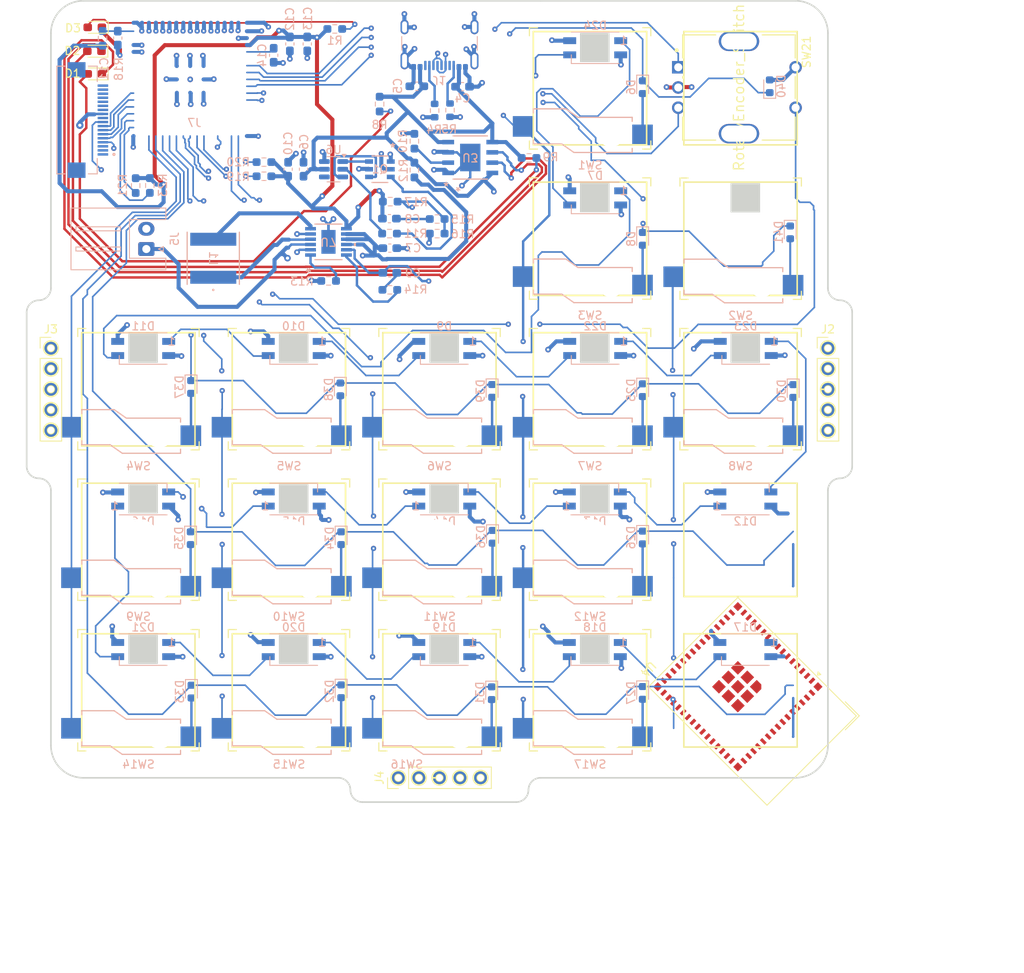
<source format=kicad_pcb>
(kicad_pcb (version 20240108) (generator "pcbnew") (generator_version "8.0")
  (layers (0 "F.Cu" signal) (1 "In1.Cu" signal) (2 "In2.Cu" signal) (31 "B.Cu" signal) (34 "B.Paste" user) (35 "F.Paste" user) (36 "B.SilkS" user "B.Silkscreen") (37 "F.SilkS" user "F.Silkscreen") (38 "B.Mask" user) (39 "F.Mask" user) (44 "Edge.Cuts" user))
  (net 0 "")
  (net 1 "/ESP32_EN")
  (net 2 "GND")
  (net 3 "VBUS")
  (net 4 "BAT+")
  (net 5 "Net-(C9-Pad1)")
  (net 6 "Net-(J1-CC1)")
  (net 8 "Net-(J1-CC2)")
  (net 10 "Net-(Q1-G2)")
  (net 11 "Net-(Q1-G1)")
  (net 12 "Net-(Q1-S2)")
  (net 13 "Net-(U3-PROG)")
  (net 14 "USB_N")
  (net 15 "/BOOT")
  (net 16 "USB_P")
  (net 17 "Net-(U4-IO18)")
  (net 18 "Net-(U4-IO17)")
  (net 19 "Net-(U4-IO35)")
  (net 20 "Net-(U4-IO36)")
  (net 22 "Net-(D6-A)")
  (net 23 "Col3")
  (net 24 "Net-(D8-A)")
  (net 25 "Col0")
  (net 26 "Col1")
  (net 27 "Col2")
  (net 28 "Col4")
  (net 29 "Net-(D28-A)")
  (net 30 "Row0")
  (net 31 "Row1")
  (net 32 "Row2")
  (net 33 "Row3")
  (net 34 "Net-(D40-A)")
  (net 35 "Net-(D41-A)")
  (net 36 "Row4")
  (net 37 "/SCK")
  (net 38 "/MOSI")
  (net 39 "/MISO")
  (net 41 "/RST")
  (net 42 "/TFTCS")
  (net 43 "GPIO16")
  (net 44 "Net-(D11-DIN)")
  (net 45 "Net-(D24-DOUT)")
  (net 46 "Net-(D10-DOUT)")
  (net 47 "Net-(D22-DIN)")
  (net 48 "Net-(D10-DIN)")
  (net 49 "Net-(D12-DIN)")
  (net 50 "Net-(D12-DOUT)")
  (net 51 "Net-(D17-DIN)")
  (net 52 "Net-(D18-DIN)")
  (net 53 "Net-(D19-DIN)")
  (net 54 "Net-(D20-DIN)")
  (net 55 "Net-(D22-DOUT)")
  (net 56 "LED_GPIO")
  (net 57 "Net-(D13-DOUT)")
  (net 58 "Net-(D14-DOUT)")
  (net 59 "Net-(D15-DOUT)")
  (net 60 "Net-(D16-DOUT)")
  (net 61 "Net-(D27-A)")
  (net 62 "Net-(D31-A)")
  (net 63 "Net-(D32-A)")
  (net 64 "Net-(D33-A)")
  (net 65 "Net-(D26-A)")
  (net 66 "Net-(D29-A)")
  (net 67 "Net-(D36-A)")
  (net 68 "Net-(D34-A)")
  (net 69 "Net-(D35-A)")
  (net 70 "Net-(D30-A)")
  (net 71 "Net-(D25-A)")
  (net 72 "Net-(D39-A)")
  (net 73 "Net-(D38-A)")
  (net 74 "Net-(D37-A)")
  (net 76 "Net-(U7-VC)")
  (net 77 "Net-(U7-RT)")
  (net 78 "Net-(U6-CS)")
  (net 79 "Net-(U7-SW2)")
  (net 80 "Net-(U7-SW1)")
  (net 81 "Net-(D2-K)")
  (net 82 "Net-(D2-A)")
  (net 83 "Net-(D1-K)")
  (net 84 "Net-(D1-A)")
  (net 85 "Net-(U7-FB)")
  (net 86 "Net-(C8-Pad1)")
  (net 109 "/DC")
  (net 110 "/SDCS")
  (net 111 "/LITE")
  (net 112 "/3VO")
  (net 114 "RotaryB")
  (net 115 "RotaryA")
  (net 124 "+3V3")
  (net 125 "Net-(D3-A)")
  (net 126 "RX")
  (net 128 "TX")
  (footprint "Connector_PinHeader_2.54mm:PinHeader_1x05_P2.54mm_Vertical_Adafruit" (layer "F.Cu") (at 196.237608 89.010589)
    (property "Reference" "J2")
    (property "Value" "Conn_01x05_Socket")
  )
  (footprint "Gateron_Low_Profile:Gateron_Low_Profile_Socket_LED" (layer "F.Cu") (at 148.24179 87.083608)
    (property "Reference" "SW6")
    (property "Value" "SW_MEC_5G")
    (fp_poly (pts (xy -1.25 0.15) (xy 2.4 0.15) (xy 2.4 3.75) (xy -1.25 3.75)) (fill solid) (layer "Edge.Cuts"))
  )
  (footprint "Connector_PinHeader_2.54mm:PinHeader_1x05_P2.54mm_Vertical_Adafruit" (layer "F.Cu") (at 100.225608 89.010589)
    (property "Reference" "J3")
    (property "Value" "Conn_01x05_Socket")
  )
  (footprint "Gateron_Low_Profile:Gateron_Low_Profile_Socket_LED" (layer "F.Cu") (at 166.84179 105.683608)
    (property "Reference" "SW12")
    (property "Value" "SW_MEC_5G")
    (fp_poly (pts (xy -1.25 0.15) (xy 2.4 0.15) (xy 2.4 3.75) (xy -1.25 3.75)) (fill solid) (layer "Edge.Cuts"))
  )
  (footprint "LED_SMD:LED_0603_1608Metric_Pad1.05x0.95mm_HandSolder" (layer "F.Cu") (at 105.64998 49.380016 180)
    (property "Reference" "D3")
    (property "Value" "LED_Small")
  )
  (footprint "Gateron_Low_Profile:Gateron_Low_Profile_Socket_LED" (layer "F.Cu") (at 111.04179 105.683608)
    (property "Reference" "SW9")
    (property "Value" "SW_MEC_5G")
    (fp_poly (pts (xy -1.25 0.15) (xy 2.4 0.15) (xy 2.4 3.75) (xy -1.25 3.75)) (fill solid) (layer "Edge.Cuts"))
  )
  (footprint "Gateron_Low_Profile:Gateron_Low_Profile_Socket_LED" (layer "F.Cu") (at 129.64179 87.083608)
    (property "Reference" "SW5")
    (property "Value" "SW_MEC_5G")
    (fp_poly (pts (xy -1.25 0.15) (xy 2.4 0.15) (xy 2.4 3.75) (xy -1.25 3.75)) (fill solid) (layer "Edge.Cuts"))
  )
  (footprint "Gateron_Low_Profile:Gateron_Low_Profile_Socket_LED" (layer "F.Cu") (at 148.24179 105.683608)
    (property "Reference" "SW11")
    (property "Value" "SW_MEC_5G")
    (fp_poly (pts (xy -1.25 0.15) (xy 2.4 0.15) (xy 2.4 3.75) (xy -1.25 3.75)) (fill solid) (layer "Edge.Cuts"))
  )
  (footprint "RF_Module:ESP32-S2-MINI-1" (layer "F.Cu") (at 186.89965 132.653138 -135)
    (property "Reference" "U4")
    (property "Value" "ESP32-S3-MINI-1")
  )
  (footprint "Gateron_Low_Profile:Gateron_Low_Profile_Socket_LED" (layer "F.Cu") (at 129.64179 105.683608)
    (property "Reference" "SW10")
    (property "Value" "SW_MEC_5G")
    (fp_poly (pts (xy -1.25 0.15) (xy 2.4 0.15) (xy 2.4 3.75) (xy -1.25 3.75)) (fill solid) (layer "Edge.Cuts"))
  )
  (footprint "LED_SMD:LED_0603_1608Metric_Pad1.05x0.95mm_HandSolder" (layer "F.Cu") (at 105.64998 55.130016 180)
    (property "Reference" "D1")
    (property "Value" "LED_Small")
  )
  (footprint "Gateron_Low_Profile:Gateron_Low_Profile_Socket_LED" (layer "F.Cu") (at 111.04179 124.283608)
    (property "Reference" "SW14")
    (property "Value" "SW_MEC_5G")
    (fp_poly (pts (xy -1.25 0.15) (xy 2.4 0.15) (xy 2.4 3.75) (xy -1.25 3.75)) (fill solid) (layer "Edge.Cuts"))
  )
  (footprint "LED_SMD:LED_0603_1608Metric_Pad1.05x0.95mm_HandSolder" (layer "F.Cu") (at 105.59998 52.330016 180)
    (property "Reference" "D2")
    (property "Value" "LED_Small")
  )
  (footprint "Rotary_Encoder_Adafruit:Bourns-PEC11R-4220F-S0024-0-0-0" (layer "F.Cu") (at 185.23639 56.811208 -90)
    (property "Reference" "SW21")
    (property "Value" "RotaryEncoder_Switch")
  )
  (footprint "Gateron_Low_Profile:Gateron_Low_Profile_Socket_LED" (layer "F.Cu") (at 111.04179 87.083608)
    (property "Reference" "SW4")
    (property "Value" "SW_MEC_5G")
    (fp_poly (pts (xy -1.25 0.15) (xy 2.4 0.15) (xy 2.4 3.75) (xy -1.25 3.75)) (fill solid) (layer "Edge.Cuts"))
  )
  (footprint "Gateron_Low_Profile:Gateron_Low_Profile_Socket_LED" (layer "F.Cu") (at 129.64179 124.283608)
    (property "Reference" "SW15")
    (property "Value" "SW_MEC_5G")
    (fp_poly (pts (xy -1.25 0.15) (xy 2.4 0.15) (xy 2.4 3.75) (xy -1.25 3.75)) (fill solid) (layer "Edge.Cuts"))
  )
  (footprint "Gateron_Low_Profile:Gateron_Low_Profile_Socket_LED" (layer "F.Cu") (at 185.44179 87.083608)
    (property "Reference" "SW8")
    (property "Value" "SW_MEC_5G")
    (fp_poly (pts (xy -1.25 0.15) (xy 2.4 0.15) (xy 2.4 3.75) (xy -1.25 3.75)) (fill solid) (layer "Edge.Cuts"))
  )
  (footprint "Gateron_Low_Profile:Gateron_Low_Profile_Socket_LED" (layer "F.Cu") (at 166.84179 87.083608)
    (property "Reference" "SW7")
    (property "Value" "SW_MEC_5G")
    (fp_poly (pts (xy -1.25 0.15) (xy 2.4 0.15) (xy 2.4 3.75) (xy -1.25 3.75)) (fill solid) (layer "Edge.Cuts"))
  )
  (footprint "Gateron_Low_Profile:Gateron_Low_Profile_Socket_LED" (layer "F.Cu") (at 166.84559 68.473216)
    (property "Reference" "SW3")
    (property "Value" "SW_MEC_5G")
    (fp_poly (pts (xy -1.25 0.15) (xy 2.4 0.15) (xy 2.4 3.75) (xy -1.25 3.75)) (fill solid) (layer "Edge.Cuts"))
  )
  (footprint "Gateron_Low_Profile:Gateron_Low_Profile_Socket_LED" (layer "F.Cu") (at 166.84179 124.283608)
    (property "Reference" "SW17")
    (property "Value" "SW_MEC_5G")
    (fp_poly (pts (xy -1.25 0.15) (xy 2.4 0.15) (xy 2.4 3.75) (xy -1.25 3.75)) (fill solid) (layer "Edge.Cuts"))
  )
  (footprint "Gateron_Low_Profile:Gateron_Low_Profile_Socket_LED" (layer "F.Cu") (at 148.24179 124.283608)
    (property "Reference" "SW16")
    (property "Value" "SW_MEC_5G")
    (fp_poly (pts (xy -1.25 0.15) (xy 2.4 0.15) (xy 2.4 3.75) (xy -1.25 3.75)) (fill solid) (layer "Edge.Cuts"))
  )
  (footprint "Connector_PinHeader_2.54mm:PinHeader_1x05_P2.54mm_Vertical_Adafruit" (layer "F.Cu") (at 143.151608 142.096589 90)
    (property "Reference" "J4")
    (property "Value" "Conn_01x05_Socket")
  )
  (footprint "Gateron_Low_Profile:Gateron_Low_Profile_Socket_LED" (layer "F.Cu") (at 185.44858 68.492816)
    (property "Reference" "SW2")
    (property "Value" "SW_MEC_5G")
    (fp_poly (pts (xy -1.25 0.15) (xy 2.4 0.15) (xy 2.4 3.75) (xy -1.25 3.75)) (fill solid) (layer "Edge.Cuts"))
  )
  (footprint "Gateron_Low_Profile:Gateron_Low_Profile_Socket_LED" (layer "F.Cu") (at 166.84559 49.920789)
    (property "Reference" "SW1")
    (property "Value" "SW_MEC_5G")
    (fp_poly (pts (xy -1.25 0.15) (xy 2.4 0.15) (xy 2.4 3.75) (xy -1.25 3.75)) (fill solid) (layer "Edge.Cuts"))
  )
  (footprint "Resistor_SMD:R_0603_1608Metric_Pad0.98x0.95mm_HandSolder" (layer "B.Cu") (at 126.54998 67.780016 180)
    (property "Reference" "R19")
    (property "Value" "10k")
  )
  (footprint "Capacitor_SMD:C_0603_1608Metric_Pad1.08x0.95mm_HandSolder" (layer "B.Cu") (at 108.48658 50.709216 -90)
    (property "Reference" "C11")
    (property "Value" ".1uF")
  )
  (footprint "Resistor_SMD:R_0603_1608Metric_Pad0.98x0.95mm_HandSolder" (layer "B.Cu") (at 110.69998 68.930016 -90)
    (property "Reference" "R21")
    (property "Value" "10k")
  )
  (footprint "Resistor_SMD:R_0603_1608Metric_Pad0.98x0.95mm_HandSolder" (layer "B.Cu") (at 145.13639 67.011208 90)
    (property "Reference" "R12")
    (property "Value" "100")
  )
  (footprint "Diode_SMD:D_0603_1608Metric" (layer "B.Cu") (at 135.98639 94.111208 -90)
    (property "Reference" "D38")
    (property "Value" "D")
  )
  (footprint "Diode_SMD:D_0603_1608Metric" (layer "B.Cu") (at 136.08639 112.498708 -90)
    (property "Reference" "D34")
    (property "Value" "D")
  )
  (footprint "Resistor_SMD:R_0603_1608Metric_Pad0.98x0.95mm_HandSolder" (layer "B.Cu") (at 134.53639 80.711208)
    (property "Reference" "R13")
    (property "Value" "332k")
  )
  (footprint "Diode_SMD:D_0603_1608Metric" (layer "B.Cu") (at 154.73639 94.298708 -90)
    (property "Reference" "D39")
    (property "Value" "D")
  )
  (footprint "Diode_SMD:D_0603_1608Metric" (layer "B.Cu") (at 191.93639 94.311208 -90)
    (property "Reference" "D30")
    (property "Value" "D")
  )
  (footprint "Resistor_SMD:R_0603_1608Metric_Pad0.98x0.95mm_HandSolder" (layer "B.Cu") (at 106.60698 50.734616 90)
    (property "Reference" "R18")
    (property "Value" "10K")
  )
  (footprint "Capacitor_SMD:C_0603_1608Metric_Pad1.08x0.95mm_HandSolder" (layer "B.Cu") (at 142.04889 73.011208 180)
    (property "Reference" "C8")
    (property "Value" "47uF")
  )
  (footprint "Connector_USB:USB_C_Receptacle_GCT_USB4105-xx-A_16P_TopMnt_Horizontal" (layer "B.Cu") (at 148.23839 50.411208)
    (property "Reference" "J1")
    (property "Value" "USB_C_Receptacle_USB2.0_16P")
  )
  (footprint "Capacitor_SMD:C_0603_1608Metric_Pad1.08x0.95mm_HandSolder" (layer "B.Cu") (at 142.09889 79.711208 180)
    (property "Reference" "C9")
    (property "Value" "220pF")
  )
  (footprint "Resistor_SMD:R_0603_1608Metric_Pad0.98x0.95mm_HandSolder" (layer "B.Cu") (at 147.94889 73.061208 180)
    (property "Reference" "R15")
    (property "Value" "6K49")
  )
  (footprint "Diode_SMD:D_0603_1608Metric" (layer "B.Cu") (at 117.48639 112.498708 -90)
    (property "Reference" "D35")
    (property "Value" "D")
  )
  (footprint "Diode_SMD:D_0603_1608Metric" (layer "B.Cu") (at 154.78639 112.323708 -90)
    (property "Reference" "D36")
    (property "Value" "D")
  )
  (footprint "Resistor_SMD:R_0603_1608Metric_Pad0.98x0.95mm_HandSolder" (layer "B.Cu") (at 145.13639 63.448708 -90)
    (property "Reference" "R10")
    (property "Value" "1K3")
  )
  (footprint "Capacitor_SMD:C_0603_1608Metric_Pad1.08x0.95mm_HandSolder" (layer "B.Cu") (at 151.08639 56.711208)
    (property "Reference" "C4")
    (property "Value" "10uF")
  )
  (footprint "LED_SMD:LED_SK6812MINI_PLCC4_3.5x3.5mm_P1.75mm_1_Hole_Pads" (layer "B.Cu") (at 186.07409 89.053008 180)
    (property "Reference" "D23")
    (property "Value" "SK6812MINI")
  )
  (footprint "FS8205A:SOT-23-6L_TCP" (layer "B.Cu") (at 140.87624 66.911207 180)
    (property "Reference" "Q1")
    (property "Value" "FS8205A")
  )
  (footprint "Package_TO_SOT_SMD:SOT-23-6" (layer "B.Cu") (at 135.14889 66.911208 180)
    (property "Reference" "U6")
    (property "Value" "DW01A")
  )
  (footprint "Diode_SMD:D_0603_1608Metric" (layer "B.Cu") (at 117.53639 93.811208 -90)
    (property "Reference" "D37")
    (property "Value" "D")
  )
  (footprint "Resistor_SMD:R_0603_1608Metric_Pad0.98x0.95mm_HandSolder" (layer "B.Cu") (at 140.83639 58.861208 -90)
    (property "Reference" "R8")
    (property "Value" "1K")
  )
  (footprint "Diode_SMD:D_0603_1608Metric" (layer "B.Cu") (at 154.68639 131.648708 -90)
    (property "Reference" "D31")
    (property "Value" "D")
  )
  (footprint "Diode_SMD:D_0603_1608Metric" (layer "B.Cu") (at 191.56998 74.712216 -90)
    (property "Reference" "D41")
    (property "Value" "D")
  )
  (footprint "LED_SMD:LED_SK6812MINI_PLCC4_3.5x3.5mm_P1.75mm_1_Hole_Pads" (layer "B.Cu") (at 111.62659 107.658008)
    (property "Reference" "D16")
    (property "Value" "SK6812MINI")
  )
  (footprint "LED_SMD:LED_SK6812MINI_PLCC4_3.5x3.5mm_P1.75mm_1_Hole_Pads" (layer "B.Cu") (at 167.42659 107.658008)
    (property "Reference" "D13")
    (property "Value" "SK6812MINI")
  )
  (footprint "Resistor_SMD:R_0603_1608Metric" (layer "B.Cu") (at 149.53639 59.611208 90)
    (property "Reference" "R5")
    (property "Value" "5k1")
  )
  (footprint "Capacitor_SMD:C_0603_1608Metric_Pad1.08x0.95mm_HandSolder" (layer "B.Cu") (at 131.89998 51.430016 -90)
    (property "Reference" "C13")
    (property "Value" "10uF")
  )
  (footprint "Capacitor_SMD:C_0603_1608Metric_Pad1.08x0.95mm_HandSolder" (layer "B.Cu") (at 131.43639 66.911208 -90)
    (property "Reference" "C6")
    (property "Value" ".1uF")
  )
  (footprint "Diode_SMD:D_0603_1608Metric" (layer "B.Cu") (at 173.33639 112.411208 -90)
    (property "Reference" "D26")
    (property "Value" "D")
  )
  (footprint "Diode_SMD:D_0603_1608Metric" (layer "B.Cu") (at 189.03639 56.661208 90)
    (property "Reference" "D40")
    (property "Value" "D")
  )
  (footprint "LED_SMD:LED_SK6812MINI_PLCC4_3.5x3.5mm_P1.75mm_1_Hole_Pads" (layer "B.Cu") (at 111.62659 126.258008 180)
    (property "Reference" "D21")
    (property "Value" "SK6812MINI")
  )
  (footprint "LED_SMD:LED_SK6812MINI_PLCC4_3.5x3.5mm_P1.75mm_1_Hole_Pads" (layer "B.Cu") (at 167.42659 126.258008 180)
    (property "Reference" "D18")
    (property "Value" "SK6812MINI")
  )
  (footprint "Resistor_SMD:R_0603_1608Metric_Pad0.98x0.95mm_HandSolder" (layer "B.Cu") (at 142.09889 81.811208 180)
    (property "Reference" "R14")
    (property "Value" "49K9")
  )
  (footprint "Diode_SMD:D_0603_1608Metric" (layer "B.Cu") (at 173.33639 94.211208 -90)
    (property "Reference" "D25")
    (property "Value" "D")
  )
  (footprint "LED_SMD:LED_SK6812MINI_PLCC4_3.5x3.5mm_P1.75mm_1_Hole_Pads" (layer "B.Cu") (at 167.47409 89.053008 180)
    (property "Reference" "D22")
    (property "Value" "SK6812MINI")
  )
  (footprint "Diode_SMD:D_0603_1608Metric" (layer "B.Cu") (at 173.33639 56.773708 -90)
    (property "Reference" "D6")
    (property "Value" "D")
  )
  (footprint "LED_SMD:LED_SK6812MINI_PLCC4_3.5x3.5mm_P1.75mm_1_Hole_Pads" (layer "B.Cu") (at 148.82659 107.658008)
    (property "Reference" "D14")
    (property "Value" "SK6812MINI")
  )
  (footprint "Diode_SMD:D_0603_1608Metric" (layer "B.Cu") (at 173.33639 131.611208 -90)
    (property "Reference" "D27")
    (property "Value" "D")
  )
  (footprint "Capacitor_SMD:C_0603_1608Metric_Pad1.08x0.95mm_HandSolder" (layer "B.Cu") (at 127.74998 52.830016 -90)
    (property "Reference" "C14")
    (property "Value" ".1uF")
  )
  (footprint "Diode_SMD:D_0603_1608Metric" (layer "B.Cu") (at 117.58639 131.448708 -90)
    (property "Reference" "D33")
    (property "Value" "D")
  )
  (footprint "LED_SMD:LED_SK6812MINI_PLCC4_3.5x3.5mm_P1.75mm_1_Hole_Pads" (layer "B.Cu") (at 186.02659 107.658008)
    (property "Reference" "D12")
    (property "Value" "SK6812MINI")
  )
  (footprint "LED_SMD:LED_SK6812MINI_PLCC4_3.5x3.5mm_P1.75mm_1_Hole_Pads" (layer "B.Cu") (at 167.47409 51.903008 180)
    (property "Reference" "D24")
    (property "Value" "SK6812MINI")
  )
  (footprint "Resistor_SMD:R_0603_1608Metric_Pad0.98x0.95mm_HandSolder" (layer "B.Cu") (at 147.94889 74.861208)
    (property "Reference" "R16")
    (property "Value" "221K")
  )
  (footprint "NR6028T4R7M:IND_TAIYO_NR6028_TAY" (layer "B.Cu") (at 120.28639 77.910708 90)
    (property "Reference" "L1")
    (property "Value" "4.7uH")
  )
  (footprint "18_PIN_FCP_CONNECTOR:HRS_TF31-18S-0.5SH_800_" (layer "B.Cu") (at 103.44998 60.830016 -90)
    (property "Reference" "J7")
    (property "Value" "TF31-18S-0.5SH_800_")
  )
  (footprint "LED_SMD:LED_SK6812MINI_PLCC4_3.5x3.5mm_P1.75mm_1_Hole_Pads" (layer "B.Cu") (at 148.82659 89.058008 180)
    (property "Reference" "D9")
    (property "Value" "SK6812MINI")
  )
  (footprint "Resistor_SMD:R_0603_1608Metric_Pad0.98x0.95mm_HandSolder" (layer "B.Cu") (at 142.14889 70.911208)
    (property "Reference" "R17")
    (property "Value" "1000k")
  )
  (footprint "Capacitor_SMD:C_0603_1608Metric_Pad1.08x0.95mm_HandSolder" (layer "B.Cu") (at 129.53639 66.911208 90)
    (property "Reference" "C10")
    (property "Value" "22pF")
  )
  (footprint "Resistor_SMD:R_0603_1608Metric_Pad0.98x0.95mm_HandSolder" (layer "B.Cu") (at 159.29889 65.511208)
    (property "Reference" "R9")
    (property "Value" "1K")
  )
  (footprint "Capacitor_SMD:C_0603_1608Metric_Pad1.08x0.95mm_HandSolder" (layer "B.Cu") (at 129.74998 51.430016 -90)
    (property "Reference" "C12")
    (property "Value" ".1uF")
  )
  (footprint "Capacitor_SMD:C_0603_1608Metric_Pad1.08x0.95mm_HandSolder" (layer "B.Cu") (at 145.43639 56.661208 180)
    (property "Reference" "C5")
    (property "Value" "10uF")
  )
  (footprint "Diode_SMD:D_0603_1608Metric" (layer "B.Cu") (at 136.08639 131.411208 -90)
    (property "Reference" "D32")
    (property "Value" "D")
  )
  (footprint "LTC3536EMSE_PBF:MSOP-12_MSE_LIT" (layer "B.Cu") (at 134.52024 75.885608)
    (property "Reference" "U7")
    (property "Value" "LTC3536EMSE-PBF")
  )
  (footprint "Resistor_SMD:R_0603_1608Metric_Pad0.98x0.95mm_HandSolder" (layer "B.Cu") (at 135.29998 49.580016)
    (property "Reference" "R1")
    (property "Value" "1K")
  )
  (footprint "LED_SMD:LED_SK6812MINI_PLCC4_3.5x3.5mm_P1.75mm_1_Hole_Pads" (layer "B.Cu") (at 186.02659 126.258008 180)
    (property "Reference" "D17")
    (property "Value" "SK6812MINI")
  )
  (footprint "LED_SMD:LED_SK6812MINI_PLCC4_3.5x3.5mm_P1.75mm_1_Hole_Pads" (layer "B.Cu") (at 130.22659 89.058008 180)
    (property "Reference" "D10")
    (property "Value" "SK6812MINI")
  )
  (footprint "Diode_SMD:D_0603_1608Metric" (layer "B.Cu") (at 173.33639 75.511208 -90)
    (property "Reference" "D8")
    (property "Value" "D")
  )
  (footprint "TP4056:ESOP8_TPW" (layer "B.Cu") (at 152.03639 65.461208)
    (property "Reference" "U3")
    (property "Value" "TP4056")
  )
  (footprint "Capacitor_SMD:C_0603_1608Metric_Pad1.08x0.95mm_HandSolder" (layer "B.Cu") (at 142.09889 76.661208)
    (property "Reference" "C7")
    (property "Value" "10uF")
  )
  (footprint "Connector_JST:JST_XH_S2B-XH-A_1x02_P2.50mm_Horizontal" (layer "B.Cu") (at 112.01718 76.769616 90)
    (property "Reference" "J5")
    (property "Value" "Conn_01x02_Socket")
  )
  (footprint "Resistor_SMD:R_0603_1608Metric_Pad0.98x0.95mm_HandSolder" (layer "B.Cu") (at 126.54998 66.030016 180)
    (property "Reference" "R20")
    (property "Value" "10k")
  )
  (footprint "LED_SMD:LED_SK6812MINI_PLCC4_3.5x3.5mm_P1.75mm_1_Hole_Pads" (layer "B.Cu") (at 130.22659 107.658008)
    (property "Reference" "D15")
    (property "Value" "SK6812MINI")
  )
  (footprint "LED_SMD:LED_SK6812MINI_PLCC4_3.5x3.5mm_P1.75mm_1_Hole_Pads" (layer "B.Cu") (at 111.62659 89.058008 180)
    (property "Reference" "D11")
    (property "Value" "SK6812MINI")
  )
  (footprint "LED_SMD:LED_SK6812MINI_PLCC4_3.5x3.5mm_P1.75mm_1_Hole_Pads" (layer "B.Cu") (at 130.22659 126.258008 180)
    (property "Reference" "D20")
    (property "Value" "SK6812MINI")
  )
  (footprint "Resistor_SMD:R_0603_1608Metric" (layer "B.Cu") (at 147.63639 59.661208 90)
    (property "Reference" "R4")
    (property "Value" "5k1")
  )
  (footprint "LED_SMD:LED_SK6812MINI_PLCC4_3.5x3.5mm_P1.75mm_1_Hole_Pads" (layer "B.Cu") (at 167.47409 70.453008 180)
    (property "Reference" "D7")
    (property "Value" "SK6812MINI")
  )
  (footprint "Resistor_SMD:R_0603_1608Metric_Pad0.98x0.95mm_HandSolder" (layer "B.Cu") (at 142.06139 74.861208)
    (property "Reference" "R11")
    (property "Value" "100k")
  )
  (footprint "Resistor_SMD:R_0603_1608Metric_Pad0.98x0.95mm_HandSolder" (layer "B.Cu") (at 112.44998 68.917516 -90)
    (property "Reference" "R23")
    (property "Value" "10k")
  )
  (footprint "LED_SMD:LED_SK6812MINI_PLCC4_3.5x3.5mm_P1.75mm_1_Hole_Pads" (layer "B.Cu") (at 148.82659 126.258008 180)
    (property "Reference" "D19")
    (property "Value" "SK6812MINI")
  )
  (gr_line (start 178.428408 124.301589) (end 178.428408 138.301589) (stroke (width 0.2)) (layer "F.SilkS"))
  (gr_line (start 178.428408 138.301589) (end 192.428408 138.301589) (stroke (width 0.2)) (layer "F.SilkS"))
  (gr_line (start 122.628408 101.101589) (end 136.628408 101.101589) (stroke (width 0.2)) (layer "F.SilkS"))
  (gr_line (start 141.228408 101.101589) (end 155.228408 101.101589) (stroke (width 0.2)) (layer "F.SilkS"))
  (gr_line (start 155.228408 119.701589) (end 155.228408 105.701589) (stroke (width 0.2)) (layer "F.SilkS"))
  (gr_line (start 141.228408 124.301589) (end 141.228408 138.301589) (stroke (width 0.2)) (layer "F.SilkS"))
  (gr_line (start 173.828408 49.901589) (end 159.828408 49.901589) (stroke (width 0.2)) (layer "F.SilkS"))
  (gr_circle (center 196.228408 89.021589) (end 195.328408 89.021589) (stroke (width 0.2)) (fill none) (layer "F.SilkS"))
  (gr_line (start 173.828408 119.701589) (end 173.828408 105.701589) (stroke (width 0.2)) (layer "F.SilkS"))
  (gr_circle (center 196.228408 91.561589) (end 195.328408 91.561589) (stroke (width 0.2)) (fill none) (layer "F.SilkS"))
  (gr_line (start 173.828408 124.301589) (end 159.828408 124.301589) (stroke (width 0.2)) (layer "F.SilkS"))
  (gr_line (start 178.428408 87.101589) (end 178.428408 101.101589) (stroke (width 0.2)) (layer "F.SilkS"))
  (gr_line (start 104.028408 105.701589) (end 104.028408 119.701589) (stroke (width 0.2)) (layer "F.SilkS"))
  (gr_line (start 118.028408 87.101589) (end 104.028408 87.101589) (stroke (width 0.2)) (layer "F.SilkS"))
  (gr_circle (center 100.228408 96.641589) (end 99.328408 96.641589) (stroke (width 0.2)) (fill none) (layer "F.SilkS"))
  (gr_line (start 147.328408 142.101589) (end 147.828408 142.101589) (stroke (width 0.2)) (layer "F.SilkS"))
  (gr_line (start 192.428408 124.301589) (end 178.428408 124.301589) (stroke (width 0.2)) (layer "F.SilkS"))
  (gr_line (start 141.228408 138.301589) (end 155.228408 138.301589) (stroke (width 0.2)) (layer "F.SilkS"))
  (gr_line (start 178.428408 119.701589) (end 192.428408 119.701589) (stroke (width 0.2)) (layer "F.SilkS"))
  (gr_line (start 192.428408 82.501589) (end 192.428408 68.501589) (stroke (width 0.2)) (layer "F.SilkS"))
  (gr_line (start 173.828408 63.901589) (end 173.828408 49.901589) (stroke (width 0.2)) (layer "F.SilkS"))
  (gr_line (start 136.628408 138.301589) (end 136.628408 124.301589) (stroke (width 0.2)) (layer "F.SilkS"))
  (gr_circle (center 196.228408 94.101589) (end 195.828408 94.101589) (stroke (width 0.2)) (fill none) (layer "F.SilkS"))
  (gr_line (start 173.828408 105.701589) (end 159.828408 105.701589) (stroke (width 0.2)) (layer "F.SilkS"))
  (gr_line (start 122.628408 87.101589) (end 122.628408 101.101589) (stroke (width 0.2)) (layer "F.SilkS"))
  (gr_circle (center 100.228408 99.181589) (end 99.328408 99.181589) (stroke (width 0.2)) (fill none) (layer "F.SilkS"))
  (gr_line (start 155.228408 124.301589) (end 141.228408 124.301589) (stroke (width 0.2)) (layer "F.SilkS"))
  (gr_circle (center 100.228408 89.021589) (end 99.828408 89.021589) (stroke (width 0.2)) (fill none) (layer "F.SilkS"))
  (gr_circle (center 196.228408 99.181589) (end 195.828408 99.181589) (stroke (width 0.2)) (fill none) (layer "F.SilkS"))
  (gr_line (start 159.828408 119.701589) (end 173.828408 119.701589) (stroke (width 0.2)) (layer "F.SilkS"))
  (gr_line (start 173.828408 87.101589) (end 159.828408 87.101589) (stroke (width 0.2)) (layer "F.SilkS"))
  (gr_line (start 178.428408 105.701589) (end 178.428408 119.701589) (stroke (width 0.2)) (layer "F.SilkS"))
  (gr_line (start 136.628408 87.101589) (end 122.628408 87.101589) (stroke (width 0.2)) (layer "F.SilkS"))
  (gr_circle (center 100.228408 89.021589) (end 99.328408 89.021589) (stroke (width 0.2)) (fill none) (layer "F.SilkS"))
  (gr_line (start 122.628408 105.701589) (end 122.628408 119.701589) (stroke (width 0.2)) (layer "F.SilkS"))
  (gr_line (start 104.028408 87.101589) (end 104.028408 101.101589) (stroke (width 0.2)) (layer "F.SilkS"))
  (gr_circle (center 196.228408 96.641589) (end 195.828408 96.641589) (stroke (width 0.2)) (fill none) (layer "F.SilkS"))
  (gr_circle (center 100.228408 91.561589) (end 99.828408 91.561589) (stroke (width 0.2)) (fill none) (layer "F.SilkS"))
  (gr_line (start 192.428408 101.101589) (end 192.428408 87.101589) (stroke (width 0.2)) (layer "F.SilkS"))
  (gr_line (start 159.828408 138.301589) (end 173.828408 138.301589) (stroke (width 0.2)) (layer "F.SilkS"))
  (gr_line (start 192.428408 49.901589) (end 178.428408 49.901589) (stroke (width 0.2)) (layer "F.SilkS"))
  (gr_line (start 192.428408 105.701589) (end 178.428408 105.701589) (stroke (width 0.2)) (layer "F.SilkS"))
  (gr_circle (center 196.228408 99.181589) (end 195.328408 99.181589) (stroke (width 0.2)) (fill none) (layer "F.SilkS"))
  (gr_circle (center 196.228408 94.101589) (end 195.328408 94.101589) (stroke (width 0.2)) (fill none) (layer "F.SilkS"))
  (gr_circle (center 143.148408 142.101589) (end 142.248408 142.101589) (stroke (width 0.2)) (fill none) (layer "F.SilkS"))
  (gr_circle (center 148.228408 142.101589) (end 147.328408 142.101589) (stroke (width 0.2)) (fill none) (layer "F.SilkS"))
  (gr_circle (center 145.688408 142.101589) (end 144.788408 142.101589) (stroke (width 0.2)) (fill none) (layer "F.SilkS"))
  (gr_line (start 178.428408 68.501589) (end 178.428408 82.501589) (stroke (width 0.2)) (layer "F.SilkS"))
  (gr_line (start 118.028408 119.701589) (end 118.028408 105.701589) (stroke (width 0.2)) (layer "F.SilkS"))
  (gr_line (start 118.028408 101.101589) (end 118.028408 87.101589) (stroke (width 0.2)) (layer "F.SilkS"))
  (gr_line (start 122.628408 138.301589) (end 136.628408 138.301589) (stroke (width 0.2)) (layer "F.SilkS"))
  (gr_line (start 159.828408 124.301589) (end 159.828408 138.301589) (stroke (width 0.2)) (layer "F.SilkS"))
  (gr_line (start 104.028408 138.301589) (end 118.028408 138.301589) (stroke (width 0.2)) (layer "F.SilkS"))
  (gr_circle (center 100.228408 94.101589) (end 100.218408 94.101589) (stroke (width 0.0001)) (fill solid) (layer "F.SilkS"))
  (gr_line (start 100.218408 94.101589) (end 100.228408 94.101589) (stroke (width 0.0001)) (layer "F.SilkS"))
  (gr_line (start 178.428408 49.901589) (end 178.428408 63.901589) (stroke (width 0.2)) (layer "F.SilkS"))
  (gr_line (start 141.228408 87.101589) (end 141.228408 101.101589) (stroke (width 0.2)) (layer "F.SilkS"))
  (gr_line (start 159.828408 82.501589) (end 173.828408 82.501589) (stroke (width 0.2)) (layer "F.SilkS"))
  (gr_line (start 155.228408 101.101589) (end 155.228408 87.101589) (stroke (width 0.2)) (layer "F.SilkS"))
  (gr_line (start 136.628408 119.701589) (end 136.628408 105.701589) (stroke (width 0.2)) (layer "F.SilkS"))
  (gr_line (start 136.628408 101.101589) (end 136.628408 87.101589) (stroke (width 0.2)) (layer "F.SilkS"))
  (gr_line (start 104.028408 124.301589) (end 104.028408 138.301589) (stroke (width 0.2)) (layer "F.SilkS"))
  (gr_line (start 118.028408 105.701589) (end 104.028408 105.701589) (stroke (width 0.2)) (layer "F.SilkS"))
  (gr_line (start 192.428408 119.701589) (end 192.428408 105.701589) (stroke (width 0.2)) (layer "F.SilkS"))
  (gr_circle (center 100.228408 96.641589) (end 99.828408 96.641589) (stroke (width 0.2)) (fill none) (layer "F.SilkS"))
  (gr_circle (center 145.688408 142.101589) (end 145.288408 142.101589) (stroke (width 0.2)) (fill none) (layer "F.SilkS"))
  (gr_line (start 192.428408 87.101589) (end 178.428408 87.101589) (stroke (width 0.2)) (layer "F.SilkS"))
  (gr_circle (center 100.228408 94.101589) (end 99.828408 94.101589) (stroke (width 0.2)) (fill none) (layer "F.SilkS"))
  (gr_circle (center 153.308408 142.101589) (end 152.908408 142.101589) (stroke (width 0.2)) (fill none) (layer "F.SilkS"))
  (gr_circle (center 148.228408 94.101589) (end 148.218408 94.101589) (stroke (width 0.0001)) (fill solid) (layer "F.SilkS"))
  (gr_line (start 173.828408 68.501589) (end 159.828408 68.501589) (stroke (width 0.2)) (layer "F.SilkS"))
  (gr_line (start 155.228408 138.301589) (end 155.228408 124.301589) (stroke (width 0.2)) (layer "F.SilkS"))
  (gr_circle (center 150.768408 142.101589) (end 149.868408 142.101589) (stroke (width 0.2)) (fill none) (layer "F.SilkS"))
  (gr_circle (center 100.228408 94.101589) (end 99.328408 94.101589) (stroke (width 0.2)) (fill none) (layer "F.SilkS"))
  (gr_circle (center 100.228408 91.561589) (end 99.328408 91.561589) (stroke (width 0.2)) (fill none) (layer "F.SilkS"))
  (gr_line (start 192.428408 68.501589) (end 178.428408 68.501589) (stroke (width 0.2)) (layer "F.SilkS"))
  (gr_line (start 159.828408 68.501589) (end 159.828408 82.501589) (stroke (width 0.2)) (layer "F.SilkS"))
  (gr_line (start 155.228408 105.701589) (end 141.228408 105.701589) (stroke (width 0.2)) (layer "F.SilkS"))
  (gr_line (start 195.328408 94.101589) (end 195.828408 94.101589) (stroke (width 0.2)) (layer "F.SilkS"))
  (gr_line (start 141.228408 105.701589) (end 141.228408 119.701589) (stroke (width 0.2)) (layer "F.SilkS"))
  (gr_circle (center 196.228408 89.021589) (end 195.828408 89.021589) (stroke (width 0.2)) (fill none) (layer "F.SilkS"))
  (gr_line (start 192.428408 63.901589) (end 192.428408 49.901589) (stroke (width 0.2)) (layer "F.SilkS"))
  (gr_line (start 136.628408 105.701589) (end 122.628408 105.701589) (stroke (width 0.2)) (layer "F.SilkS"))
  (gr_line (start 155.228408 87.101589) (end 141.228408 87.101589) (stroke (width 0.2)) (layer "F.SilkS"))
  (gr_line (start 178.428408 63.901589) (end 192.428408 63.901589) (stroke (width 0.2)) (layer "F.SilkS"))
  (gr_line (start 104.028408 101.101589) (end 118.028408 101.101589) (stroke (width 0.2)) (layer "F.SilkS"))
  (gr_circle (center 196.228408 91.561589) (end 195.828408 91.561589) (stroke (width 0.2)) (fill none) (layer "F.SilkS"))
  (gr_line (start 192.428408 138.301589) (end 192.428408 124.301589) (stroke (width 0.2)) (layer "F.SilkS"))
  (gr_line (start 122.628408 119.701589) (end 136.628408 119.701589) (stroke (width 0.2)) (layer "F.SilkS"))
  (gr_line (start 159.828408 87.101589) (end 159.828408 101.101589) (stroke (width 0.2)) (layer "F.SilkS"))
  (gr_line (start 118.028408 124.301589) (end 104.028408 124.301589) (stroke (width 0.2)) (layer "F.SilkS"))
  (gr_line (start 178.428408 82.501589) (end 192.428408 82.501589) (stroke (width 0.2)) (layer "F.SilkS"))
  (gr_line (start 136.628408 124.301589) (end 122.628408 124.301589) (stroke (width 0.2)) (layer "F.SilkS"))
  (gr_line (start 178.428408 101.101589) (end 192.428408 101.101589) (stroke (width 0.2)) (layer "F.SilkS"))
  (gr_line (start 141.228408 119.701589) (end 155.228408 119.701589) (stroke (width 0.2)) (layer "F.SilkS"))
  (gr_circle (center 196.228408 96.641589) (end 195.328408 96.641589) (stroke (width 0.2)) (fill none) (layer "F.SilkS"))
  (gr_line (start 122.628408 124.301589) (end 122.628408 138.301589) (stroke (width 0.2)) (layer "F.SilkS"))
  (gr_line (start 159.828408 63.901589) (end 173.828408 63.901589) (stroke (width 0.2)) (layer "F.SilkS"))
  (gr_circle (center 148.228408 94.101589) (end 148.218408 94.101589) (stroke (width 0.0001)) (fill solid) (layer "F.SilkS"))
  (gr_line (start 173.828408 82.501589) (end 173.828408 68.501589) (stroke (width 0.2)) (layer "F.SilkS"))
  (gr_circle (center 100.228408 99.181589) (end 99.828408 99.181589) (stroke (width 0.2)) (fill none) (layer "F.SilkS"))
  (gr_circle (center 150.768408 142.101589) (end 150.368408 142.101589) (stroke (width 0.2)) (fill none) (layer "F.SilkS"))
  (gr_line (start 159.828408 49.901589) (end 159.828408 63.901589) (stroke (width 0.2)) (layer "F.SilkS"))
  (gr_line (start 159.828408 105.701589) (end 159.828408 119.701589) (stroke (width 0.2)) (layer "F.SilkS"))
  (gr_line (start 118.028408 138.301589) (end 118.028408 124.301589) (stroke (width 0.2)) (layer "F.SilkS"))
  (gr_line (start 104.028408 119.701589) (end 118.028408 119.701589) (stroke (width 0.2)) (layer "F.SilkS"))
  (gr_line (start 173.828408 138.301589) (end 173.828408 124.301589) (stroke (width 0.2)) (layer "F.SilkS"))
  (gr_circle (center 148.228408 142.101589) (end 147.828408 142.101589) (stroke (width 0.2)) (fill none) (layer "F.SilkS"))
  (gr_circle (center 143.148408 142.101589) (end 142.748408 142.101589) (stroke (width 0.2)) (fill none) (layer "F.SilkS"))
  (gr_line (start 159.828408 101.101589) (end 173.828408 101.101589) (stroke (width 0.2)) (layer "F.SilkS"))
  (gr_line (start 173.828408 101.101589) (end 173.828408 87.101589) (stroke (width 0.2)) (layer "F.SilkS"))
  (gr_circle (center 153.308408 142.101589) (end 152.408408 142.101589) (stroke (width 0.2)) (fill none) (layer "F.SilkS"))
  (gr_arc (start 138.728409 145.101589) (mid 137.667748 144.662249) (end 137.228408 143.601589) (stroke (width 0.2)) (layer "Edge.Cuts"))
  (gr_arc (start 196.228408 106.60159) (mid 196.667748 105.540929) (end 197.728408 105.101589) (stroke (width 0.2)) (layer "Edge.Cuts"))
  (gr_arc (start 159.228408 143.601589) (mid 159.667748 142.540929) (end 160.728409 142.101589) (stroke (width 0.2)) (layer "Edge.Cuts"))
  (gr_line (start 97.228408 103.601588) (end 97.228408 84.60159) (stroke (width 0.2)) (layer "Edge.Cuts"))
  (gr_arc (start 98.728408 105.101589) (mid 99.789068 105.54093) (end 100.228408 106.60159) (stroke (width 0.2)) (layer "Edge.Cuts"))
  (gr_arc (start 197.728408 83.101589) (mid 198.789068 83.54093) (end 199.228408 84.60159) (stroke (width 0.2)) (layer "Edge.Cuts"))
  (gr_line (start 160.728409 142.101589) (end 192.228409 142.101589) (stroke (width 0.2)) (layer "Edge.Cuts"))
  (gr_line (start 100.228408 50.101589) (end 100.228408 81.601588) (stroke (width 0.2)) (layer "Edge.Cuts"))
  (gr_arc (start 100.228408 50.101589) (mid 101.399981 47.273162) (end 104.228408 46.101589) (stroke (width 0.2)) (layer "Edge.Cuts"))
  (gr_line (start 192.228408 46.101589) (end 160.728408 46.101589) (stroke (width 0.2)) (layer "Edge.Cuts"))
  (gr_arc (start 104.228408 142.101589) (mid 101.39998 140.930016) (end 100.228408 138.101588) (stroke (width 0.2)) (layer "Edge.Cuts"))
  (gr_arc (start 135.728407 142.101589) (mid 136.789067 142.540929) (end 137.228408 143.601589) (stroke (width 0.2)) (layer "Edge.Cuts"))
  (gr_arc (start 97.228408 84.60159) (mid 97.667748 83.540929) (end 98.728408 83.101589) (stroke (width 0.2)) (layer "Edge.Cuts"))
  (gr_arc (start 100.228408 81.601588) (mid 99.789068 82.662248) (end 98.728408 83.101589) (stroke (width 0.2)) (layer "Edge.Cuts"))
  (gr_line (start 196.228408 81.601588) (end 196.228408 50.101589) (stroke (width 0.2)) (layer "Edge.Cuts"))
  (gr_line (start 157.728407 145.101589) (end 138.728409 145.101589) (stroke (width 0.2)) (layer "Edge.Cuts"))
  (gr_arc (start 197.728408 83.101589) (mid 196.667747 82.662249) (end 196.228408 81.601588) (stroke (width 0.2)) (layer "Edge.Cuts"))
  (gr_line (start 135.728408 46.101589) (end 160.728408 46.101589) (stroke (width 0.2)) (layer "Edge.Cuts"))
  (gr_arc (start 98.728408 105.101589) (mid 97.667747 104.662249) (end 97.228408 103.601588) (stroke (width 0.2)) (layer "Edge.Cuts"))
  (gr_line (start 104.228408 142.101589) (end 135.728407 142.101589) (stroke (width 0.2)) (layer "Edge.Cuts"))
  (gr_arc (start 199.228408 103.601588) (mid 198.789068 104.662248) (end 197.728408 105.101589) (stroke (width 0.2)) (layer "Edge.Cuts"))
  (gr_line (start 196.228408 138.101589) (end 196.228408 106.60159) (stroke (width 0.2)) (layer "Edge.Cuts"))
  (gr_line (start 100.228408 106.60159) (end 100.228408 138.101588) (stroke (width 0.2)) (layer "Edge.Cuts"))
  (gr_line (start 135.728408 46.101589) (end 104.228408 46.101589) (stroke (width 0.2)) (layer "Edge.Cuts"))
  (gr_line (start 199.228408 84.60159) (end 199.228408 103.601588) (stroke (width 0.2)) (layer "Edge.Cuts"))
  (gr_arc (start 192.228408 46.101589) (mid 195.056835 47.273162) (end 196.228408 50.101589) (stroke (width 0.2)) (layer "Edge.Cuts"))
  (gr_arc (start 196.228408 138.101589) (mid 195.056835 140.930016) (end 192.228409 142.101589) (stroke (width 0.2)) (layer "Edge.Cuts"))
  (gr_arc (start 159.228408 143.601589) (mid 158.789067 144.662249) (end 157.728407 145.101589) (stroke (width 0.2)) (layer "Edge.Cuts"))
  (segment (start 110.43639 49.861208) (end 108.501072 49.861208) (width 0.2) (layer "B.Cu") (net 1))
  (segment (start 108.501072 49.861208) (end 108.48658 49.846716) (width 0.2) (layer "B.Cu") (net 1))
  (segment (start 108.48658 49.846716) (end 106.63158 49.846716) (width 0.2) (layer "B.Cu") (net 1))
  (segment (start 106.63158 49.846716) (end 106.60698 49.822116) (width 0.2) (layer "B.Cu") (net 1))
  (segment (start 106.52498 49.855016) (end 108.74998 52.080016) (width 0.5) (layer "F.Cu") (net 2))
  (segment (start 106.52498 49.380016) (end 106.52498 49.855016) (width 0.5) (layer "F.Cu") (net 2))
  (segment (start 177.78639 56.761208) (end 177.73639 56.811208) (width 0.5) (layer "F.Cu") (net 2))
  (segment (start 108.74998 52.080016) (end 108.74998 52.830016) (width 0.5) (layer "F.Cu") (net 2))
  (segment (start 179.38639 56.761208) (end 177.78639 56.761208) (width 0.5) (layer "F.Cu") (net 2))
  (segment (start 176.33639 56.811208) (end 176.28639 56.761208) (width 0.5) (layer "F.Cu") (net 2))
  (segment (start 177.73639 56.811208) (end 176.33639 56.811208) (width 0.5) (layer "F.Cu") (net 2))
  (via (at 127.09998 49.330016) (size 0.65) (drill 0.25) (layers "F.Cu" "B.Cu") (net 2))
  (via (at 111.44998 52.430016) (size 0.65) (drill 0.25) (layers "F.Cu" "B.Cu") (net 2))
  (via (at 133.78639 64.761208) (size 0.7) (drill 0.3) (layers "F.Cu" "B.Cu") (net 2))
  (via (at 126.24998 49.830016) (size 0.65) (drill 0.25) (layers "F.Cu" "B.Cu") (net 2))
  (via (at 153.554408 89.943189) (size 0.7) (drill 0.3) (layers "F.Cu" "B.Cu") (net 2))
  (via (at 115.74998 52.880016) (size 0.7) (drill 0.3) (layers "F.Cu" "B.Cu") (net 2))
  (via (at 143.73639 62.461208) (size 0.7) (drill 0.3) (layers "F.Cu" "B.Cu") (net 2))
  (via (at 114.49998 55.780016) (size 0.7) (drill 0.3) (layers "F.Cu" "B.Cu") (net 2))
  (via (at 190.904408 89.893189) (size 0.7) (drill 0.3) (layers "F.Cu" "B.Cu") (net 2))
  (via (at 132.43639 80.661208) (size 0.7) (drill 0.3) (layers "F.Cu" "B.Cu") (net 2))
  (via (at 135.13639 73.061208) (size 0.7) (drill 0.3) (layers "F.Cu" "B.Cu") (net 2))
  (via (at 125.84998 62.830016) (size 0.65) (drill 0.25) (layers "F.Cu" "B.Cu") (net 2))
  (via (at 152.54998 47.730016) (size 0.7) (drill 0.3) (layers "F.Cu" "B.Cu") (net 2))
  (via (at 130.63639 74.911208) (size 0.7) (drill 0.3) (layers "F.Cu" "B.Cu") (net 2))
  (via (at 138.28639 66.861208) (size 0.7) (drill 0.3) (layers "F.Cu" "B.Cu") (net 2))
  (via (at 151.34998 49.330016) (size 0.7) (drill 0.3) (layers "F.Cu" "B.Cu") (net 2))
  (via (at 118.29998 49.830016) (size 0.65) (drill 0.25) (layers "F.Cu" "B.Cu") (net 2))
  (via (at 170.704408 72.493189) (size 0.7) (drill 0.3) (layers "F.Cu" "B.Cu") (net 2))
  (via (at 117.39998 52.880016) (size 0.7) (drill 0.3) (layers "F.Cu" "B.Cu") (net 2))
  (via (at 141.04998 64.980016) (size 0.65) (drill 0.25) (layers "F.Cu" "B.Cu") (net 2))
  (via (at 131.44998 64.830016) (size 0.7) (drill 0.3) (layers "F.Cu" "B.Cu") (net 2))
  (via (at 117.44998 49.830016) (size 0.65) (drill 0.25) (layers "F.Cu" "B.Cu") (net 2))
  (via (at 170.704408 128.543189) (size 0.7) (drill 0.3) (layers "F.Cu" "B.Cu") (net 2))
  (via (at 176.28639 56.761208) (size 0.7) (drill 0.3) (layers "F.Cu" "B.Cu") (net 2))
  (via (at 144.24889 76.711208) (size 0.7) (drill 0.3) (layers "F.Cu" "B.Cu") (net 2))
  (via (at 106.654408 106.843189) (size 0.7) (drill 0.3) (layers "F.Cu" "B.Cu") (net 2))
  (via (at 119.99998 49.830016) (size 0.65) (drill 0.25) (layers "F.Cu" "B.Cu") (net 2))
  (via (at 143.94998 51.780016) (size 0.7) (drill 0.3) (layers "F.Cu" "B.Cu") (net 2))
  (via (at 120.34998 55.780016) (size 0.7) (drill 0.3) (layers "F.Cu" "B.Cu") (net 2))
  (via (at 116.54998 49.830016) (size 0.65) (drill 0.25) (layers "F.Cu" "B.Cu") (net 2))
  (via (at 108.74998 52.830016) (size 0.65) (drill 0.25) (layers "F.Cu" "B.Cu") (net 2))
  (via (at 123.34998 49.780016) (size 0.65) (drill 0.25) (layers "F.Cu" "B.Cu") (net 2))
  (via (at 151.01128 68.941316) (size 0.7) (drill 0.3) (layers "F.Cu" "B.Cu") (net 2))
  (via (at 142.152589 65.077407) (size 0.7) (drill 0.3) (layers "F.Cu" "B.Cu") (net 2))
  (via (at 125.554408 106.843189) (size 0.7) (drill 0.3) (layers "F.Cu" "B.Cu") (net 2))
  (via (at 134.804408 127.143189) (size 0.7) (drill 0.3) (layers "F.Cu" "B.Cu") (net 2))
  (via (at 147.58639 64.761208) (size 0.7) (drill 0.3) (layers "F.Cu" "B.Cu") (net 2))
  (via (at 134.804408 89.943189) (size 0.7) (drill 0.3) (layers "F.Cu" "B.Cu") (net 2))
  (via (at 162.604408 106.793189) (size 0.7) (drill 0.3) (layers "F.Cu" "B.Cu") (net 2))
  (via (at 123.39998 50.730016) (size 0.65) (drill 0.25) (layers "F.Cu" "B.Cu") (net 2))
  (via (at 152.49998 51.780016) (size 0.7) (drill 0.3) (layers "F.Cu" "B.Cu") (net 2))
  (via (at 130.63639 77.161208) (size 0.7) (drill 0.3) (layers "F.Cu" "B.Cu") (net 2))
  (via (at 172.204408 89.943189) (size 0.7) (drill 0.3) (layers "F.Cu" "B.Cu") (net 2))
  (via (at 143.89998 47.730016) (size 0.7) (drill 0.3) (layers "F.Cu" "B.Cu") (net 2))
  (via (at 181.354408 106.793189) (size 0.7) (drill 0.3) (layers "F.Cu" "B.Cu") (net 2))
  (via (at 118.99998 52.880016) (size 0.7) (drill 0.3) (layers "F.Cu" "B.Cu") (net 2))
  (via (at 117.49998 58.880016) (size 0.7) (drill 0.3) (layers "F.Cu" "B.Cu") (net 2))
  (via (at 145.09998 49.380016) (size 0.7) (drill 0.3) (layers "F.Cu" "B.Cu") (net 2))
  (via (at 120.79998 49.830016) (size 0.65) (drill 0.25) (layers "F.Cu" "B.Cu") (net 2))
  (via (at 119.09998 58.830016) (size 0.7) (drill 0.3) (layers "F.Cu" "B.Cu") (net 2))
  (via (at 115.69998 49.830016) (size 0.65) (drill 0.25) (layers "F.Cu" "B.Cu") (net 2))
  (via (at 145.14998 52.030016) (size 0.7) (drill 0.3) (layers "F.Cu" "B.Cu") (net 2))
  (via (at 153.49998 56.230016) (size 0.7) (drill 0.3) (layers "F.Cu" "B.Cu") (net 2))
  (via (at 147.54998 66.980016) (size 0.7) (drill 0.3) (layers "F.Cu" "B.Cu") (net 2))
  (via (at 119.09998 49.830016) (size 0.65) (drill 0.25) (layers "F.Cu" "B.Cu") (net 2))
  (via (at 122.49998 49.780016) (size 0.65) (drill 0.25) (layers "F.Cu" "B.Cu") (net 2))
  (via (at 115.79998 58.880016) (size 0.7) (drill 0.3) (layers "F.Cu" "B.Cu") (net 2))
  (via (at 112.34998 49.830016) (size 0.65) (drill 0.25) (layers "F.Cu" "B.Cu") (net 2))
  (via (at 146.94889 76.011208) (size 0.7) (drill 0.3) (layers "F.Cu" "B.Cu") (net 2))
  (via (at 111.44998 49.830016) (size 0.65) (drill 0.25) (layers "F.Cu" "B.Cu") (net 2))
  (via (at 114.04998 49.830016) (size 0.65) (drill 0.25) (layers "F.Cu" "B.Cu") (net 2))
  (via (at 116.504408 127.143189) (size 0.7) (drill 0.3) (layers "F.Cu" "B.Cu") (net 2))
  (via (at 114.84998 49.830016) (size 0.65) (drill 0.25) (layers "F.Cu" "B.Cu") (net 2))
  (via (at 129.74998 53.280016) (size 0.7) (drill 0.3) (layers "F.Cu" "B.Cu") (net 2))
  (via (at 179.38639 56.761208) (size 0.7) (drill 0.3) (layers "F.Cu" "B.Cu") (net 2))
  (via (at 131.89998 53.180016) (size 0.7) (drill 0.3) (layers "F.Cu" "B.Cu") (net 2))
  (via (at 130.49998 64.980016) (size 0.7) (drill 0.3) (layers "F.Cu" "B.Cu") (net 2))
  (via (at 121.64998 49.780016) (size 0.65) (drill 0.25) (layers "F.Cu" "B.Cu") (net 2))
  (via (at 117.43639 55.811208) (size 0.7) (drill 0.3) (layers "F.Cu" "B.Cu") (net 2))
  (via (at 113.19998 49.830016) (size 0.65) (drill 0.25) (layers "F.Cu" "B.Cu") (net 2))
  (via (at 133.83639 73.061208) (size 0.7) (drill 0.3) (layers "F.Cu" "B.Cu") (net 2))
  (via (at 151.54998 52.080016) (size 0.7) (drill 0.3) (layers "F.Cu" "B.Cu") (net 2))
  (via (at 150.78639 60.461208) (size 0.7) (drill 0.3) (layers "F.Cu" "B.Cu") (net 2))
  (via (at 116.354408 89.993189) (size 0.7) (drill 0.3) (layers "F.Cu" "B.Cu") (net 2))
  (via (at 153.454408 127.143189) (size 0.7) (drill 0.3) (layers "F.Cu" "B.Cu") (net 2))
  (via (at 144.104408 106.793189) (size 0.7) (drill 0.3) (layers "F.Cu" "B.Cu") (net 2))
  (via (at 106.44998 66.980016) (size 0.65) (drill 0.25) (layers "F.Cu" "B.Cu") (net 2))
  (via (at 110.39998 64.180016) (size 0.65) (drill 0.25) (layers "F.Cu" "B.Cu") (net 2))
  (via (at 128.89998 53.780016) (size 0.7) (drill 0.3) (layers "F.Cu" "B.Cu") (net 2))
  (via (at 146.19639 60.486208) (size 0.7) (drill 0.3) (layers "F.Cu" "B.Cu") (net 2))
  (via (at 111.44998 51.580016) (size 0.65) (drill 0.25) (layers "F.Cu" "B.Cu") (net 2))
  (via (at 170.654408 53.993189) (size 0.7) (drill 0.3) (layers "F.Cu" "B.Cu") (net 2))
  (segment (start 119.08639 57.461208) (end 119.08639 58.816426) (width 0.5) (layer "B.Cu") (net 2))
  (segment (start 143.962198 49.380016) (end 143.91839 49.336208) (width 0.5) (layer "B.Cu") (net 2))
  (segment (start 105.74998 61.080016) (end 106.64998 61.080016) (width 0.2) (layer "B.Cu") (net 2))
  (segment (start 152.03639 65.461208) (end 150.13139 67.366208) (width 0.3) (layer "B.Cu") (net 2))
  (segment (start 105.34998 61.480016) (end 105.74998 61.080016) (width 0.2) (layer "B.Cu") (net 2))
  (segment (start 152.54998 49.327798) (end 152.55839 49.336208) (width 0.5) (layer "B.Cu") (net 2))
  (segment (start 142.21609 65.140908) (end 142.21609 65.961206) (width 0.5) (layer "B.Cu") (net 2))
  (segment (start 170.62409 52.778008) (end 170.62409 53.962871) (width 0.5) (layer "B.Cu") (net 2))
  (segment (start 152.03639 67.916206) (end 152.03639 65.461208) (width 0.3) (layer "B.Cu") (net 2))
  (segment (start 189.216409 127.093189) (end 189.17659 127.133008) (width 0.5) (layer "B.Cu") (net 2))
  (segment (start 120.83639 49.793606) (end 120.79998 49.830016) (width 0.5) (layer "B.Cu") (net 2))
  (segment (start 151.986771 127.143189) (end 151.97659 127.133008) (width 0.5) (layer "B.Cu") (net 2))
  (segment (start 145.09998 49.380016) (end 143.962198 49.380016) (width 0.5) (layer "B.Cu") (net 2))
  (segment (start 115.69998 49.830016) (end 115.69998 48.847618) (width 0.5) (layer "B.Cu") (net 2))
  (segment (start 145.06139 62.461208) (end 145.13639 62.536208) (width 0.5) (layer "B.Cu") (net 2))
  (segment (start 134.794227 89.933008) (end 134.804408 89.943189) (width 0.5) (layer "B.Cu") (net 2))
  (segment (start 106.654408 106.843189) (end 108.416409 106.843189) (width 0.5) (layer "B.Cu") (net 2))
  (segment (start 151.01128 68.941316) (end 152.03639 67.916206) (width 0.3) (layer "B.Cu") (net 2))
  (segment (start 108.48658 52.566616) (end 108.74998 52.830016) (width 0.5) (layer "B.Cu") (net 2))
  (segment (start 118.28639 48.811208) (end 118.28639 49.816426) (width 0.5) (layer "B.Cu") (net 2))
  (segment (start 151.43839 54.288708) (end 151.43839 55.063208) (width 0.5) (layer "B.Cu") (net 2))
  (segment (start 117.43639 48.811208) (end 117.43639 49.816426) (width 0.5) (layer "B.Cu") (net 2))
  (segment (start 117.49998 57.524798) (end 117.43639 57.461208) (width 0.5) (layer "B.Cu") (net 2))
  (segment (start 108.416409 106.843189) (end 108.47659 106.783008) (width 0.5) (layer "B.Cu") (net 2))
  (segment (start 130.63639 77.161208) (end 130.93663 76.860968) (width 0.3) (layer "B.Cu") (net 2))
  (segment (start 147.03639 74.861208) (end 147.03639 75.923708) (width 0.5) (layer "B.Cu") (net 2))
  (segment (start 142.21609 66.911207) (end 141.431171 66.911207) (width 0.5) (layer "B.Cu") (net 2))
  (segment (start 143.91839 53.261606) (end 143.91839 53.516208) (width 0.5) (layer "B.Cu") (net 2))
  (segment (start 127.07659 106.783008) (end 125.614589 106.783008) (width 0.5) (layer "B.Cu") (net 2))
  (segment (start 110.88639 48.811208) (end 111.44998 49.374798) (width 0.5) (layer "B.Cu") (net 2))
  (segment (start 152.552198 49.330016) (end 152.55839 49.336208) (width 0.5) (layer "B.Cu") (net 2))
  (segment (start 116.58639 49.793606) (end 116.54998 49.830016) (width 0.5) (layer "B.Cu") (net 2))
  (segment (start 170.62409 71.328008) (end 170.62409 72.412871) (width 0.5) (layer "B.Cu") (net 2))
  (segment (start 150.78639 60.461208) (end 149.56139 60.461208) (width 0.5) (layer "B.Cu") (net 2))
  (segment (start 111.431172 51.561208) (end 111.44998 51.580016) (width 0.5) (layer "B.Cu") (net 2))
  (segment (start 172.189227 89.928008) (end 172.204408 89.943189) (width 0.5) (layer "B.Cu") (net 2))
  (segment (start 108.48658 51.571716) (end 108.48658 52.566616) (width 0.5) (layer "B.Cu") (net 2))
  (segment (start 111.44998 49.830016) (end 111.44998 48.847618) (width 0.5) (layer "B.Cu") (net 2))
  (segment (start 124.43639 50.711208) (end 123.418788 50.711208) (width 0.5) (layer "B.Cu") (net 2))
  (segment (start 115.74998 52.880016) (end 115.74998 54.124798) (width 0.5) (layer "B.Cu") (net 2))
  (segment (start 125.831172 62.811208) (end 125.84998 62.830016) (width 0.5) (layer "B.Cu") (net 2))
  (segment (start 106.44998 66.980016) (end 105.34998 65.880016) (width 0.2) (layer "B.Cu") (net 2))
  (segment (start 117.43639 49.816426) (end 117.44998 49.830016) (width 0.5) (layer "B.Cu") (net 2))
  (segment (start 147.03639 75.923708) (end 146.94889 76.011208) (width 0.5) (layer "B.Cu") (net 2))
  (segment (start 170.62409 72.412871) (end 170.704408 72.493189) (width 0.5) (layer "B.Cu") (net 2))
  (segment (start 118.28639 49.816426) (end 118.29998 49.830016) (width 0.5) (layer "B.Cu") (net 2))
  (segment (start 150.391172 64.826208) (end 149.31224 64.826208) (width 0.3) (layer "B.Cu") (net 2))
  (segment (start 121.68639 49.743606) (end 121.64998 49.780016) (width 0.5) (layer "B.Cu") (net 2))
  (segment (start 181.354408 106.793189) (end 182.866409 106.793189) (width 0.5) (layer "B.Cu") (net 2))
  (segment (start 134.52024 75.885608) (end 134.52024 73.677358) (width 0.3) (layer "B.Cu") (net 2))
  (segment (start 189.22409 89.928008) (end 190.869589 89.928008) (width 0.5) (layer "B.Cu") (net 2))
  (segment (start 139.486391 66.861208) (end 139.53639 66.911207) (width 0.5) (layer "B.Cu") (net 2))
  (segment (start 145.666409 106.793189) (end 145.67659 106.783008) (width 0.5) (layer "B.Cu") (net 2))
  (segment (start 131.43639 64.843606) (end 131.44998 64.830016) (width 0.5) (layer "B.Cu") (net 2))
  (segment (start 134.52024 73.677358) (end 135.13639 73.061208) (width 0.3) (layer "B.Cu") (net 2))
  (segment (start 114.03639 48.811208) (end 114.03639 49.816426) (width 0.5) (layer "B.Cu") (net 2))
  (segment (start 115.69998 48.847618) (end 115.73639 48.811208) (width 0.5) (layer "B.Cu") (net 2))
  (segment (start 132.48639 80.711208) (end 132.43639 80.661208) (width 0.5) (layer "B.Cu") (net 2))
  (segment (start 152.49998 53.457798) (end 152.55839 53.516208) (width 0.5) (layer "B.Cu") (net 2))
  (segment (start 129.58639 65.998708) (end 129.53639 66.048708) (width 0.5) (layer "B.Cu") (net 2))
  (segment (start 170.704408 128.543189) (end 170.704408 127.260826) (width 0.5) (layer "B.Cu") (net 2))
  (segment (start 147.54998 66.980016) (end 148.926048 66.980016) (width 0.5) (layer "B.Cu") (net 2))
  (segment (start 122.53639 48.811208) (end 122.53639 49.743606) (width 0.5) (layer "B.Cu") (net 2))
  (segment (start 114.03639 49.816426) (end 114.04998 49.830016) (width 0.5) (layer "B.Cu") (net 2))
  (segment (start 117.49998 58.880016) (end 117.49998 57.524798) (width 0.5) (layer "B.Cu") (net 2))
  (segment (start 141.04998 66.530016) (end 141.04998 64.980016) (width 0.5) (layer "B.Cu") (net 2))
  (segment (start 146.19639 60.486208) (end 147.63639 60.486208) (width 0.5) (layer "B.Cu") (net 2))
  (segment (start 170.62409 53.962871) (end 170.654408 53.993189) (width 0.5) (layer "B.Cu") (net 2))
  (segment (start 113.19998 48.824798) (end 113.18639 48.811208) (width 0.5) (layer "B.Cu") (net 2))
  (segment (start 133.62389 80.711208) (end 132.48639 80.711208) (width 0.5) (layer "B.Cu") (net 2))
  (segment (start 123.38639 49.743606) (end 123.34998 49.780016) (width 0.5) (layer "B.Cu") (net 2))
  (segment (start 143.89998 47.730016) (end 143.89998 49.317798) (width 0.5) (layer "B.Cu") (net 2))
  (segment (start 120.83639 48.811208) (end 120.83639 49.793606) (width 0.5) (layer "B.Cu") (net 2))
  (segment (start 153.018788 56.711208) (end 151.94889 56.711208) (width 0.5) (layer "B.Cu") (net 2))
  (segment (start 113.19998 49.830016) (end 113.19998 48.824798) (width 0.5) (layer "B.Cu") (net 2))
  (segment (start 130.63639 74.911208) (end 132.30313 74.911208) (width 0.3) (layer "B.Cu") (net 2))
  (segment (start 151.54998 52.080016) (end 152.55839 53.088426) (width 0.5) (layer "B.Cu") (net 2))
  (segment (start 110.39998 62.847618) (end 110.43639 62.811208) (width 0.5) (layer "B.Cu") (net 2))
  (segment (start 121.68639 48.811208) (end 121.68639 49.743606) (width 0.5) (layer "B.Cu") (net 2))
  (segment (start 132.30313 74.911208) (end 132.30409 74.910248) (width 0.3) (layer "B.Cu") (net 2))
  (segment (start 151.986771 89.943189) (end 151.97659 89.933008) (width 0.5) (layer "B.Cu") (net 2))
  (segment (start 152.03639 65.461208) (end 151.026172 65.461208) (width 0.3) (layer "B.Cu") (net 2))
  (segment (start 116.294227 89.933008) (end 116.354408 89.993189) (width 0.5) (layer "B.Cu") (net 2))
  (segment (start 127.83748 53.780016) (end 127.74998 53.692516) (width 0.5) (layer "B.Cu") (net 2))
  (segment (start 143.73639 62.461208) (end 145.06139 62.461208) (width 0.5) (layer "B.Cu") (net 2))
  (segment (start 151.94889 56.711208) (end 151.94889 55.573708) (width 0.5) (layer "B.Cu") (net 2))
  (segment (start 111.431172 52.411208) (end 111.44998 52.430016) (width 0.5) (layer "B.Cu") (net 2))
  (segment (start 147.58639 64.761208) (end 149.24724 64.761208) (width 0.5) (layer "B.Cu") (net 2))
  (segment (start 134.01139 65.961208) (end 134.01139 64.986208) (width 0.5) (layer "B.Cu") (net 2))
  (segment (start 153.454408 127.143189) (end 151.986771 127.143189) (width 0.5) (layer "B.Cu") (net 2))
  (segment (start 110.43639 51.561208) (end 111.431172 51.561208) (width 0.5) (layer "B.Cu") (net 2))
  (segment (start 111.44998 48.847618) (end 111.48639 48.811208) (width 0.5) (layer "B.Cu") (net 2))
  (segment (start 182.866409 106.793189) (end 182.87659 106.783008) (width 0.5) (layer "B.Cu") (net 2))
  (segment (start 190.754408 127.093189) (end 189.216409 127.093189) (width 0.5) (layer "B.Cu") (net 2))
  (segment (start 114.786771 127.143189) (end 114.77659 127.133008) (width 0.5) (layer "B.Cu") (net 2))
  (segment (start 148.926048 66.980016) (end 149.31224 67.366208) (width 0.5) (layer "B.Cu") (net 2))
  (segment (start 151.94889 55.573708) (end 151.43839 55.063208) (width 0.5) (layer "B.Cu") (net 2))
  (segment (start 138.28639 66.861208) (end 139.486391 66.861208) (width 0.5) (layer "B.Cu") (net 2))
  (segment (start 134.01139 64.986208) (end 133.78639 64.761208) (width 0.5) (layer "B.Cu") (net 2))
  (segment (start 115.78639 55.811208) (end 114.531172 55.811208) (width 0.5) (layer "B.Cu") (net 2))
  (segment (start 134.794227 127.133008) (end 134.804408 127.143189) (width 0.5) (layer "B.Cu") (net 2))
  (segment (start 142.152589 65.077407) (end 142.21609 65.140908) (width 0.5) (layer "B.Cu") (net 2))
  (segment (start 125.614589 106.783008) (end 125.554408 106.843189) (width 0.5) (layer "B.Cu") (net 2))
  (segment (start 141.14998 66.630016) (end 141.04998 66.530016) (width 0.5) (layer "B.Cu") (net 2))
  (segment (start 151.026172 65.461208) (end 150.391172 64.826208) (width 0.3) (layer "B.Cu") (net 2))
  (segment (start 119.08639 54.161208) (end 119.08639 52.966426) (width 0.5) (layer "B.Cu") (net 2))
  (segment (start 145.03839 54.288708) (end 144.69089 54.288708) (width 0.5) (layer "B.Cu") (net 2))
  (segment (start 129.74998 53.280016) (end 129.74998 52.292516) (width 0.5) (layer "B.Cu") (net 2))
  (segment (start 114.77659 89.933008) (end 116.294227 89.933008) (width 0.5) (layer "B.Cu") (net 2))
  (segment (start 152.54998 47.730016) (end 152.54998 49.327798) (width 0.5) (layer "B.Cu") (net 2))
  (segment (start 115.74998 54.124798) (end 115.78639 54.161208) (width 0.5) (layer "B.Cu") (net 2))
  (segment (start 162.614589 106.783008) (end 162.604408 106.793189) (width 0.5) (layer "B.Cu") (net 2))
  (segment (start 115.78639 57.461208) (end 115.78639 58.866426) (width 0.5) (layer "B.Cu") (net 2))
  (segment (start 127.09998 49.330016) (end 126.581172 48.811208) (width 0.5) (layer "B.Cu") (net 2))
  (segment (start 117.43639 54.161208) (end 117.43639 52.916426) (width 0.5) (layer "B.Cu") (net 2))
  (segment (start 119.98639 49.816426) (end 119.99998 49.830016) (width 0.5) (layer "B.Cu") (net 2))
  (segment (start 152.49998 51.780016) (end 152.49998 53.457798) (width 0.5) (layer "B.Cu") (net 2))
  (segment (start 151.34998 49.330016) (end 152.552198 49.330016) (width 0.5) (layer "B.Cu") (net 2))
  (segment (start 119.08639 52.966426) (end 118.99998 52.880016) (width 0.5) (layer "B.Cu") (net 2))
  (segment (start 116.58639 48.811208) (end 116.58639 49.793606) (width 0.5) (layer "B.Cu") (net 2))
  (segment (start 110.43639 48.811208) (end 110.88639 48.811208) (width 0.5) (layer "B.Cu") (net 2))
  (segment (start 143.94998 53.484618) (end 143.91839 53.516208) (width 0.5) (layer "B.Cu") (net 2))
  (segment (start 119.13639 48.811208) (end 119.13639 49.793606) (width 0.5) (layer "B.Cu") (net 2))
  (segment (start 116.504408 127.143189) (end 114.786771 127.143189) (width 0.5) (layer "B.Cu") (net 2))
  (segment (start 119.08639 58.816426) (end 119.09998 58.830016) (width 0.5) (layer "B.Cu") (net 2))
  (segment (start 142.96139 76.661208) (end 144.19889 76.661208) (width 0.5) (layer "B.Cu") (net 2))
  (segment (start 110.39998 64.180016) (end 110.39998 62.847618) (width 0.5) (layer "B.Cu") (net 2))
  (segment (start 133.37659 127.133008) (end 134.794227 127.133008) (width 0.5) (layer "B.Cu") (net 2))
  (segment (start 164.27659 106.783008) (end 162.614589 106.783008) (width 0.5) (layer "B.Cu") (net 2))
  (segment (start 126.218788 49.861208) (end 126.24998 49.830016) (width 0.5) (layer "B.Cu") (net 2))
  (segment (start 143.91839 53.516208) (end 143.91839 51.811606) (width 0.5) (layer "B.Cu") (net 2))
  (segment (start 126.581172 48.811208) (end 124.43639 48.811208) (width 0.5) (layer "B.Cu") (net 2))
  (segment (start 129.53639 65.943606) (end 129.53639 66.048708) (width 0.5) (layer "B.Cu") (net 2))
  (segment (start 124.43639 49.861208) (end 126.218788 49.861208) (width 0.5) (layer "B.Cu") (net 2))
  (segment (start 110.43639 52.411208) (end 111.431172 52.411208) (width 0.5) (layer "B.Cu") (net 2))
  (segment (start 111.44998 49.374798) (end 111.44998 49.830016) (width 0.5) (layer "B.Cu") (net 2))
  (segment (start 114.88639 49.793606) (end 114.84998 49.830016) (width 0.5) (layer "B.Cu") (net 2))
  (segment (start 170.62409 89.928008) (end 172.189227 89.928008) (width 0.5) (layer "B.Cu") (net 2))
  (segment (start 170.704408 127.260826) (end 170.57659 127.133008) (width 0.5) (layer "B.Cu") (net 2))
  (segment (start 153.49998 56.230016) (end 153.018788 56.711208) (width 0.5) (layer "B.Cu") (net 2))
  (segment (start 144.19889 76.661208) (end 144.24889 76.711208) (width 0.5) (layer "B.Cu") (net 2))
  (segment (start 133.37659 89.933008) (end 134.794227 89.933008) (width 0.5) (layer "B.Cu") (net 2))
  (segment (start 190.869589 89.928008) (end 190.904408 89.893189) (width 0.5) (layer "B.Cu") (net 2))
  (segment (start 130.49998 64.980016) (end 129.53639 65.943606) (width 0.5) (layer "B.Cu") (net 2))
  (segment (start 112.33639 49.816426) (end 112.34998 49.830016) (width 0.5) (layer "B.Cu") (net 2))
  (segment (start 141.431171 66.911207) (end 141.14998 66.630016) (width 0.5) (layer "B.Cu") (net 2))
  (segment (start 149.56139 60.461208) (end 149.53639 60.436208) (width 0.5) (layer "B.Cu") (net 2))
  (segment (start 114.531172 55.811208) (end 114.49998 55.780016) (width 0.5) (layer "B.Cu") (net 2))
  (segment (start 152.55839 53.088426) (end 152.55839 53.516208) (width 0.5) (layer "B.Cu") (net 2))
  (segment (start 120.318788 55.811208) (end 120.34998 55.780016) (width 0.5) (layer "B.Cu") (net 2))
  (segment (start 115.78639 58.866426) (end 115.79998 58.880016) (width 0.5) (layer "B.Cu") (net 2))
  (segment (start 149.24724 64.761208) (end 149.31224 64.826208) (width 0.5) (layer "B.Cu") (net 2))
  (segment (start 119.13639 49.793606) (end 119.09998 49.830016) (width 0.5) (layer "B.Cu") (net 2))
  (segment (start 114.88639 48.811208) (end 114.88639 49.793606) (width 0.5) (layer "B.Cu") (net 2))
  (segment (start 119.98639 48.811208) (end 119.98639 49.816426) (width 0.5) (layer "B.Cu") (net 2))
  (segment (start 123.38639 48.811208) (end 123.38639 49.743606) (width 0.5) (layer "B.Cu") (net 2))
  (segment (start 124.43639 62.811208) (end 125.831172 62.811208) (width 0.5) (layer "B.Cu") (net 2))
  (segment (start 143.89998 49.317798) (end 143.91839 49.336208) (width 0.5) (layer "B.Cu") (net 2))
  (segment (start 134.52024 75.885608) (end 134.52024 73.745058) (width 0.3) (layer "B.Cu") (net 2))
  (segment (start 145.14998 52.030016) (end 143.91839 53.261606) (width 0.5) (layer "B.Cu") (net 2))
  (segment (start 153.554408 89.943189) (end 151.986771 89.943189) (width 0.5) (layer "B.Cu") (net 2))
  (segment (start 112.33639 48.811208) (end 112.33639 49.816426) (width 0.5) (layer "B.Cu") (net 2))
  (segment (start 122.53639 49.743606) (end 122.49998 49.780016) (width 0.5) (layer "B.Cu") (net 2))
  (segment (start 131.89998 53.180016) (end 131.89998 52.292516) (width 0.5) (layer "B.Cu") (net 2))
  (segment (start 123.418788 50.711208) (end 123.39998 50.730016) (width 0.5) (layer "B.Cu") (net 2))
  (segment (start 145.03839 56.196708) (end 144.57389 56.661208) (width 0.5) (layer "B.Cu") (net 2))
  (segment (start 142.216091 66.911208) (end 142.21609 66.911207) (width 0.5) (layer "B.Cu") (net 2))
  (segment (start 131.43639 66.048708) (end 131.43639 64.843606) (width 0.5) (layer "B.Cu") (net 2))
  (segment (start 144.69089 54.288708) (end 143.91839 53.516208) (width 0.5) (layer "B.Cu") (net 2))
  (segment (start 144.104408 106.793189) (end 145.666409 106.793189) (width 0.5) (layer "B.Cu") (net 2))
  (segment (start 150.13139 67.366208) (end 149.31224 67.366208) (width 0.3) (layer "B.Cu") (net 2))
  (segment (start 130.93663 76.860968) (end 132.30409 76.860968) (width 0.3) (layer "B.Cu") (net 2))
  (segment (start 143.91839 51.811606) (end 143.94998 51.780016) (width 0.5) (layer "B.Cu") (net 2))
  (segment (start 119.08639 55.811208) (end 120.318788 55.811208) (width 0.5) (layer "B.Cu") (net 2))
  (segment (start 105.34998 65.880016) (end 105.34998 61.480016) (width 0.2) (layer "B.Cu") (net 2))
  (segment (start 145.03839 54.288708) (end 145.03839 56.196708) (width 0.5) (layer "B.Cu") (net 2))
  (segment (start 117.43639 52.916426) (end 117.39998 52.880016) (width 0.5) (layer "B.Cu") (net 2))
  (segment (start 128.89998 53.780016) (end 127.83748 53.780016) (width 0.5) (layer "B.Cu") (net 2))
  (segment (start 134.52024 73.745058) (end 133.83639 73.061208) (width 0.3) (layer "B.Cu") (net 2))
  (via (at 103.79998 61.480016) (size 0.9) (drill 0.4) (layers "F.Cu" "B.Cu") (net 3))
  (via (at 107.804408 123.393189) (size 0.7) (drill 0.3) (layers "F.Cu" "B.Cu") (net 3))
  (via (at 179.654408 89.093189) (size 0.7) (drill 0.3) (layers "F.Cu" "B.Cu") (net 3))
  (via (at 154.954408 69.680016) (size 0.7) (drill 0.3) (layers "F.Cu" "B.Cu") (net 3))
  (via (at 161.654408 89.193189) (size 0.7) (drill 0.3) (layers "F.Cu" "B.Cu") (net 3))
  (via (at 109.633781 86.163817) (size 0.7) (drill 0.3) (layers "F.Cu" "B.Cu") (net 3))
  (via (at 153.604408 110.443189) (size 0.7) (drill 0.3) (layers "F.Cu" "B.Cu") (net 3))
  (via (at 171.704408 110.193189) (size 0.7) (drill 0.3) (layers "F.Cu" "B.Cu") (net 3))
  (via (at 143.304408 90.393189) (size 0.7) (drill 0.3) (layers "F.Cu" "B.Cu") (net 3))
  (via (at 161.004408 123.393189) (size 0.7) (drill 0.3) (layers "F.Cu" "B.Cu") (net 3))
  (via (at 164.154408 67.893189) (size 0.7) (drill 0.3) (layers "F.Cu" "B.Cu") (net 3))
  (via (at 134.554408 110.243189) (size 0.7) (drill 0.3) (layers "F.Cu" "B.Cu") (net 3))
  (via (at 143.254408 124.543189) (size 0.7) (drill 0.3) (layers "F.Cu" "B.Cu") (net 3))
  (via (at 124.904408 124.443189) (size 0.7) (drill 0.3) (layers "F.Cu" "B.Cu") (net 3))
  (via (at 124.904408 86.943189) (size 0.7) (drill 0.3) (layers "F.Cu" "B.Cu") (net 3))
  (via (at 162.129408 50.968189) (size 0.7) (drill 0.3) (layers "F.Cu" "B.Cu") (net 3))
  (via (at 115.954408 110.193189) (size 0.7) (drill 0.3) (layers "F.Cu" "B.Cu") (net 3))
  (segment (start 149.31224 63.556208) (end 148.08199 63.556208) (width 0.5) (layer "B.Cu") (net 3))
  (segment (start 161.004408 123.393189) (end 161.704408 124.093189) (width 0.5) (layer "B.Cu") (net 3))
  (segment (start 170.57659 109.665371) (end 170.57659 108.533008) (width 0.5) (layer "B.Cu") (net 3))
  (segment (start 131.43639 67.773708) (end 132.29889 66.911208) (width 0.5) (layer "B.Cu") (net 3))
  (segment (start 150.22389 56.711208) (end 154.76054 61.247858) (width 0.5) (layer "B.Cu") (net 3))
  (segment (start 105.59998 60.130016) (end 105.64998 60.080016) (width 0.3) (layer "B.Cu") (net 3))
  (segment (start 156.43139 63.556208) (end 158.38639 65.511208) (width 0.5) (layer "B.Cu") (net 3))
  (segment (start 107.804408 124.710826) (end 108.47659 125.383008) (width 0.5) (layer "B.Cu") (net 3))
  (segment (start 154.954408 69.461208) (end 153.704408 68.211208) (width 0.5) (layer "B.Cu") (net 3))
  (segment (start 154.76054 63.556208) (end 156.43139 63.556208) (width 0.5) (layer "B.Cu") (net 3))
  (segment (start 153.91554 68.211208) (end 153.704408 68.211208) (width 0.5) (layer "B.Cu") (net 3))
  (segment (start 142.47449 57.948708) (end 140.83639 57.948708) (width 0.5) (layer "B.Cu") (net 3))
  (segment (start 171.404408 109.893189) (end 170.804408 109.893189) (width 0.5) (layer "B.Cu") (net 3))
  (segment (start 148.08199 63.556208) (end 146.78669 62.260907) (width 0.5) (layer "B.Cu") (net 3))
  (segment (start 103.79998 61.480016) (end 103.79998 61.130016) (width 0.5) (layer "B.Cu") (net 3))
  (segment (start 154.954408 69.743189) (end 154.954408 69.680016) (width 0.5) (layer "B.Cu") (net 3))
  (segment (start 164.32409 69.578008) (end 164.32409 68.062871) (width 0.5) (layer "B.Cu") (net 3))
  (segment (start 150.506148 70.191016) (end 149.07634 68.761208) (width 0.5) (layer "B.Cu") (net 3))
  (segment (start 133.37659 109.515371) (end 133.37659 108.533008) (width 0.5) (layer "B.Cu") (net 3))
  (segment (start 164.32409 51.028008) (end 162.189227 51.028008) (width 0.5) (layer "B.Cu") (net 3))
  (segment (start 133.754408 110.243189) (end 133.604408 110.093189) (width 0.5) (layer "B.Cu") (net 3))
  (segment (start 144.28639 65.579837) (end 144.617519 65.579837) (width 0.5) (layer "B.Cu") (net 3))
  (segment (start 109.633781 86.163817) (end 109.63378 86.163817) (width 0.5) (layer "B.Cu") (net 3))
  (segment (start 146.78669 62.260907) (end 153.747491 62.260907) (width 0.5) (layer "B.Cu") (net 3))
  (segment (start 162.129408 50.968189) (end 162.104408 50.943189) (width 0.5) (layer "B.Cu") (net 3))
  (segment (start 145.83839 56.200708) (end 146.29889 56.661208) (width 0.5) (layer "B.Cu") (net 3))
  (segment (start 103.79998 61.130016) (end 104.79998 60.130016) (width 0.5) (layer "B.Cu") (net 3))
  (segment (start 150.63839 56.296708) (end 150.22389 56.711208) (width 0.5) (layer "B.Cu") (net 3))
  (segment (start 141.717761 62.429837) (end 144.33669 59.810908) (width 0.5) (layer "B.Cu") (net 3))
  (segment (start 144.33669 59.810908) (end 142.47449 57.948708) (width 0.5) (layer "B.Cu") (net 3))
  (segment (start 152.554408 110.443189) (end 151.97659 109.865371) (width 0.5) (layer "B.Cu") (net 3))
  (segment (start 180.569589 88.178008) (end 182.92409 88.178008) (width 0.5) (layer "B.Cu") (net 3))
  (segment (start 170.804408 109.893189) (end 170.57659 109.665371) (width 0.5) (layer "B.Cu") (net 3))
  (segment (start 115.954408 110.193189) (end 115.954408 109.710826) (width 0.5) (layer "B.Cu") (net 3))
  (segment (start 162.544227 125.383008) (end 164.27659 125.383008) (width 0.5) (layer "B.Cu") (net 3))
  (segment (start 153.704408 68.211208) (end 151.7246 70.191016) (width 0.5) (layer "B.Cu") (net 3))
  (segment (start 164.32409 88.178008) (end 162.669589 88.178008) (width 0.5) (layer "B.Cu") (net 3))
  (segment (start 133.13639 63.011208) (end 132.68639 63.461208) (width 0.5) (layer "B.Cu") (net 3))
  (segment (start 147.79889 68.761208) (end 145.13639 66.098708) (width 0.5) (layer "B.Cu") (net 3))
  (segment (start 140.83639 57.948708) (end 145.01139 57.948708) (width 0.5) (layer "B.Cu") (net 3))
  (segment (start 144.836771 124.543189) (end 145.67659 125.383008) (width 0.5) (layer "B.Cu") (net 3))
  (segment (start 125.804408 125.343189) (end 127.036771 125.343189) (width 0.5) (layer "B.Cu") (net 3))
  (segment (start 124.904408 124.443189) (end 125.804408 125.343189) (width 0.5) (layer "B.Cu") (net 3))
  (segment (start 105.64998 60.080016) (end 106.64998 60.080016) (width 0.3) (layer "B.Cu") (net 3))
  (segment (start 145.064589 88.183008) (end 143.304408 89.943189) (width 0.5) (layer "B.Cu") (net 3))
  (segment (start 132.98639 66.911208) (end 134.01139 66.911208) (width 0.5) (layer "B.Cu") (net 3))
  (segment (start 153.604408 110.443189) (end 152.554408 110.443189) (width 0.5) (layer "B.Cu") (net 3))
  (segment (start 133.604408 109.743189) (end 133.37659 109.515371) (width 0.5) (layer "B.Cu") (net 3))
  (segment (start 132.29889 66.911208) (end 132.98639 66.911208) (width 0.5) (layer "B.Cu") (net 3))
  (segment (start 133.604408 110.093189) (end 133.604408 109.743189) (width 0.5) (layer "B.Cu") (net 3))
  (segment (start 154.76054 61.247858) (end 154.76054 63.556208) (width 0.5) (layer "B.Cu") (net 3))
  (segment (start 145.01139 57.948708) (end 146.29889 56.661208) (width 0.5) (layer "B.Cu") (net 3))
  (segment (start 149.07634 68.761208) (end 147.79889 68.761208) (width 0.5) (layer "B.Cu") (net 3))
  (segment (start 151.97659 109.865371) (end 151.97659 108.533008) (width 0.5) (layer "B.Cu") (net 3))
  (segment (start 162.189227 51.028008) (end 162.129408 50.968189) (width 0.5) (layer "B.Cu") (net 3))
  (segment (start 141.717761 63.011208) (end 133.13639 63.011208) (width 0.5) (layer "B.Cu") (net 3))
  (segment (start 126.504408 86.943189) (end 124.904408 86.943189) (width 0.5) (layer "B.Cu") (net 3))
  (segment (start 154.76054 67.366208) (end 153.91554 68.211208) (width 0.5) (layer "B.Cu") (net 3))
  (segment (start 132.68639 66.611208) (end 132.98639 66.911208) (width 0.5) (layer "B.Cu") (net 3))
  (segment (start 171.704408 110.193189) (end 171.404408 109.893189) (width 0.5) (layer "B.Cu") (net 3))
  (segment (start 161.704408 124.543189) (end 162.544227 125.383008) (width 0.5) (layer "B.Cu") (net 3))
  (segment (start 143.304408 89.943189) (end 143.304408 90.393189) (width 0.5) (layer "B.Cu") (net 3))
  (segment (start 161.704408 124.093189) (end 161.704408 124.543189) (width 0.5) (layer "B.Cu") (net 3))
  (segment (start 134.554408 110.243189) (end 133.754408 110.243189) (width 0.5) (layer "B.Cu") (net 3))
  (segment (start 107.804408 123.393189) (end 107.804408 124.710826) (width 0.5) (layer "B.Cu") (net 3))
  (segment (start 164.32409 68.062871) (end 164.154408 67.893189) (width 0.5) (layer "B.Cu") (net 3))
  (segment (start 108.47659 87.321007) (end 108.47659 88.183008) (width 0.5) (layer "B.Cu") (net 3))
  (segment (start 179.654408 89.093189) (end 180.569589 88.178008) (width 0.5) (layer "B.Cu") (net 3))
  (segment (start 145.83839 54.288708) (end 145.83839 56.200708) (width 0.5) (layer "B.Cu") (net 3))
  (segment (start 190.086771 109.443189) (end 189.17659 108.533008) (width 0.5) (layer "B.Cu") (net 3))
  (segment (start 132.68639 63.461208) (end 132.68639 66.611208) (width 0.5) (layer "B.Cu") (net 3))
  (segment (start 127.036771 125.343189) (end 127.07659 125.383008) (width 0.5) (layer "B.Cu") (net 3))
  (segment (start 146.78669 62.260907) (end 144.33669 59.810908) (width 0.5) (layer "B.Cu") (net 3))
  (segment (start 181.804408 124.310826) (end 182.87659 125.383008) (width 0.5) (layer "B.Cu") (net 3))
  (segment (start 143.254408 124.543189) (end 144.836771 124.543189) (width 0.5) (layer "B.Cu") (net 3))
  (segment (start 191.254408 109.443189) (end 190.086771 109.443189) (width 0.5) (layer "B.Cu") (net 3))
  (segment (start 109.63378 86.163817) (end 108.47659 87.321007) (width 0.5) (layer "B.Cu") (net 3))
  (segment (start 162.669589 88.178008) (end 161.654408 89.193189) (width 0.5) (layer "B.Cu") (net 3))
  (segment (start 115.954408 109.710826) (end 114.77659 108.533008) (width 0.5) (layer "B.Cu") (net 3))
  (segment (start 144.28639 65.579837) (end 141.717761 63.011208) (width 0.5) (layer "B.Cu") (net 3))
  (segment (start 127.07659 88.183008) (end 127.07659 87.515371) (width 0.5) (layer "B.Cu") (net 3))
  (segment (start 181.804408 123.943189) (end 181.804408 124.310826) (width 0.5) (layer "B.Cu") (net 3))
  (segment (start 109.654408 86.143189) (end 109.633781 86.163816) (width 0.5) (layer "B.Cu") (net 3))
  (segment (start 153.747491 62.260907) (end 154.76054 61.247858) (width 0.5) (layer "B.Cu") (net 3))
  (segment (start 150.63839 54.288708) (end 150.63839 56.296708) (width 0.5) (layer "B.Cu") (net 3))
  (segment (start 109.633781 86.163816) (end 109.633781 86.163817) (width 0.5) (layer "B.Cu") (net 3))
  (segment (start 127.07659 87.515371) (end 126.504408 86.943189) (width 0.5) (layer "B.Cu") (net 3))
  (segment (start 144.617519 65.579837) (end 145.13639 66.098708) (width 0.5) (layer "B.Cu") (net 3))
  (segment (start 151.7246 70.191016) (end 150.506148 70.191016) (width 0.5) (layer "B.Cu") (net 3))
  (segment (start 141.717761 63.011208) (end 141.717761 62.429837) (width 0.5) (layer "B.Cu") (net 3))
  (segment (start 145.67659 88.183008) (end 145.064589 88.183008) (width 0.5) (layer "B.Cu") (net 3))
  (segment (start 104.79998 60.130016) (end 105.59998 60.130016) (width 0.5) (layer "B.Cu") (net 3))
  (segment (start 154.954408 69.680016) (end 154.954408 69.461208) (width 0.5) (layer "B.Cu") (net 3))
  (via (at 138.74998 77.580016) (size 0.7) (drill 0.3) (layers "F.Cu" "B.Cu") (net 4))
  (via (at 129.457707 77.896489) (size 0.8) (drill 0.4) (layers "F.Cu" "B.Cu") (net 4))
  (segment (start 140.68639 76.661208) (end 140.23639 76.211207) (width 0.5) (layer "B.Cu") (net 4))
  (segment (start 151.53639 75.811208) (end 151.53639 72.211208) (width 0.5) (layer "B.Cu") (net 4))
  (segment (start 136.73639 75.560488) (end 139.58567 75.560488) (width 0.5) (layer "B.Cu") (net 4))
  (segment (start 147.508941 69.461208) (end 146.858941 68.811208) (width 0.5) (layer "B.Cu") (net 4))
  (segment (start 141.23639 76.661208) (end 140.68639 76.661208) (width 0.5) (layer "B.Cu") (net 4))
  (segment (start 128.554409 77.393189) (end 128.954408 77.393189) (width 0.5) (layer "B.Cu") (net 4))
  (segment (start 127.854408 78.09319) (end 127.854408 79.29319) (width 0.5) (layer "B.Cu") (net 4))
  (segment (start 141.754408 77.993189) (end 149.354409 77.993189) (width 0.5) (layer "B.Cu") (net 4))
  (segment (start 129.457707 77.896489) (end 129.457708 77.896489) (width 0.5) (layer "B.Cu") (net 4))
  (segment (start 139.58567 75.560488) (end 139.71139 75.686208) (width 0.5) (layer "B.Cu") (net 4))
  (segment (start 140.117581 77.580016) (end 140.154408 77.543189) (width 0.5) (layer "B.Cu") (net 4))
  (segment (start 114.12538 76.769616) (end 112.01718 76.769616) (width 0.5) (layer "B.Cu") (net 4))
  (segment (start 129.33639 76.611208) (end 129.53639 76.611208) (width 0.5) (layer "B.Cu") (net 4))
  (segment (start 128.954408 77.393189) (end 129.457707 77.896488) (width 0.5) (layer "B.Cu") (net 4))
  (segment (start 139.71139 75.686208) (end 138.95109 74.925908) (width 0.5) (layer "B.Cu") (net 4))
  (segment (start 129.93687 76.210728) (end 132.30409 76.210728) (width 0.3) (layer "B.Cu") (net 4))
  (segment (start 123.23639 83.911208) (end 118.345972 83.911208) (width 0.5) (layer "B.Cu") (net 4))
  (segment (start 138.054408 76.210728) (end 136.73639 76.210728) (width 0.3) (layer "B.Cu") (net 4))
  (segment (start 146.858941 68.811208) (end 146.02389 68.811208) (width 0.5) (layer "B.Cu") (net 4))
  (segment (start 149.354409 77.993189) (end 151.53639 75.811208) (width 0.5) (layer "B.Cu") (net 4))
  (segment (start 151.53639 72.211208) (end 148.78639 69.461208) (width 0.5) (layer "B.Cu") (net 4))
  (segment (start 141.204408 78.043189) (end 141.704408 78.043189) (width 0.5) (layer "B.Cu") (net 4))
  (segment (start 128.554409 77.393189) (end 129.33639 76.611208) (width 0.5) (layer "B.Cu") (net 4))
  (segment (start 129.53639 76.611208) (end 129.93687 76.210728) (width 0.3) (layer "B.Cu") (net 4))
  (segment (start 148.78639 69.461208) (end 147.508941 69.461208) (width 0.5) (layer "B.Cu") (net 4))
  (segment (start 140.704408 77.543189) (end 141.204408 78.043189) (width 0.5) (layer "B.Cu") (net 4))
  (segment (start 140.154408 77.543189) (end 140.23639 77.461207) (width 0.5) (layer "B.Cu") (net 4))
  (segment (start 141.704408 78.043189) (end 141.754408 77.993189) (width 0.5) (layer "B.Cu") (net 4))
  (segment (start 127.854408 79.29319) (end 123.23639 83.911208) (width 0.5) (layer "B.Cu") (net 4))
  (segment (start 146.02389 68.811208) (end 145.13639 67.923708) (width 0.5) (layer "B.Cu") (net 4))
  (segment (start 129.457707 77.896488) (end 129.457707 77.896489) (width 0.5) (layer "B.Cu") (net 4))
  (segment (start 116.00498 81.570216) (end 116.00498 78.649216) (width 0.5) (layer "B.Cu") (net 4))
  (segment (start 140.154408 77.543189) (end 140.704408 77.543189) (width 0.5) (layer "B.Cu") (net 4))
  (segment (start 138.821947 76.210728) (end 140.154408 77.543189) (width 0.5) (layer "B.Cu") (net 4))
  (segment (start 140.23639 77.461207) (end 140.23639 76.211207) (width 0.5) (layer "B.Cu") (net 4))
  (segment (start 129.457708 77.896489) (end 129.504408 77.943189) (width 0.5) (layer "B.Cu") (net 4))
  (segment (start 140.23639 76.211207) (end 139.71139 75.686208) (width 0.5) (layer "B.Cu") (net 4))
  (segment (start 116.00498 78.649216) (end 114.12538 76.769616) (width 0.5) (layer "B.Cu") (net 4))
  (segment (start 138.74998 77.580016) (end 140.117581 77.580016) (width 0.5) (layer "B.Cu") (net 4))
  (segment (start 118.345972 83.911208) (end 116.00498 81.570216) (width 0.5) (layer "B.Cu") (net 4))
  (segment (start 128.554409 77.393189) (end 127.854408 78.09319) (width 0.5) (layer "B.Cu") (net 4))
  (segment (start 138.054408 76.210728) (end 138.821947 76.210728) (width 0.5) (layer "B.Cu") (net 4))
  (segment (start 138.95109 74.925908) (end 136.73639 74.925908) (width 0.5) (layer "B.Cu") (net 4))
  (segment (start 142.96139 80.036208) (end 141.18639 81.811208) (width 0.3) (layer "B.Cu") (net 5))
  (segment (start 142.96139 79.711208) (end 142.96139 80.036208) (width 0.3) (layer "B.Cu") (net 5))
  (segment (start 146.98839 55.975776) (end 147.63639 56.623776) (width 0.3) (layer "B.Cu") (net 6))
  (segment (start 146.98839 54.091208) (end 146.98839 55.975776) (width 0.3) (layer "B.Cu") (net 6))
  (segment (start 147.63639 56.623776) (end 147.63639 58.836208) (width 0.3) (layer "B.Cu") (net 6))
  (segment (start 149.23639 56.323776) (end 149.23639 58.486208) (width 0.3) (layer "B.Cu") (net 8))
  (segment (start 149.23639 58.486208) (end 149.53639 58.786208) (width 0.3) (layer "B.Cu") (net 8))
  (segment (start 149.98839 55.571776) (end 149.23639 56.323776) (width 0.3) (layer "B.Cu") (net 8))
  (segment (start 149.98839 54.091208) (end 149.98839 55.571776) (width 0.3) (layer "B.Cu") (net 8))
  (segment (start 140.37534 65.500158) (end 140.37534 67.811208) (width 0.3) (layer "B.Cu") (net 10))
  (segment (start 140.18639 65.311208) (end 140.37534 65.500158) (width 0.3) (layer "B.Cu") (net 10))
  (segment (start 135.27389 65.573708) (end 135.53639 65.311208) (width 0.3) (layer "B.Cu") (net 10))
  (segment (start 140.32534 67.861208) (end 139.53639 67.861208) (width 0.3) (layer "B.Cu") (net 10))
  (segment (start 136.28639 67.861208) (end 135.623891 67.861208) (width 0.3) (layer "B.Cu") (net 10))
  (segment (start 135.623891 67.861208) (end 135.27389 67.511207) (width 0.3) (layer "B.Cu") (net 10))
  (segment (start 135.53639 65.311208) (end 140.18639 65.311208) (width 0.3) (layer "B.Cu") (net 10))
  (segment (start 135.27389 67.511207) (end 135.27389 65.573708) (width 0.3) (layer "B.Cu") (net 10))
  (segment (start 140.37534 67.811208) (end 140.32534 67.861208) (width 0.3) (layer "B.Cu") (net 10))
  (segment (start 136.286392 65.961206) (end 136.28639 65.961208) (width 0.3) (layer "B.Cu") (net 11))
  (segment (start 139.53639 65.961206) (end 136.286392 65.961206) (width 0.3) (layer "B.Cu") (net 11))
  (segment (start 142.97389 74.861208) (end 144.80894 74.861208) (width 0.3) (layer "B.Cu") (net 12))
  (segment (start 149.74889 72.623776) (end 146.836322 69.711208) (width 0.3) (layer "B.Cu") (net 12))
  (segment (start 143.67859 69.323708) (end 142.21609 67.861208) (width 0.3) (layer "B.Cu") (net 12))
  (segment (start 146.836322 69.711208) (end 143.74889 69.711208) (width 0.3) (layer "B.Cu") (net 12))
  (segment (start 148.336322 76.711208) (end 149.74889 75.29864) (width 0.3) (layer "B.Cu") (net 12))
  (segment (start 146.65894 76.711208) (end 148.336322 76.711208) (width 0.3) (layer "B.Cu") (net 12))
  (segment (start 144.80894 74.861208) (end 146.65894 76.711208) (width 0.3) (layer "B.Cu") (net 12))
  (segment (start 143.74889 69.711208) (end 143.67859 69.640908) (width 0.3) (layer "B.Cu") (net 12))
  (segment (start 143.67859 69.640908) (end 143.67859 69.323708) (width 0.3) (layer "B.Cu") (net 12))
  (segment (start 149.74889 75.29864) (end 149.74889 72.623776) (width 0.3) (layer "B.Cu") (net 12))
  (segment (start 147.17139 66.096208) (end 149.31224 66.096208) (width 0.3) (layer "B.Cu") (net 13))
  (segment (start 145.23639 64.161208) (end 147.17139 66.096208) (width 0.3) (layer "B.Cu") (net 13))
  (via (at 119.69998 67.161335) (size 0.65) (drill 0.25) (layers "F.Cu" "B.Cu") (net 14))
  (via (at 148.008781 52.588817) (size 0.65) (drill 0.25) (layers "F.Cu" "B.Cu") (net 14))
  (segment (start 147.75598 53.216208) (end 147.88639 53.216208) (width 0.2) (layer "B.Cu") (net 14))
  (segment (start 119.69998 67.161335) (end 119.499979 67.361336) (width 0.2) (layer "B.Cu") (net 14))
  (segment (start 117.23639 63.457544) (end 117.23639 63.211208) (width 0.2) (layer "B.Cu") (net 14))
  (segment (start 117.314712 63.535866) (end 117.23639 63.457544) (width 0.2) (layer "B.Cu") (net 14))
  (segment (start 147.48839 53.483798) (end 147.75598 53.216208) (width 0.2) (layer "B.Cu") (net 14))
  (segment (start 119.4495 67.361336) (end 118.64996 66.561796) (width 0.2) (layer "B.Cu") (net 14))
  (segment (start 147.48839 54.091208) (end 147.48839 53.483798) (width 0.2) (layer "B.Cu") (net 14))
  (segment (start 147.88639 53.216208) (end 148.2208 53.216208) (width 0.2) (layer "B.Cu") (net 14))
  (segment (start 118.64996 66.299943) (end 118.42498 66.074963) (width 0.2) (layer "B.Cu") (net 14))
  (segment (start 117.23639 63.211208) (end 117.43639 63.011208) (width 0.2) (layer "B.Cu") (net 14))
  (segment (start 148.48839 53.483798) (end 148.48839 54.091208) (width 0.2) (layer "B.Cu") (net 14))
  (segment (start 117.43639 63.011208) (end 117.43639 62.811208) (width 0.2) (layer "B.Cu") (net 14))
  (segment (start 118.42498 65.210716) (end 117.314712 64.100448) (width 0.2) (layer "B.Cu") (net 14))
  (segment (start 117.314712 64.100448) (end 117.314712 63.535866) (width 0.2) (layer "B.Cu") (net 14))
  (segment (start 118.42498 66.074963) (end 118.42498 65.210716) (width 0.2) (layer "B.Cu") (net 14))
  (segment (start 148.2208 53.216208) (end 148.48839 53.483798) (width 0.2) (layer "B.Cu") (net 14))
  (segment (start 147.88639 52.711208) (end 148.008781 52.588817) (width 0.2) (layer "B.Cu") (net 14))
  (segment (start 147.88639 53.216208) (end 147.88639 52.711208) (width 0.2) (layer "B.Cu") (net 14))
  (segment (start 119.499979 67.361336) (end 119.4495 67.361336) (width 0.2) (layer "B.Cu") (net 14))
  (segment (start 118.64996 66.561796) (end 118.64996 66.299943) (width 0.2) (layer "B.Cu") (net 14))
  (segment (start 148.008781 52.588817) (end 148.03639 52.561208) (width 0.2) (layer "B.Cu") (net 14))
  (segment (start 127.74998 51.967516) (end 127.306288 52.411208) (width 0.2) (layer "B.Cu") (net 15))
  (segment (start 127.306288 52.411208) (end 124.43639 52.411208) (width 0.2) (layer "B.Cu") (net 15))
  (via (at 119.69998 68.011338) (size 0.65) (drill 0.25) (layers "F.Cu" "B.Cu") (net 16))
  (via (at 148.98839 52.730016) (size 0.65) (drill 0.25) (layers "F.Cu" "B.Cu") (net 16))
  (segment (start 118.19998 66.486331) (end 117.97498 66.261331) (width 0.2) (layer "B.Cu") (net 16))
  (segment (start 119.499979 67.811337) (end 119.263101 67.811337) (width 0.2) (layer "B.Cu") (net 16))
  (segment (start 148.7208 54.966208) (end 148.98839 54.698618) (width 0.2) (layer "B.Cu") (net 16))
  (segment (start 116.864712 64.286848) (end 116.864712 63.715304) (width 0.2) (layer "B.Cu") (net 16))
  (segment (start 118.19998 66.748216) (end 118.19998 66.486331) (width 0.2) (layer "B.Cu") (net 16))
  (segment (start 148.98839 54.091208) (end 148.98839 52.730016) (width 0.2) (layer "B.Cu") (net 16))
  (segment (start 116.78639 63.211208) (end 116.58639 63.011208) (width 0.2) (layer "B.Cu") (net 16))
  (segment (start 148.98839 52.663208) (end 148.93639 52.611208) (width 0.2) (layer "B.Cu") (net 16))
  (segment (start 117.97498 66.261331) (end 117.97498 65.397116) (width 0.2) (layer "B.Cu") (net 16))
  (segment (start 117.97498 65.397116) (end 116.864712 64.286848) (width 0.2) (layer "B.Cu") (net 16))
  (segment (start 148.25598 54.966208) (end 148.7208 54.966208) (width 0.2) (layer "B.Cu") (net 16))
  (segment (start 148.98839 54.698618) (end 148.98839 54.091208) (width 0.2) (layer "B.Cu") (net 16))
  (segment (start 147.98839 54.091208) (end 147.98839 54.698618) (width 0.2) (layer "B.Cu") (net 16))
  (segment (start 147.98839 54.698618) (end 148.25598 54.966208) (width 0.2) (layer "B.Cu") (net 16))
  (segment (start 119.69998 68.011338) (end 119.499979 67.811337) (width 0.2) (layer "B.Cu") (net 16))
  (segment (start 116.58639 63.011208) (end 116.58639 62.811208) (width 0.2) (layer "B.Cu") (net 16))
  (segment (start 119.263101 67.811337) (end 118.19998 66.748216) (width 0.2) (layer "B.Cu") (net 16))
  (segment (start 116.78639 63.636982) (end 116.78639 63.211208) (width 0.2) (layer "B.Cu") (net 16))
  (segment (start 148.98839 52.730016) (end 148.98839 52.663208) (width 0.2) (layer "B.Cu") (net 16))
  (segment (start 116.864712 63.715304) (end 116.78639 63.636982) (width 0.2) (layer "B.Cu") (net 16))
  (via (at 124.29998 67.780016) (size 0.65) (drill 0.25) (layers "F.Cu" "B.Cu") (net 17))
  (via (at 121.84998 67.780016) (size 0.65) (drill 0.25) (layers "F.Cu" "B.Cu") (net 17))
  (segment (start 121.84998 67.780016) (end 121.834294 67.780016) (width 0.2) (layer "B.Cu") (net 17))
  (segment (start 121.834294 67.780016) (end 118.28639 64.232112) (width 0.2) (layer "B.Cu") (net 17))
  (segment (start 118.28639 64.232112) (end 118.28639 62.811208) (width 0.2) (layer "B.Cu") (net 17))
  (segment (start 125.63748 67.780016) (end 124.29998 67.780016) (width 0.2) (layer "B.Cu") (net 17))
  (via (at 124.27498 66.005016) (size 0.65) (drill 0.25) (layers "F.Cu" "B.Cu") (net 18))
  (via (at 121.91139 66.910036) (size 0.65) (drill 0.25) (layers "F.Cu" "B.Cu") (net 18))
  (segment (start 124.29998 66.030016) (end 124.27498 66.005016) (width 0.2) (layer "B.Cu") (net 18))
  (segment (start 121.53 66.910036) (end 119.13639 64.516426) (width 0.2) (layer "B.Cu") (net 18))
  (segment (start 119.13639 64.516426) (end 119.13639 62.811208) (width 0.2) (layer "B.Cu") (net 18))
  (segment (start 125.63748 66.030016) (end 124.29998 66.030016) (width 0.2) (layer "B.Cu") (net 18))
  (segment (start 124.27498 66.005016) (end 124.24998 65.980016) (width 0.2) (layer "B.Cu") (net 18))
  (segment (start 121.91139 66.910036) (end 121.53 66.910036) (width 0.2) (layer "B.Cu") (net 18))
  (segment (start 109.29998 68.442516) (end 109.29998 62.658446) (width 0.2) (layer "B.Cu") (net 19))
  (segment (start 109.968788 61.761208) (end 110.43639 61.761208) (width 0.2) (layer "B.Cu") (net 19))
  (segment (start 110.69998 69.842516) (end 109.29998 68.442516) (width 0.2) (layer "B.Cu") (net 19))
  (segment (start 109.29998 62.658446) (end 109.84998 62.108446) (width 0.2) (layer "B.Cu") (net 19))
  (segment (start 109.84998 62.108446) (end 109.84998 61.880016) (width 0.2) (layer "B.Cu") (net 19))
  (segment (start 109.84998 61.880016) (end 109.968788 61.761208) (width 0.2) (layer "B.Cu") (net 19))
  (segment (start 109.34998 62.04276) (end 109.34998 61.130016) (width 0.2) (layer "B.Cu") (net 20))
  (segment (start 111.54998 70.730016) (end 109.94998 70.730016) (width 0.2) (layer "B.Cu") (net 20))
  (segment (start 108.79998 69.580016) (end 108.79998 62.59276) (width 0.2) (layer "B.Cu") (net 20))
  (segment (start 109.34998 61.130016) (end 109.568788 60.911208) (width 0.2) (layer "B.Cu") (net 20))
  (segment (start 109.94998 70.730016) (end 108.79998 69.580016) (width 0.2) (layer "B.Cu") (net 20))
  (segment (start 112.44998 69.830016) (end 111.54998 70.730016) (width 0.2) (layer "B.Cu") (net 20))
  (segment (start 108.79998 62.59276) (end 109.34998 62.04276) (width 0.2) (layer "B.Cu") (net 20))
  (segment (start 109.568788 60.911208) (end 110.43639 60.911208) (width 0.2) (layer "B.Cu") (net 20))
  (segment (start 173.33639 57.561208) (end 173.33639 62.757008) (width 0.3) (layer "B.Cu") (net 22))
  (segment (start 173.33639 62.757008) (end 173.32059 62.772808) (width 0.3) (layer "B.Cu") (net 22))
  (via (at 158.51139 94.986208) (size 0.65) (drill 0.25) (layers "F.Cu" "B.Cu") (net 23))
  (via (at 158.53639 113.661208) (size 0.65) (drill 0.25) (layers "F.Cu" "B.Cu") (net 23))
  (via (at 158.53639 128.711208) (size 0.65) (drill 0.25) (layers "F.Cu" "B.Cu") (net 23))
  (via (at 158.58639 132.411208) (size 0.65) (drill 0.25) (layers "F.Cu" "B.Cu") (net 23))
  (via (at 158.53639 109.861208) (size 0.65) (drill 0.25) (layers "F.Cu" "B.Cu") (net 23))
  (via (at 126.49518 57.491016) (size 0.65) (drill 0.25) (layers "F.Cu" "B.Cu") (net 23))
  (via (at 156.133781 60.263817) (size 0.65) (drill 0.25) (layers "F.Cu" "B.Cu") (net 23))
  (via (at 158.57059 88.193189) (size 0.65) (drill 0.25) (layers "F.Cu" "B.Cu") (net 23))
  (segment (start 157.59799 61.722808) (end 156.13639 60.261208) (width 0.2) (layer "B.Cu") (net 23))
  (segment (start 158.56679 95.041608) (end 158.51139 94.986208) (width 0.3) (layer "B.Cu") (net 23))
  (segment (start 158.57059 75.827008) (end 161.804408 72.59319) (width 0.3) (layer "B.Cu") (net 23))
  (segment (start 158.56679 132.430808) (end 158.58639 132.411208) (width 0.3) (layer "B.Cu") (net 23))
  (segment (start 158.51139 94.986208) (end 158.48639 94.961208) (width 0.3) (layer "B.Cu") (net 23))
  (segment (start 158.53639 109.861208) (end 158.56679 109.830808) (width 0.3) (layer "B.Cu") (net 23))
  (segment (start 158.53639 128.711208) (end 158.53639 128.561208) (width 0.3) (layer "B.Cu") (net 23))
  (segment (start 158.57059 88.193189) (end 158.57059 80.322808) (width 0.3) (layer "B.Cu") (net 23))
  (segment (start 160.696422 63.84864) (end 158.57059 61.722808) (width 0.3) (layer "B.Cu") (net 23))
  (segment (start 158.56679 98.783608) (end 158.56679 95.041608) (width 0.3) (layer "B.Cu") (net 23))
  (segment (start 161.804408 72.59319) (end 161.804408 64.843189) (width 0.3) (layer "B.Cu") (net 23))
  (segment (start 158.57059 80.322808) (end 158.57059 75.827008) (width 0.3) (layer "B.Cu") (net 23))
  (segment (start 125.73318 57.491016) (end 125.712988 57.511208) (width 0.2) (layer "B.Cu") (net 23))
  (segment (start 158.53639 128.561208) (end 158.56679 128.530808) (width 0.3) (layer "B.Cu") (net 23))
  (segment (start 158.56679 109.830808) (end 158.56679 98.783608) (width 0.3) (layer "B.Cu") (net 23))
  (segment (start 125.712988 57.511208) (end 124.43639 57.511208) (width 0.2) (layer "B.Cu") (net 23))
  (segment (start 158.57059 61.722808) (end 157.59799 61.722808) (width 0.2) (layer "B.Cu") (net 23))
  (segment (start 160.809859 63.84864) (end 160.696422 63.84864) (width 0.3) (layer "B.Cu") (net 23))
  (segment (start 158.56679 135.983608) (end 158.56679 132.430808) (width 0.3) (layer "B.Cu") (net 23))
  (segment (start 161.804408 64.843189) (end 160.809859 63.84864) (width 0.3) (layer "B.Cu") (net 23))
  (segment (start 158.56679 117.383608) (end 158.56679 113.691608) (width 0.3) (layer "B.Cu") (net 23))
  (segment (start 158.56679 113.691608) (end 158.53639 113.661208) (width 0.3) (layer "B.Cu") (net 23))
  (segment (start 126.49518 57.491016) (end 125.73318 57.491016) (width 0.2) (layer "B.Cu") (net 23))
  (segment (start 158.56679 128.530808) (end 158.56679 117.383608) (width 0.3) (layer "B.Cu") (net 23))
  (segment (start 173.33639 76.298708) (end 173.33639 81.357008) (width 0.3) (layer "B.Cu") (net 24))
  (segment (start 173.33639 81.357008) (end 173.32059 81.372808) (width 0.3) (layer "B.Cu") (net 24))
  (segment (start 108.24998 74.280016) (end 110.29998 72.230016) (width 0.2) (layer "B.Cu") (net 25))
  (segment (start 114.334294 72.230016) (end 115.69998 70.86433) (width 0.2) (layer "B.Cu") (net 25))
  (segment (start 110.29998 72.230016) (end 114.334294 72.230016) (width 0.2) (layer "B.Cu") (net 25))
  (segment (start 102.76679 82.600654) (end 108.24998 77.117464) (width 0.2) (layer "B.Cu") (net 25))
  (segment (start 115.69998 67.894477) (end 112.33639 64.530887) (width 0.2) (layer "B.Cu") (net 25))
  (segment (start 102.76679 135.983608) (end 102.76679 117.383608) (width 0.2) (layer "B.Cu") (net 25))
  (segment (start 102.76679 98.783608) (end 102.76679 82.600654) (width 0.2) (layer "B.Cu") (net 25))
  (segment (start 112.33639 64.530887) (end 112.33639 62.811208) (width 0.2) (layer "B.Cu") (net 25))
  (segment (start 115.69998 70.86433) (end 115.69998 67.894477) (width 0.2) (layer "B.Cu") (net 25))
  (segment (start 108.24998 77.117464) (end 108.24998 74.280016) (width 0.2) (layer "B.Cu") (net 25))
  (segment (start 102.76679 117.383608) (end 102.76679 98.783608) (width 0.2) (layer "B.Cu") (net 25))
  (via (at 121.36679 109.543189) (size 0.65) (drill 0.25) (layers "F.Cu" "B.Cu") (net 26))
  (via (at 121.38639 94.261208) (size 0.65) (drill 0.25) (layers "F.Cu" "B.Cu") (net 26))
  (via (at 121.38639 113.261208) (size 0.65) (drill 0.25) (layers "F.Cu" "B.Cu") (net 26))
  (via (at 121.33639 91.811208) (size 0.65) (drill 0.25) (layers "F.Cu" "B.Cu") (net 26))
  (via (at 119.104408 87.443189) (size 0.65) (drill 0.25) (layers "F.Cu" "B.Cu") (net 26))
  (via (at 121.36679 126.993189) (size 0.65) (drill 0.25) (layers "F.Cu" "B.Cu") (net 26))
  (via (at 119.09998 70.830016) (size 0.65) (drill 0.25) (layers "F.Cu" "B.Cu") (net 26))
  (via (at 121.38639 132.011208) (size 0.65) (drill 0.25) (layers "F.Cu" "B.Cu") (net 26))
  (segment (start 121.36679 126.993189) (end 121.36679 117.383608) (width 0.2) (layer "B.Cu") (net 26))
  (segment (start 119.09998 70.830016) (end 118.44998 70.830016) (width 0.2) (layer "B.Cu") (net 26))
  (segment (start 121.36679 98.783608) (end 121.36679 96.568712) (width 0.2) (layer "B.Cu") (net 26))
  (segment (start 121.36679 132.030808) (end 121.38639 132.011208) (width 0.2) (layer "B.Cu") (net 26))
  (segment (start 119.104408 88.129226) (end 121.33639 90.361208) (width 0.2) (layer "B.Cu") (net 26))
  (segment (start 121.33639 90.361208) (end 121.33639 91.811208) (width 0.2) (layer "B.Cu") (net 26))
  (segment (start 118.44998 70.830016) (end 117.79998 70.180016) (width 0.2) (layer "B.Cu") (net 26))
  (segment (start 119.104408 87.443189) (end 119.104408 88.129226) (width 0.2) (layer "B.Cu") (net 26))
  (segment (start 117.79998 66.652016) (end 115.73639 64.588426) (width 0.2) (layer "B.Cu") (net 26))
  (segment (start 121.36679 117.383608) (end 121.36679 113.280808) (width 0.2) (layer "B.Cu") (net 26))
  (segment (start 121.36679 109.543189) (end 121.36679 98.783608) (width 0.2) (layer "B.Cu") (net 26))
  (segment (start 121.36679 113.280808) (end 121.38639 113.261208) (width 0.2) (layer "B.Cu") (net 26))
  (segment (start 115.73639 64.588426) (end 115.73639 62.811208) (width 0.2) (layer "B.Cu") (net 26))
  (segment (start 121.36679 96.568712) (end 121.38639 96.549112) (width 0.2) (layer "B.Cu") (net 26))
  (segment (start 121.36679 135.983608) (end 121.36679 132.030808) (width 0.2) (layer "B.Cu") (net 26))
  (segment (start 121.38639 96.549112) (end 121.38639 94.261208) (width 0.2) (layer "B.Cu") (net 26))
  (segment (start 117.79998 70.180016) (end 117.79998 66.652016) (width 0.2) (layer "B.Cu") (net 26))
  (via (at 125.98639 83.311208) (size 0.65) (drill 0.25) (layers "F.Cu" "B.Cu") (net 27))
  (via (at 139.98639 94.661208) (size 0.65) (drill 0.25) (layers "F.Cu" "B.Cu") (net 27))
  (via (at 139.96679 132.191608) (size 0.65) (drill 0.25) (layers "F.Cu" "B.Cu") (net 27))
  (via (at 140.08639 109.761208) (size 0.65) (drill 0.25) (layers "F.Cu" "B.Cu") (net 27))
  (via (at 124.09998 70.730016) (size 0.65) (drill 0.25) (layers "F.Cu" "B.Cu") (net 27))
  (via (at 140.08639 113.761208) (size 0.65) (drill 0.25) (layers "F.Cu" "B.Cu") (net 27))
  (via (at 139.704408 90.193189) (size 0.65) (drill 0.25) (layers "F.Cu" "B.Cu") (net 27))
  (via (at 139.96679 127.143189) (size 0.65) (drill 0.25) (layers "F.Cu" "B.Cu") (net 27))
  (segment (start 139.96679 98.783608) (end 139.96679 94.680808) (width 0.2) (layer "B.Cu") (net 27))
  (segment (start 139.704408 90.193189) (end 139.454408 90.193189) (width 0.2) (layer "B.Cu") (net 27))
  (segment (start 139.96679 113.880808) (end 140.08639 113.761208) (width 0.2) (layer "B.Cu") (net 27))
  (segment (start 139.96679 135.983608) (end 139.96679 132.191608) (width 0.2) (layer "B.Cu") (net 27))
  (segment (start 140.08639 109.761208) (end 139.96679 109.641608) (width 0.2) (layer "B.Cu") (net 27))
  (segment (start 135.822427 86.561208) (end 135.072427 86.561208) (width 0.2) (layer "B.Cu") (net 27))
  (segment (start 139.454408 90.193189) (end 135.822427 86.561208) (width 0.2) (layer "B.Cu") (net 27))
  (segment (start 122.53639 69.585026) (end 122.53639 62.811208) (width 0.2) (layer "B.Cu") (net 27))
  (segment (start 139.96679 109.641608) (end 139.96679 98.783608) (width 0.2) (layer "B.Cu") (net 27))
  (segment (start 123.68138 70.730016) (end 122.53639 69.585026) (width 0.2) (layer "B.Cu") (net 27))
  (segment (start 126.318371 83.643189) (end 125.98639 83.311208) (width 0.2) (layer "B.Cu") (net 27))
  (segment (start 139.96679 94.680808) (end 139.98639 94.661208) (width 0.2) (layer "B.Cu") (net 27))
  (segment (start 124.09998 70.730016) (end 123.68138 70.730016) (width 0.2) (layer "B.Cu") (net 27))
  (segment (start 139.96679 117.383608) (end 139.96679 113.880808) (width 0.2) (layer "B.Cu") (net 27))
  (segment (start 132.154408 83.643189) (end 126.318371 83.643189) (width 0.2) (layer "B.Cu") (net 27))
  (segment (start 135.072427 86.561208) (end 132.154408 83.643189) (width 0.2) (layer "B.Cu") (net 27))
  (segment (start 139.96679 127.143189) (end 139.96679 117.383608) (width 0.2) (layer "B.Cu") (net 27))
  (via (at 177.03639 91.761208) (size 0.65) (drill 0.25) (layers "F.Cu" "B.Cu") (net 28))
  (via (at 177.08639 132.411208) (size 0.65) (drill 0.25) (layers "F.Cu" "B.Cu") (net 28))
  (via (at 160.63639 86.061208) (size 0.65) (drill 0.25) (layers "F.Cu" "B.Cu") (net 28))
  (via (at 156.73639 86.061208) (size 0.65) (drill 0.25) (layers "F.Cu" "B.Cu") (net 28))
  (via (at 177.16679 113.191608) (size 0.65) (drill 0.25) (layers "F.Cu" "B.Cu") (net 28))
  (via (at 177.08639 94.761208) (size 0.65) (drill 0.25) (layers "F.Cu" "B.Cu") (net 28))
  (via (at 127.622789 82.347607) (size 0.65) (drill 0.25) (layers "F.Cu" "B.Cu") (net 28))
  (via (at 125.99998 70.730016) (size 0.65) (drill 0.25) (layers "F.Cu" "B.Cu") (net 28))
  (via (at 177.13639 110.211208) (size 0.65) (drill 0.25) (layers "F.Cu" "B.Cu") (net 28))
  (via (at 177.16679 127.293189) (size 0.65) (drill 0.25) (layers "F.Cu" "B.Cu") (net 28))
  (segment (start 177.03639 91.761208) (end 177.03639 91.811208) (width 0.2) (layer "B.Cu") (net 28))
  (segment (start 177.16679 132.491608) (end 177.08639 132.411208) (width 0.2) (layer "B.Cu") (net 28))
  (segment (start 173.98639 89.011208) (end 177.03639 89.011208) (width 0.2) (layer "B.Cu") (net 28))
  (segment (start 177.16679 94.841608) (end 177.16679 98.783608) (width 0.2) (layer "B.Cu") (net 28))
  (segment (start 135.743496 86.061208) (end 156.73639 86.061208) (width 0.2) (layer "B.Cu") (net 28))
  (segment (start 177.04998 80.316416) (end 177.04998 88.997618) (width 0.25) (layer "B.Cu") (net 28))
  (segment (start 128.48639 82.911208) (end 132.593496 82.911208) (width 0.2) (layer "B.Cu") (net 28))
  (segment (start 192.23639 70.455171) (end 192.774408 70.993189) (width 0.2) (layer "B.Cu") (net 28))
  (segment (start 177.268788 89.011208) (end 177.03639 89.011208) (width 0.2) (layer "B.Cu") (net 28))
  (segment (start 125.99998 70.730016) (end 125.59998 70.730016) (width 0.2) (layer "B.Cu") (net 28))
  (segment (start 170.93639 86.461208) (end 171.43639 86.461208) (width 0.2) (layer "B.Cu") (net 28))
  (segment (start 192.44998 86.080016) (end 180.19998 86.080016) (width 0.2) (layer "B.Cu") (net 28))
  (segment (start 194.554408 83.975588) (end 192.44998 86.080016) (width 0.2) (layer "B.Cu") (net 28))
  (segment (start 177.16679 110.180808) (end 177.16679 98.783608) (width 0.2) (layer "B.Cu") (net 28))
  (segment (start 170.53639 86.061208) (end 170.93639 86.461208) (width 0.2) (layer "B.Cu") (net 28))
  (segment (start 171.43639 86.461208) (end 173.98639 89.011208) (width 0.2) (layer "B.Cu") (net 28))
  (segment (start 177.08639 94.761208) (end 177.16679 94.841608) (width 0.2) (layer "B.Cu") (net 28))
  (segment (start 177.16679 127.293189) (end 177.16679 117.383608) (width 0.2) (layer "B.Cu") (net 28))
  (segment (start 194.004408 70.993189) (end 194.454408 71.443189) (width 0.2) (layer "B.Cu") (net 28))
  (segment (start 194.454408 71.443189) (end 194.454408 71.893189) (width 0.2) (layer "B.Cu") (net 28))
  (segment (start 180.19998 86.080016) (end 177.268788 89.011208) (width 0.2) (layer "B.Cu") (net 28))
  (segment (start 177.16679 117.383608) (end 177.16679 113.191608) (width 0.2) (layer "B.Cu") (net 28))
  (segment (start 192.774408 70.993189) (end 194.004408 70.993189) (width 0.2) (layer "B.Cu") (net 28))
  (segment (start 177.17358 80.192816) (end 177.04998 80.316416) (width 0.25) (layer "B.Cu") (net 28))
  (segment (start 127.63639 82.361208) (end 127.93639 82.361208) (width 0.2) (layer "B.Cu") (net 28))
  (segment (start 177.16679 113.191608) (end 177.13639 113.161208) (width 0.2) (layer "B.Cu") (net 28))
  (segment (start 125.59998 70.730016) (end 125.29998 70.430016) (width 0.2) (layer "B.Cu") (net 28))
  (segment (start 125.29998 70.430016) (end 125.00268 70.430016) (width 0.2) (layer "B.Cu") (net 28))
  (segment (start 160.63639 86.061208) (end 170.53639 86.061208) (width 0.2) (layer "B.Cu") (net 28))
  (segment (start 177.04998 88.997618) (end 177.03639 89.011208) (width 0.25) (layer "B.Cu") (net 28))
  (segment (start 194.454408 71.893189) (end 194.554408 71.993189) (width 0.2) (layer "B.Cu") (net 28))
  (segment (start 132.593496 82.911208) (end 135.743496 86.061208) (width 0.2) (layer "B.Cu") (net 28))
  (segment (start 194.554408 71.993189) (end 194.554408 83.975588) (width 0.2) (layer "B.Cu") (net 28))
  (segment (start 127.93639 82.361208) (end 128.48639 82.911208) (width 0.2) (layer "B.Cu") (net 28))
  (segment (start 177.03639 89.011208) (end 177.03639 91.761208) (width 0.2) (layer "B.Cu") (net 28))
  (segment (start 125.00268 70.430016) (end 123.38639 68.813726) (width 0.2) (layer "B.Cu") (net 28))
  (segment (start 177.13639 110.211208) (end 177.16679 110.180808) (width 0.2) (layer "B.Cu") (net 28))
  (segment (start 123.38639 68.813726) (end 123.38639 62.811208) (width 0.2) (layer "B.Cu") (net 28))
  (segment (start 192.23639 59.311208) (end 192.23639 70.455171) (width 0.2) (layer "B.Cu") (net 28))
  (segment (start 177.16679 135.983608) (end 177.16679 132.491608) (width 0.2) (layer "B.Cu") (net 28))
  (segment (start 191.93639 132.248708) (end 191.93639 137.014008) (width 0.3) (layer "B.Cu") (net 29))
  (segment (start 191.93639 137.014008) (end 191.91679 137.033608) (width 0.3) (layer "B.Cu") (net 29))
  (segment (start 156.908781 50.188817) (end 156.841179 50.188817) (width 0.2) (layer "F.Cu") (net 30))
  (via (at 139.79998 50.630016) (size 0.65) (drill 0.25) (layers "F.Cu" "B.Cu") (net 30))
  (via (at 156.908781 50.188817) (size 0.65) (drill 0.25) (layers "F.Cu" "B.Cu") (net 30))
  (segment (start 173.33639 55.986208) (end 175.330198 57.980016) (width 0.2) (layer "B.Cu") (net 30))
  (segment (start 175.330198 57.980016) (end 179.19998 57.980016) (width 0.2) (layer "B.Cu") (net 30))
  (segment (start 156.908781 50.188817) (end 157.63639 49.461208) (width 0.2) (layer "B.Cu") (net 30))
  (segment (start 157.63639 49.461208) (end 171.93639 49.461208) (width 0.2) (layer "B.Cu") (net 30))
  (segment (start 181.493788 55.686208) (end 185.86139 55.686208) (width 0.2) (layer "B.Cu") (net 30))
  (segment (start 173.33639 50.861208) (end 173.33639 55.986208) (width 0.2) (layer "B.Cu") (net 30))
  (segment (start 187.62389 57.448708) (end 189.03639 57.448708) (width 0.2) (layer "B.Cu") (net 30))
  (segment (start 138.64998 50.630016) (end 133.74998 55.530016) (width 0.2) (layer "B.Cu") (net 30))
  (segment (start 126.49998 55.530016) (end 125.931172 54.961208) (width 0.2) (layer "B.Cu") (net 30))
  (segment (start 125.931172 54.961208) (end 124.43639 54.961208) (width 0.2) (layer "B.Cu") (net 30))
  (segment (start 133.74998 55.530016) (end 126.49998 55.530016) (width 0.2) (layer "B.Cu") (net 30))
  (segment (start 179.19998 57.980016) (end 181.493788 55.686208) (width 0.2) (layer "B.Cu") (net 30))
  (segment (start 185.86139 55.686208) (end 187.62389 57.448708) (width 0.2) (layer "B.Cu") (net 30))
  (segment (start 171.93639 49.461208) (end 173.33639 50.861208) (width 0.2) (layer "B.Cu") (net 30))
  (segment (start 139.79998 50.630016) (end 138.64998 50.630016) (width 0.2) (layer "B.Cu") (net 30))
  (via (at 173.38639 73.611208) (size 0.65) (drill 0.25) (layers "F.Cu" "B.Cu") (net 31))
  (via (at 139.79998 52.830016) (size 0.65) (drill 0.25) (layers "F.Cu" "B.Cu") (net 31))
  (via (at 161.03639 58.661208) (size 0.65) (drill 0.25) (layers "F.Cu" "B.Cu") (net 31))
  (via (at 173.38639 70.561208) (size 0.65) (drill 0.25) (layers "F.Cu" "B.Cu") (net 31))
  (segment (start 173.33639 74.628608) (end 173.33639 74.723708) (width 0.2) (layer "B.Cu") (net 31))
  (segment (start 173.33639 73.661208) (end 173.38639 73.611208) (width 0.2) (layer "B.Cu") (net 31))
  (segment (start 125.72818 56.480016) (end 125.546988 56.661208) (width 0.2) (layer "B.Cu") (net 31))
  (segment (start 165.43639 61.911208) (end 165.43639 61.638371) (width 0.2) (layer "B.Cu") (net 31))
  (segment (start 189.53798 75.118616) (end 189.53798 77.023616) (width 0.2) (layer "B.Cu") (net 31))
  (segment (start 183.36578 78.877816) (end 179.049172 74.561208) (width 0.2) (layer "B.Cu") (net 31))
  (segment (start 136.14998 56.480016) (end 125.72818 56.480016) (width 0.2) (layer "B.Cu") (net 31))
  (segment (start 188.16638 78.725416) (end 188.01398 78.877816) (width 0.2) (layer "B.Cu") (net 31))
  (segment (start 191.56998 74.026416) (end 191.56998 73.924716) (width 0.2) (layer "B.Cu") (net 31))
  (segment (start 125.546988 56.661208) (end 124.43639 56.661208) (width 0.2) (layer "B.Cu") (net 31))
  (segment (start 166.98639 63.461208) (end 165.43639 61.911208) (width 0.2) (layer "B.Cu") (net 31))
  (segment (start 166.98639 65.811208) (end 166.98639 63.461208) (width 0.2) (layer "B.Cu") (net 31))
  (segment (start 168.63639 65.811208) (end 166.98639 65.811208) (width 0.2) (layer "B.Cu") (net 31))
  (segment (start 188.01398 78.877816) (end 183.36578 78.877816) (width 0.2) (layer "B.Cu") (net 31))
  (segment (start 189.53798 77.023616) (end 188.16638 78.395216) (width 0.2) (layer "B.Cu") (net 31))
  (segment (start 139.79998 52.830016) (end 136.14998 56.480016) (width 0.2) (layer "B.Cu") (net 31))
  (segment (start 188.16638 78.395216) (end 188.16638 78.725416) (width 0.2) (layer "B.Cu") (net 31))
  (segment (start 173.38639 70.561208) (end 168.63639 65.811208) (width 0.2) (layer "B.Cu") (net 31))
  (segment (start 173.49889 74.561208) (end 173.33639 74.723708) (width 0.2) (layer "B.Cu") (net 31))
  (segment (start 162.459227 58.661208) (end 161.03639 58.661208) (width 0.2) (layer "B.Cu") (net 31))
  (segment (start 179.049172 74.561208) (end 173.49889 74.561208) (width 0.2) (layer "B.Cu") (net 31))
  (segment (start 191.56998 73.924716) (end 190.73188 73.924716) (width 0.2) (layer "B.Cu") (net 31))
  (segment (start 165.43639 61.638371) (end 162.459227 58.661208) (width 0.2) (layer "B.Cu") (net 31))
  (segment (start 173.33639 74.723708) (end 173.33639 73.661208) (width 0.2) (layer "B.Cu") (net 31))
  (segment (start 190.73188 73.924716) (end 189.53798 75.118616) (width 0.2) (layer "B.Cu") (net 31))
  (via (at 117.53639 87.393189) (size 0.65) (drill 0.25) (layers "F.Cu" "B.Cu") (net 32))
  (via (at 117.39998 70.830016) (size 0.65) (drill 0.25) (layers "F.Cu" "B.Cu") (net 32))
  (segment (start 131.78639 97.061208) (end 135.52389 93.323708) (width 0.2) (layer "B.Cu") (net 32))
  (segment (start 146.63639 97.211208) (end 150.48639 97.211208) (width 0.2) (layer "B.Cu") (net 32))
  (segment (start 154.18639 93.511208) (end 154.73639 93.511208) (width 0.2) (layer "B.Cu") (net 32))
  (segment (start 183.88639 97.061208) (end 187.78639 97.061208) (width 0.2) (layer "B.Cu") (net 32))
  (segment (start 154.73639 93.511208) (end 161.73639 93.511208) (width 0.2) (layer "B.Cu") (net 32))
  (segment (start 117.14998 70.580016) (end 117.14998 66.891016) (width 0.2) (layer "B.Cu") (net 32))
  (segment (start 169.58639 97.161208) (end 173.32389 93.423708) (width 0.2) (layer "B.Cu") (net 32))
  (segment (start 161.73639 93.511208) (end 165.23639 97.011208) (width 0.2) (layer "B.Cu") (net 32))
  (segment (start 165.23639 97.011208) (end 165.73639 97.011208) (width 0.2) (layer "B.Cu") (net 32))
  (segment (start 150.48639 97.211208) (end 154.18639 93.511208) (width 0.2) (layer "B.Cu") (net 32))
  (segment (start 135.98639 93.323708) (end 142.74889 93.323708) (width 0.2) (layer "B.Cu") (net 32))
  (segment (start 187.78639 97.061208) (end 191.32389 93.523708) (width 0.2) (layer "B.Cu") (net 32))
  (segment (start 114.88639 64.627426) (end 114.88639 62.811208) (width 0.2) (layer "B.Cu") (net 32))
  (segment (start 135.52389 93.323708) (end 135.98639 93.323708) (width 0.2) (layer "B.Cu") (net 32))
  (segment (start 123.99889 93.023708) (end 128.03639 97.061208) (width 0.2) (layer "B.Cu") (net 32))
  (segment (start 180.24889 93.423708) (end 183.88639 97.061208) (width 0.2) (layer "B.Cu") (net 32))
  (segment (start 117.53639 93.023708) (end 123.99889 93.023708) (width 0.2) (layer "B.Cu") (net 32))
  (segment (start 165.88639 97.161208) (end 169.58639 97.161208) (width 0.2) (layer "B.Cu") (net 32))
  (segment (start 173.33639 93.423708) (end 180.24889 93.423708) (width 0.2) (layer "B.Cu") (net 32))
  (segment (start 117.39998 70.830016) (end 117.14998 70.580016) (width 0.2) (layer "B.Cu") (net 32))
  (segment (start 165.73639 97.011208) (end 165.88639 97.161208) (width 0.2) (layer "B.Cu") (net 32))
  (segment (start 191.32389 93.523708) (end 191.93639 93.523708) (width 0.2) (layer "B.Cu") (net 32))
  (segment (start 117.53639 87.393189) (end 117.53639 93.023708) (width 0.2) (layer "B.Cu") (net 32))
  (segment (start 117.14998 66.891016) (end 114.88639 64.627426) (width 0.2) (layer "B.Cu") (net 32))
  (segment (start 173.32389 93.423708) (end 173.33639 93.423708) (width 0.2) (layer "B.Cu") (net 32))
  (segment (start 128.03639 97.061208) (end 131.78639 97.061208) (width 0.2) (layer "B.Cu") (net 32))
  (segment (start 142.74889 93.323708) (end 146.63639 97.211208) (width 0.2) (layer "B.Cu") (net 32))
  (segment (start 117.48639 106.411208) (end 105.38639 94.311208) (width 0.2) (layer "B.Cu") (net 33))
  (segment (start 188.33639 115.811208) (end 188.33639 115.261208) (width 0.2) (layer "B.Cu") (net 33))
  (segment (start 114.665666 73.030016) (end 116.64998 71.045702) (width 0.2) (layer "B.Cu") (net 33))
  (segment (start 116.64998 71.045702) (end 116.64998 67.230016) (width 0.2) (layer "B.Cu") (net 33))
  (segment (start 183.73639 115.811208) (end 188.33639 115.811208) (width 0.2) (layer "B.Cu") (net 33))
  (segment (start 110.99998 73.030016) (end 114.665666 73.030016) (width 0.2) (layer "B.Cu") (net 33))
  (segment (start 135.73639 111.711208) (end 136.08639 111.711208) (width 0.2) (layer "B.Cu") (net 33))
  (segment (start 146.93639 115.811208) (end 150.33639 115.811208) (width 0.2) (layer "B.Cu") (net 33))
  (segment (start 188.33639 115.261208) (end 191.93639 111.661208) (width 0.2) (layer "B.Cu") (net 33))
  (segment (start 142.53639 111.711208) (end 146.43639 115.611208) (width 0.2) (layer "B.Cu") (net 33))
  (segment (start 117.48639 111.711208) (end 123.83639 111.711208) (width 0.2) (layer "B.Cu") (net 33))
  (segment (start 146.73639 115.611208) (end 146.93639 115.811208) (width 0.2) (layer "B.Cu") (net 33))
  (segment (start 105.38639 94.311208) (end 105.38639 82.666842) (width 0.2) (layer "B.Cu") (net 33))
  (segment (start 123.83639 111.711208) (end 127.98639 115.861208) (width 0.2) (layer "B.Cu") (net 33))
  (segment (start 154.61139 111.536208) (end 154.78639 111.536208) (width 0.2) (layer "B.Cu") (net 33))
  (segment (start 168.53639 115.811208) (end 172.72389 111.623708) (width 0.2) (layer "B.Cu") (net 33))
  (segment (start 116.64998 67.230016) (end 114.03639 64.616426) (width 0.2) (layer "B.Cu") (net 33))
  (segment (start 136.08639 111.711208) (end 142.53639 111.711208) (width 0.2) (layer "B.Cu") (net 33))
  (segment (start 109.54998 78.503252) (end 109.54998 74.480016) (width 0.2) (layer "B.Cu") (net 33))
  (segment (start 179.54889 111.623708) (end 183.73639 115.811208) (width 0.2) (layer "B.Cu") (net 33))
  (segment (start 114.03639 64.616426) (end 114.03639 62.811208) (width 0.2) (layer "B.Cu") (net 33))
  (segment (start 105.38639 82.666842) (end 109.54998 78.503252) (width 0.2) (layer "B.Cu") (net 33))
  (segment (start 172.72389 111.623708) (end 173.33639 111.623708) (width 0.2) (layer "B.Cu") (net 33))
  (segment (start 161.01139 111.536208) (end 165.28639 115.811208) (width 0.2) (layer "B.Cu") (net 33))
  (segment (start 131.58639 115.861208) (end 135.73639 111.711208) (width 0.2) (layer "B.Cu") (net 33))
  (segment (start 127.98639 115.861208) (end 131.58639 115.861208) (width 0.2) (layer "B.Cu") (net 33))
  (segment (start 117.48639 111.711208) (end 117.48639 106.411208) (width 0.2) (layer "B.Cu") (net 33))
  (segment (start 165.28639 115.811208) (end 168.53639 115.811208) (width 0.2) (layer "B.Cu") (net 33))
  (segment (start 109.54998 74.480016) (end 110.99998 73.030016) (width 0.2) (layer "B.Cu") (net 33))
  (segment (start 146.43639 115.611208) (end 146.73639 115.611208) (width 0.2) (layer "B.Cu") (net 33))
  (segment (start 150.33639 115.811208) (end 154.61139 111.536208) (width 0.2) (layer "B.Cu") (net 33))
  (segment (start 154.78639 111.536208) (end 161.01139 111.536208) (width 0.2) (layer "B.Cu") (net 33))
  (segment (start 173.33639 111.623708) (end 179.54889 111.623708) (width 0.2) (layer "B.Cu") (net 33))
  (segment (start 190.67389 55.873708) (end 192.23639 54.311208) (width 0.5) (layer "B.Cu") (net 34))
  (segment (start 189.03639 55.873708) (end 190.67389 55.873708) (width 0.5) (layer "B.Cu") (net 34))
  (segment (start 191.56998 80.889216) (end 191.757595 81.076831) (width 0.25) (layer "B.Cu") (net 35))
  (segment (start 191.56998 75.499716) (end 191.56998 80.889216) (width 0.25) (layer "B.Cu") (net 35))
  (segment (start 117.58639 130.661208) (end 114.00399 134.243608) (width 0.2) (layer "B.Cu") (net 36))
  (segment (start 146.68639 134.361208) (end 150.43639 134.361208) (width 0.2) (layer "B.Cu") (net 36))
  (segment (start 109.815718 134.243608) (end 104.73179 129.15968) (width 0.2) (layer "B.Cu") (net 36))
  (segment (start 191.12389 130.673708) (end 191.93639 130.673708) (width 0.2) (layer "B.Cu") (net 36))
  (segment (start 190.93639 131.761208) (end 190.93639 130.861208) (width 0.2) (layer "B.Cu") (net 36))
  (segment (start 108.89998 74.380016) (end 110.64998 72.630016) (width 0.2) (layer "B.Cu") (net 36))
  (segment (start 150.43639 134.361208) (end 153.93639 130.861208) (width 0.2) (layer "B.Cu") (net 36))
  (segment (start 110.64998 72.630016) (end 114.49998 72.630016) (width 0.2) (layer "B.Cu") (net 36))
  (segment (start 188.43639 134.261208) (end 190.93639 131.761208) (width 0.2) (layer "B.Cu") (net 36))
  (segment (start 173.33639 130.823708) (end 180.29889 130.823708) (width 0.2) (layer "B.Cu") (net 36))
  (segment (start 154.68639 130.861208) (end 161.58639 130.861208) (width 0.2) (layer "B.Cu") (net 36))
  (segment (start 104.72738 81.824216) (end 108.89998 77.651616) (width 0.2) (layer "B.Cu") (net 36))
  (segment (start 136.08639 130.623708) (end 142.94889 130.623708) (width 0.2) (layer "B.Cu") (net 36))
  (segment (start 131.73639 134.361208) (end 135.47389 130.623708) (width 0.2) (layer "B.Cu") (net 36))
  (segment (start 114.00399 134.243608) (end 109.815718 134.243608) (width 0.2) (layer "B.Cu") (net 36))
  (segment (start 104.73179 95.239826) (end 104.18639 94.694426) (width 0.2) (layer "B.Cu") (net 36))
  (segment (start 164.96879 134.243608) (end 168.80399 134.243608) (width 0.2) (layer "B.Cu") (net 36))
  (segment (start 135.47389 130.623708) (end 136.08639 130.623708) (width 0.2) (layer "B.Cu") (net 36))
  (segment (start 190.93639 130.861208) (end 191.12389 130.673708) (width 0.2) (layer "B.Cu") (net 36))
  (segment (start 104.72738 82.383016) (end 104.72738 81.824216) (width 0.2) (layer "B.Cu") (net 36))
  (segment (start 168.80399 134.243608) (end 172.22389 130.823708) (width 0.2) (layer "B.Cu") (net 36))
  (segment (start 114.49998 72.630016) (end 116.19998 70.930016) (width 0.2) (layer "B.Cu") (net 36))
  (segment (start 116.19998 67.530016) (end 113.18639 64.516426) (width 0.2) (layer "B.Cu") (net 36))
  (segment (start 104.18639 94.694426) (end 104.18639 82.924006) (width 0.2) (layer "B.Cu") (net 36))
  (segment (start 104.73179 129.15968) (end 104.73179 95.239826) (width 0.2) (layer "B.Cu") (net 36))
  (segment (start 183.73639 134.261208) (end 188.43639 134.261208) (width 0.2) (layer "B.Cu") (net 36))
  (segment (start 142.94889 130.623708) (end 146.68639 134.361208) (width 0.2) (layer "B.Cu") (net 36))
  (segment (start 124.23639 130.661208) (end 127.93639 134.361208) (width 0.2) (layer "B.Cu") (net 36))
  (segment (start 116.19998 70.930016) (end 116.19998 67.530016) (width 0.2) (layer "B.Cu") (net 36))
  (segment (start 117.58639 130.661208) (end 124.23639 130.661208) (width 0.2) (layer "B.Cu") (net 36))
  (segment (start 108.89998 77.651616) (end 108.89998 74.380016) (width 0.2) (layer "B.Cu") (net 36))
  (segment (start 180.29889 130.823708) (end 183.73639 134.261208) (width 0.2) (layer "B.Cu") (net 36))
  (segment (start 161.58639 130.861208) (end 164.96879 134.243608) (width 0.2) (layer "B.Cu") (net 36))
  (segment (start 172.22389 130.823708) (end 173.33639 130.823708) (width 0.2) (layer "B.Cu") (net 36))
  (segment (start 113.18639 64.516426) (end 113.18639 62.811208) (width 0.2) (layer "B.Cu") (net 36))
  (segment (start 104.18639 82.924006) (end 104.72738 82.383016) (width 0.2) (layer "B.Cu") (net 36))
  (segment (start 153.93639 130.861208) (end 154.68639 130.861208) (width 0.2) (layer "B.Cu") (net 36))
  (segment (start 127.93639 134.361208) (end 131.73639 134.361208) (width 0.2) (layer "B.Cu") (net 36))
  (segment (start 107.59998 61.530016) (end 107.59998 59.997618) (width 0.2) (layer "B.Cu") (net 37))
  (segment (start 107.54998 61.580016) (end 107.59998 61.530016) (width 0.2) (layer "B.Cu") (net 37))
  (segment (start 106.64998 61.580016) (end 107.54998 61.580016) (width 0.2) (layer "B.Cu") (net 37))
  (segment (start 110.08639 57.511208) (end 110.43639 57.511208) (width 0.2) (layer "B.Cu") (net 37))
  (segment (start 107.59998 59.997618) (end 110.08639 57.511208) (width 0.2) (layer "B.Cu") (net 37))
  (segment (start 108.54998 61.711388) (end 107.681352 62.580016) (width 0.2) (layer "B.Cu") (net 38))
  (segment (start 109.517762 59.211208) (end 108.54998 60.17899) (width 0.2) (layer "B.Cu") (net 38))
  (segment (start 108.54998 60.17899) (end 108.54998 61.711388) (width 0.2) (layer "B.Cu") (net 38))
  (segment (start 110.43639 59.211208) (end 109.517762 59.211208) (width 0.2) (layer "B.Cu") (net 38))
  (segment (start 107.681352 62.580016) (end 106.64998 62.580016) (width 0.2) (layer "B.Cu") (net 38))
  (segment (start 107.99998 61.695702) (end 107.615666 62.080016) (width 0.2) (layer "B.Cu") (net 39))
  (segment (start 107.99998 60.163304) (end 107.99998 61.695702) (width 0.2) (layer "B.Cu") (net 39))
  (segment (start 107.615666 62.080016) (end 106.64998 62.080016) (width 0.2) (layer "B.Cu") (net 39))
  (segment (start 109.802076 58.361208) (end 107.99998 60.163304) (width 0.2) (layer "B.Cu") (net 39))
  (segment (start 110.43639 58.361208) (end 109.802076 58.361208) (width 0.2) (layer "B.Cu") (net 39))
  (via (at 107.99998 64.330016) (size 0.65) (drill 0.25) (layers "F.Cu" "B.Cu") (net 41))
  (via (at 120.79998 64.180016) (size 0.65) (drill 0.25) (layers "F.Cu" "B.Cu") (net 41))
  (segment (start 107.69998 63.580016) (end 107.99998 63.880016) (width 0.2) (layer "B.Cu") (net 41))
  (segment (start 120.79998 64.180016) (end 121.19998 63.780016) (width 0.2) (layer "B.Cu") (net 41))
  (segment (start 107.99998 63.880016) (end 107.99998 64.330016) (width 0.2) (layer "B.Cu") (net 41))
  (segment (start 121.19998 63.511208) (end 120.83639 63.147618) (width 0.2) (layer "B.Cu") (net 41))
  (segment (start 120.83639 63.147618) (end 120.83639 62.811208) (width 0.2) (layer "B.Cu") (net 41))
  (segment (start 106.64998 63.580016) (end 107.69998 63.580016) (width 0.2) (layer "B.Cu") (net 41))
  (segment (start 121.19998 63.780016) (end 121.19998 63.511208) (width 0.2) (layer "B.Cu") (net 41))
  (segment (start 107.49998 63.080016) (end 106.64998 63.080016) (width 0.2) (layer "B.Cu") (net 42))
  (segment (start 108.94998 60.77899) (end 108.94998 61.877074) (width 0.2) (layer "B.Cu") (net 42))
  (segment (start 107.59998 62.980016) (end 107.49998 63.080016) (width 0.2) (layer "B.Cu") (net 42))
  (segment (start 108.94998 61.877074) (end 107.847038 62.980016) (width 0.2) (layer "B.Cu") (net 42))
  (segment (start 110.43639 60.061208) (end 109.667762 60.061208) (width 0.2) (layer "B.Cu") (net 42))
  (segment (start 109.667762 60.061208) (end 108.94998 60.77899) (width 0.2) (layer "B.Cu") (net 42))
  (segment (start 107.847038 62.980016) (end 107.59998 62.980016) (width 0.2) (layer "B.Cu") (net 42))
  (segment (start 171.72409 70.678008) (end 171.72409 74.923507) (width 0.2) (layer "B.Cu") (net 44))
  (segment (start 106.754408 89.743189) (end 107.204408 90.193189) (width 0.2) (layer "B.Cu") (net 44))
  (segment (start 160.44998 77.580016) (end 160.44998 84.263734) (width 0.2) (layer "B.Cu") (net 44))
  (segment (start 144.913989 86.833608) (end 141.004408 90.743189) (width 0.2) (layer "B.Cu") (net 44))
  (segment (start 170.62409 69.578008) (end 171.72409 70.678008) (width 0.2) (layer "B.Cu") (net 44))
  (segment (start 159.604408 89.543189) (end 156.404408 89.543189) (width 0.2) (layer "B.Cu") (net 44))
  (segment (start 153.694827 86.833608) (end 144.913989 86.833608) (width 0.2) (layer "B.Cu") (net 44))
  (segment (start 164.954408 78.743189) (end 163.347427 77.136208) (width 0.2) (layer "B.Cu") (net 44))
  (segment (start 141.004408 91.293189) (end 138.620094 91.293189) (width 0.2) (layer "B.Cu") (net 44))
  (segment (start 132.320094 84.993189) (end 108.354408 84.993189) (width 0.2) (layer "B.Cu") (net 44))
  (segment (start 108.216409 90.193189) (end 108.47659 89.933008) (width 0.2) (layer "B.Cu") (net 44))
  (segment (start 167.904408 78.743189) (end 164.954408 78.743189) (width 0.2) (layer "B.Cu") (net 44))
  (segment (start 156.404408 89.543189) (end 153.694827 86.833608) (width 0.2) (layer "B.Cu") (net 44))
  (segment (start 160.44998 84.263734) (end 159.604408 85.109306) (width 0.2) (layer "B.Cu") (net 44))
  (segment (start 107.204408 90.193189) (end 108.216409 90.193189) (width 0.2) (layer "B.Cu") (net 44))
  (segment (start 171.72409 74.923507) (end 167.904408 78.743189) (width 0.2) (layer "B.Cu") (net 44))
  (segment (start 163.347427 77.136208) (end 160.893788 77.136208) (width 0.2) (layer "B.Cu") (net 44))
  (segment (start 106.754408 86.593189) (end 106.754408 89.743189) (width 0.2) (layer "B.Cu") (net 44))
  (segment (start 159.604408 85.109306) (end 159.604408 89.543189) (width 0.2) (layer "B.Cu") (net 44))
  (segment (start 141.004408 90.743189) (end 141.004408 91.293189) (width 0.2) (layer "B.Cu") (net 44))
  (segment (start 138.620094 91.293189) (end 132.320094 84.993189) (width 0.2) (layer "B.Cu") (net 44))
  (segment (start 160.893788 77.136208) (end 160.44998 77.580016) (width 0.2) (layer "B.Cu") (net 44))
  (segment (start 108.354408 84.993189) (end 106.754408 86.593189) (width 0.2) (layer "B.Cu") (net 44))
  (segment (start 164.32409 71.328008) (end 162.254408 69.258326) (width 0.2) (layer "B.Cu") (net 45))
  (segment (start 160.254408 57.459306) (end 160.75188 56.961834) (width 0.2) (layer "B.Cu") (net 45))
  (segment (start 171.72409 56.423507) (end 171.72409 52.128008) (width 0.2) (layer "B.Cu") (net 45))
  (segment (start 171.72409 52.128008) (end 170.62409 51.028008) (width 0.2) (layer "B.Cu") (net 45))
  (segment (start 165.635675 60.364456) (end 167.783141 60.364456) (width 0.2) (layer "B.Cu") (net 45))
  (segment (start 160.75188 56.961834) (end 162.233053 56.961834) (width 0.2) (layer "B.Cu") (net 45))
  (segment (start 162.254408 69.258326) (end 162.254408 64.162063) (width 0.2) (layer "B.Cu") (net 45))
  (segment (start 167.783141 60.364456) (end 171.72409 56.423507) (width 0.2) (layer "B.Cu") (net 45))
  (segment (start 162.233053 56.961834) (end 165.635675 60.364456) (width 0.2) (layer "B.Cu") (net 45))
  (segment (start 162.254408 64.162063) (end 160.254408 62.162063) (width 0.2) (layer "B.Cu") (net 45))
  (segment (start 160.254408 62.162063) (end 160.254408 57.459306) (width 0.2) (layer "B.Cu") (net 45))
  (segment (start 134.944227 88.183008) (end 139.154408 92.393189) (width 0.2) (layer "B.Cu") (net 46))
  (segment (start 139.154408 92.393189) (end 143.216409 92.393189) (width 0.2) (layer "B.Cu") (net 46))
  (segment (start 143.216409 92.393189) (end 145.67659 89.933008) (width 0.2) (layer "B.Cu") (net 46))
  (segment (start 133.37659 88.183008) (end 134.944227 88.183008) (width 0.2) (layer "B.Cu") (net 46))
  (segment (start 151.97659 88.183008) (end 153.394227 88.183008) (width 0.2) (layer "B.Cu") (net 47))
  (segment (start 153.394227 88.183008) (end 157.754408 92.543189) (width 0.2) (layer "B.Cu") (net 47))
  (segment (start 161.708909 92.543189) (end 164.32409 89.928008) (width 0.2) (layer "B.Cu") (net 47))
  (segment (start 157.754408 92.543189) (end 161.708909 92.543189) (width 0.2) (layer "B.Cu") (net 47))
  (segment (start 116.266409 86.693189) (end 121.954408 86.693189) (width 0.2) (layer "B.Cu") (net 48))
  (segment (start 127.016409 89.993189) (end 127.07659 89.933008) (width 0.2) (layer "B.Cu") (net 48))
  (segment (start 125.254408 89.993189) (end 127.016409 89.993189) (width 0.2) (layer "B.Cu") (net 48))
  (segment (start 121.954408 86.693189) (end 125.254408 89.993189) (width 0.2) (layer "B.Cu") (net 48))
  (segment (start 114.77659 88.183008) (end 116.266409 86.693189) (width 0.2) (layer "B.Cu") (net 48))
  (segment (start 189.17659 106.121007) (end 189.17659 106.783008) (width 0.2) (layer "B.Cu") (net 49))
  (segment (start 191.339227 88.178008) (end 193.49179 90.330571) (width 0.2) (layer "B.Cu") (net 49))
  (segment (start 193.49179 101.805807) (end 189.17659 106.121007) (width 0.2) (layer "B.Cu") (net 49))
  (segment (start 189.22409 88.178008) (end 191.339227 88.178008) (width 0.2) (layer "B.Cu") (net 49))
  (segment (start 193.49179 90.330571) (end 193.49179 101.805807) (width 0.2) (layer "B.Cu") (net 49))
  (segment (start 171.694227 106.783008) (end 170.57659 106.783008) (width 0.2) (layer "B.Cu") (net 50))
  (segment (start 175.104408 110.843189) (end 172.354408 108.093189) (width 0.2) (layer "B.Cu") (net 50))
  (segment (start 172.354408 107.493189) (end 171.804408 106.943189) (width 0.2) (layer "B.Cu") (net 50))
  (segment (start 172.354408 108.093189) (end 172.354408 107.493189) (width 0.2) (layer "B.Cu") (net 50))
  (segment (start 180.464589 108.533008) (end 178.154408 110.843189) (width 0.2) (layer "B.Cu") (net 50))
  (segment (start 182.87659 108.533008) (end 180.464589 108.533008) (width 0.2) (layer "B.Cu") (net 50))
  (segment (start 171.804408 106.943189) (end 171.804408 106.893189) (width 0.2) (layer "B.Cu") (net 50))
  (segment (start 171.804408 106.893189) (end 171.694227 106.783008) (width 0.2) (layer "B.Cu") (net 50))
  (segment (start 178.154408 110.843189) (end 175.104408 110.843189) (width 0.2) (layer "B.Cu") (net 50))
  (segment (start 175.136771 129.943189) (end 179.954408 129.943189) (width 0.2) (layer "B.Cu") (net 51))
  (segment (start 170.57659 125.383008) (end 175.136771 129.943189) (width 0.2) (layer "B.Cu") (net 51))
  (segment (start 179.954408 129.943189) (end 182.764589 127.133008) (width 0.2) (layer "B.Cu") (net 51))
  (segment (start 182.764589 127.133008) (end 182.87659 127.133008) (width 0.2) (layer "B.Cu") (net 51))
  (segment (start 158.054408 130.243189) (end 162.304408 130.243189) (width 0.2) (layer "B.Cu") (net 52))
  (segment (start 162.304408 130.243189) (end 164.27659 128.271007) (width 0.2) (layer "B.Cu") (net 52))
  (segment (start 164.27659 128.271007) (end 164.27659 127.133008) (width 0.2) (layer "B.Cu") (net 52))
  (segment (start 153.194227 125.383008) (end 158.054408 130.243189) (width 0.2) (layer "B.Cu") (net 52))
  (segment (start 151.97659 125.383008) (end 153.194227 125.383008) (width 0.2) (layer "B.Cu") (net 52))
  (segment (start 134.744227 125.383008) (end 139.254408 129.893189) (width 0.2) (layer "B.Cu") (net 53))
  (segment (start 145.014589 127.133008) (end 145.67659 127.133008) (width 0.2) (layer "B.Cu") (net 53))
  (segment (start 139.254408 129.893189) (end 142.254408 129.893189) (width 0.2) (layer "B.Cu") (net 53))
  (segment (start 133.37659 125.383008) (end 134.744227 125.383008) (width 0.2) (layer "B.Cu") (net 53))
  (segment (start 142.254408 129.893189) (end 145.014589 127.133008) (width 0.2) (layer "B.Cu") (net 53))
  (segment (start 116.194227 125.383008) (end 120.254408 129.443189) (width 0.2) (layer "B.Cu") (net 54))
  (segment (start 124.766409 129.443189) (end 127.07659 127.133008) (width 0.2) (layer "B.Cu") (net 54))
  (segment (start 120.254408 129.443189) (end 124.766409 129.443189) (width 0.2) (layer "B.Cu") (net 54))
  (segment (start 114.77659 125.383008) (end 116.194227 125.383008) (width 0.2) (layer "B.Cu") (net 54))
  (segment (start 181.769589 89.928008) (end 182.92409 89.928008) (width 0.2) (layer "B.Cu") (net 55))
  (segment (start 176.354408 92.393189) (end 179.304408 92.393189) (width 0.2) (layer "B.Cu") (net 55))
  (segment (start 179.304408 92.393189) (end 181.769589 89.928008) (width 0.2) (layer "B.Cu") (net 55))
  (segment (start 170.62409 88.178008) (end 172.139227 88.178008) (width 0.2) (layer "B.Cu") (net 55))
  (segment (start 172.139227 88.178008) (end 176.354408 92.393189) (width 0.2) (layer "B.Cu") (net 55))
  (via (at 160.104408 55.343189) (size 0.7) (drill 0.3) (layers "F.Cu" "B.Cu") (net 56))
  (via (at 126.292181 58.405416) (size 0.65) (drill 0.25) (layers "F.Cu" "B.Cu") (net 56))
  (segment (start 164.32409 52.778008) (end 160.469589 52.778008) (width 0.2) (layer "B.Cu") (net 56))
  (segment (start 160.469589 52.778008) (end 160.104408 53.143189) (width 0.2) (layer "B.Cu") (net 56))
  (segment (start 125.714372 58.361208) (end 124.43639 58.361208) (width 0.2) (layer "B.Cu") (net 56))
  (segment (start 126.292181 58.405416) (end 125.75858 58.405416) (width 0.2) (layer "B.Cu") (net 56))
  (segment (start 125.75858 58.405416) (end 125.714372 58.361208) (width 0.2) (layer "B.Cu") (net 56))
  (segment (start 160.104408 53.143189) (end 160.104408 55.343189) (width 0.2) (layer "B.Cu") (net 56))
  (segment (start 153.044227 106.783008) (end 151.97659 106.783008) (width 0.2) (layer "B.Cu") (net 57))
  (segment (start 164.27659 108.533008) (end 161.514589 108.533008) (width 0.2) (layer "B.Cu") (net 57))
  (segment (start 161.514589 108.533008) (end 159.404408 110.643189) (width 0.2) (layer "B.Cu") (net 57))
  (segment (start 156.904408 110.643189) (end 153.044227 106.783008) (width 0.2) (layer "B.Cu") (net 57))
  (segment (start 159.404408 110.643189) (end 156.904408 110.643189) (width 0.2) (layer "B.Cu") (net 57))
  (segment (start 141.704408 110.843189) (end 138.304408 110.843189) (width 0.2) (layer "B.Cu") (net 58))
  (segment (start 138.304408 110.843189) (end 134.244227 106.783008) (width 0.2) (layer "B.Cu") (net 58))
  (segment (start 144.014589 108.533008) (end 141.704408 110.843189) (width 0.2) (layer "B.Cu") (net 58))
  (segment (start 134.244227 106.783008) (end 133.37659 106.783008) (width 0.2) (layer "B.Cu") (net 58))
  (segment (start 145.67659 108.533008) (end 144.014589 108.533008) (width 0.2) (layer "B.Cu") (net 58))
  (via (at 116.554408 107.393189) (size 0.7) (drill 0.3) (layers "F.Cu" "B.Cu") (net 59))
  (via (at 118.854408 108.843189) (size 0.7) (drill 0.3) (layers "F.Cu" "B.Cu") (net 59))
  (segment (start 125.214589 108.533008) (end 122.604408 111.143189) (width 0.2) (layer "B.Cu") (net 59))
  (segment (start 116.554408 107.393189) (end 115.944227 106.783008) (width 0.2) (layer "B.Cu") (net 59))
  (segment (start 119.504408 111.143189) (end 119.454408 111.093189) (width 0.2) (layer "B.Cu") (net 59))
  (segment (start 119.454408 109.443189) (end 118.854408 108.843189) (width 0.2) (layer "B.Cu") (net 59))
  (segment (start 119.454408 111.093189) (end 119.454408 109.443189) (width 0.2) (layer "B.Cu") (net 59))
  (segment (start 127.07659 108.533008) (end 125.214589 108.533008) (width 0.2) (layer "B.Cu") (net 59))
  (segment (start 122.604408 111.143189) (end 119.504408 111.143189) (width 0.2) (layer "B.Cu") (net 59))
  (segment (start 115.944227 106.783008) (end 114.77659 106.783008) (width 0.2) (layer "B.Cu") (net 59))
  (segment (start 108.13179 114.970571) (end 109.804408 116.643189) (width 0.2) (layer "B.Cu") (net 60))
  (segment (start 108.47659 108.533008) (end 108.13179 108.877808) (width 0.2) (layer "B.Cu") (net 60))
  (segment (start 109.804408 119.293189) (end 105.754408 123.343189) (width 0.2) (layer "B.Cu") (net 60))
  (segment (start 106.294227 127.133008) (end 108.47659 127.133008) (width 0.2) (layer "B.Cu") (net 60))
  (segment (start 108.13179 108.877808) (end 108.13179 114.970571) (width 0.2) (layer "B.Cu") (net 60))
  (segment (start 105.754408 126.593189) (end 106.294227 127.133008) (width 0.2) (layer "B.Cu") (net 60))
  (segment (start 105.754408 123.343189) (end 105.754408 126.593189) (width 0.2) (layer "B.Cu") (net 60))
  (segment (start 109.804408 116.643189) (end 109.804408 119.293189) (width 0.2) (layer "B.Cu") (net 60))
  (segment (start 173.33639 132.398708) (end 173.33639 137.014008) (width 0.3) (layer "B.Cu") (net 61))
  (segment (start 173.33639 137.014008) (end 173.31679 137.033608) (width 0.3) (layer "B.Cu") (net 61))
  (segment (start 154.68639 137.003208) (end 154.71679 137.033608) (width 0.3) (layer "B.Cu") (net 62))
  (segment (start 154.68639 132.436208) (end 154.68639 137.003208) (width 0.3) (layer "B.Cu") (net 62))
  (segment (start 136.08639 137.003208) (end 136.11679 137.033608) (width 0.3) (layer "B.Cu") (net 63))
  (segment (start 136.08639 132.198708) (end 136.08639 137.003208) (width 0.3) (layer "B.Cu") (net 63))
  (segment (start 117.58639 136.964008) (end 117.51679 137.033608) (width 0.3) (layer "B.Cu") (net 64))
  (segment (start 117.58639 132.236208) (end 117.58639 136.964008) (width 0.3) (layer "B.Cu") (net 64))
  (segment (start 173.33639 118.414008) (end 173.31679 118.433608) (width 0.3) (layer "B.Cu") (net 65))
  (segment (start 173.33639 113.198708) (end 173.33639 118.414008) (width 0.3) (layer "B.Cu") (net 65))
  (segment (start 191.93639 113.236208) (end 191.93639 118.414008) (width 0.3) (layer "B.Cu") (net 66))
  (segment (start 191.93639 118.414008) (end 191.91679 118.433608) (width 0.3) (layer "B.Cu") (net 66))
  (segment (start 154.78639 113.111208) (end 154.78639 118.364008) (width 0.3) (layer "B.Cu") (net 67))
  (segment (start 154.78639 118.364008) (end 154.71679 118.433608) (width 0.3) (layer "B.Cu") (net 67))
  (segment (start 136.08639 113.286208) (end 136.08639 118.403208) (width 0.3) (layer "B.Cu") (net 68))
  (segment (start 136.08639 118.403208) (end 136.11679 118.433608) (width 0.3) (layer "B.Cu") (net 68))
  (segment (start 117.48639 113.286208) (end 117.48639 118.403208) (width 0.3) (layer "B.Cu") (net 69))
  (segment (start 117.48639 118.403208) (end 117.51679 118.433608) (width 0.3) (layer "B.Cu") (net 69))
  (segment (start 191.93639 95.098708) (end 191.93639 99.814008) (width 0.3) (layer "B.Cu") (net 70))
  (segment (start 191.93639 99.814008) (end 191.91679 99.833608) (width 0.3) (layer "B.Cu") (net 70))
  (segment (start 173.33639 99.814008) (end 173.31679 99.833608) (width 0.3) (layer "B.Cu") (net 71))
  (segment (start 173.33639 94.998708) (end 173.33639 99.814008) (width 0.3) (layer "B.Cu") (net 71))
  (segment (start 154.73639 99.814008) (end 154.71679 99.833608) (width 0.3) (layer "B.Cu") (net 72))
  (segment (start 154.73639 95.086208) (end 154.73639 99.814008) (width 0.3) (layer "B.Cu") (net 72))
  (segment (start 135.98639 94.898708) (end 135.98639 99.703208) (width 0.3) (layer "B.Cu") (net 73))
  (segment (start 135.98639 99.703208) (end 136.11679 99.833608) (width 0.3) (layer "B.Cu") (net 73))
  (segment (start 117.53639 99.814008) (end 117.51679 99.833608) (width 0.3) (layer "B.Cu") (net 74))
  (segment (start 117.53639 94.598708) (end 117.53639 99.814008) (width 0.3) (layer "B.Cu") (net 74))
  (segment (start 138.03639 79.061208) (end 136.73639 77.761208) (width 0.3) (layer "B.Cu") (net 76))
  (segment (start 143.01139 82.136208) (end 141.88639 83.261208) (width 0.3) (layer "B.Cu") (net 76))
  (segment (start 141.88639 83.261208) (end 140.03639 83.261208) (width 0.3) (layer "B.Cu") (net 76))
  (segment (start 138.03639 81.261208) (end 138.03639 79.061208) (width 0.3) (layer "B.Cu") (net 76))
  (segment (start 143.01139 81.811208) (end 143.01139 82.136208) (width 0.3) (layer "B.Cu") (net 76))
  (segment (start 140.03639 83.261208) (end 138.03639 81.261208) (width 0.3) (layer "B.Cu") (net 76))
  (segment (start 136.73639 77.761208) (end 136.73639 77.511208) (width 0.3) (layer "B.Cu") (net 76))
  (segment (start 132.30409 78.528908) (end 132.83639 79.061208) (width 0.3) (layer "B.Cu") (net 77))
  (segment (start 132.83639 79.061208) (end 134.68639 79.061208) (width 0.3) (layer "B.Cu") (net 77))
  (segment (start 135.44889 79.823708) (end 135.44889 80.711208) (width 0.3) (layer "B.Cu") (net 77))
  (segment (start 132.30409 77.511208) (end 132.30409 78.528908) (width 0.3) (layer "B.Cu") (net 77))
  (segment (start 134.68639 79.061208) (end 135.44889 79.823708) (width 0.3) (layer "B.Cu") (net 77))
  (segment (start 139.69889 69.899946) (end 136.710152 66.911208) (width 0.3) (layer "B.Cu") (net 78))
  (segment (start 136.710152 66.911208) (end 136.28639 66.911208) (width 0.3) (layer "B.Cu") (net 78))
  (segment (start 141.14889 74.861208) (end 141.14889 74.573708) (width 0.3) (layer "B.Cu") (net 78))
  (segment (start 139.69889 73.123708) (end 139.69889 69.899946) (width 0.3) (layer "B.Cu") (net 78))
  (segment (start 141.14889 74.573708) (end 139.69889 73.123708) (width 0.3) (layer "B.Cu") (net 78))
  (segment (start 120.28639 75.561208) (end 123.48639 72.361208) (width 0.5) (layer "B.Cu") (net 79))
  (segment (start 123.48639 72.361208) (end 130.73639 72.361208) (width 0.5) (layer "B.Cu") (net 79))
  (segment (start 132.30409 73.928908) (end 132.30409 74.244348) (width 0.5) (layer "B.Cu") (net 79))
  (segment (start 130.73639 72.361208) (end 132.30409 73.928908) (width 0.5) (layer "B.Cu") (net 79))
  (segment (start 132.25337 75.611208) (end 132.30409 75.560488) (width 0.3) (layer "B.Cu") (net 80))
  (segment (start 120.28639 80.260208) (end 123.78739 80.260208) (width 0.5) (layer "B.Cu") (net 80))
  (segment (start 128.805019 75.611208) (end 129.63639 75.611208) (width 0.5) (layer "B.Cu") (net 80))
  (segment (start 128.155019 76.261208) (end 128.805019 75.611208) (width 0.5) (layer "B.Cu") (net 80))
  (segment (start 127.78639 76.261208) (end 128.155019 76.261208) (width 0.5) (layer "B.Cu") (net 80))
  (segment (start 123.78739 80.260208) (end 127.78639 76.261208) (width 0.5) (layer "B.Cu") (net 80))
  (segment (start 129.63639 75.611208) (end 132.25337 75.611208) (width 0.3) (layer "B.Cu") (net 80))
  (segment (start 131.770525 79.630016) (end 108.29998 79.630016) (width 0.3) (layer "F.Cu") (net 81))
  (segment (start 158.34998 67.030016) (end 159.07498 66.305016) (width 0.3) (layer "F.Cu") (net 81))
  (segment (start 160.88639 67.259611) (end 148.573092 79.572909) (width 0.3) (layer "F.Cu") (net 81))
  (segment (start 148.573092 79.572909) (end 148.461391 79.461208) (width 0.3) (layer "F.Cu") (net 81))
  (segment (start 131.939333 79.461208) (end 131.770525 79.630016) (width 0.3) (layer "F.Cu") (net 81))
  (segment (start 102.39998 53.292584) (end 104.212548 51.480016) (width 0.3) (layer "F.Cu") (net 81))
  (segment (start 104.212548 51.480016) (end 105.62498 51.480016) (width 0.3) (layer "F.Cu") (net 81))
  (segment (start 148.461391 79.461208) (end 131.939333 79.461208) (width 0.3) (layer "F.Cu") (net 81))
  (segment (start 160.88639 66.700421) (end 160.88639 67.259611) (width 0.3) (layer "F.Cu") (net 81))
  (segment (start 105.62498 51.480016) (end 106.47498 52.330016) (width 0.3) (layer "F.Cu") (net 81))
  (segment (start 160.490985 66.305016) (end 160.88639 66.700421) (width 0.3) (layer "F.Cu") (net 81))
  (segment (start 159.07498 66.305016) (end 160.490985 66.305016) (width 0.3) (layer "F.Cu") (net 81))
  (segment (start 102.39998 73.730016) (end 102.39998 53.292584) (width 0.3) (layer "F.Cu") (net 81))
  (segment (start 108.29998 79.630016) (end 102.39998 73.730016) (width 0.3) (layer "F.Cu") (net 81))
  (via (at 158.34998 67.030016) (size 0.65) (drill 0.25) (layers "F.Cu" "B.Cu") (net 81))
  (segment (start 156.63639 65.761208) (end 156.63639 65.411208) (width 0.3) (layer "B.Cu") (net 81))
  (segment (start 156.05139 64.826208) (end 154.76054 64.826208) (width 0.3) (layer "B.Cu") (net 81))
  (segment (start 157.08639 66.411208) (end 157.08639 66.211208) (width 0.3) (layer "B.Cu") (net 81))
  (segment (start 156.63639 65.411208) (end 156.05139 64.826208) (width 0.3) (layer "B.Cu") (net 81))
  (segment (start 157.705198 67.030016) (end 157.08639 66.411208) (width 0.3) (layer "B.Cu") (net 81))
  (segment (start 158.34998 67.030016) (end 157.705198 67.030016) (width 0.3) (layer "B.Cu") (net 81))
  (segment (start 157.08639 66.211208) (end 156.63639 65.761208) (width 0.3) (layer "B.Cu") (net 81))
  (segment (start 102.94998 54.105016) (end 104.72498 52.330016) (width 0.3) (layer "F.Cu") (net 82))
  (segment (start 131.732226 78.961208) (end 131.713418 78.980016) (width 0.3) (layer "F.Cu") (net 82))
  (segment (start 131.713418 78.980016) (end 108.64998 78.980016) (width 0.3) (layer "F.Cu") (net 82))
  (segment (start 148.230198 78.961208) (end 131.732226 78.961208) (width 0.3) (layer "F.Cu") (net 82))
  (segment (start 108.64998 78.980016) (end 102.94998 73.280016) (width 0.3) (layer "F.Cu") (net 82))
  (segment (start 102.94998 73.280016) (end 102.94998 54.105016) (width 0.3) (layer "F.Cu") (net 82))
  (segment (start 160.21139 66.980016) (end 148.230198 78.961208) (width 0.3) (layer "F.Cu") (net 82))
  (via (at 160.21139 66.980016) (size 0.65) (drill 0.25) (layers "F.Cu" "B.Cu") (net 82))
  (segment (start 160.21139 66.980016) (end 160.21139 65.511208) (width 0.3) (layer "B.Cu") (net 82))
  (segment (start 161.38639 66.493314) (end 161.38639 67.466718) (width 0.3) (layer "F.Cu") (net 83))
  (segment (start 157.11139 67.996208) (end 157.11139 67.341426) (width 0.3) (layer "F.Cu") (net 83))
  (segment (start 106.487412 50.980016) (end 107.89998 52.392584) (width 0.3) (layer "F.Cu") (net 83))
  (segment (start 106.74998 55.130016) (end 106.52498 55.130016) (width 0.3) (layer "F.Cu") (net 83))
  (segment (start 101.89998 53.085477) (end 104.005441 50.980016) (width 0.3) (layer "F.Cu") (net 83))
  (segment (start 157.11139 67.341426) (end 157.49998 66.952836) (width 0.3) (layer "F.Cu") (net 83))
  (segment (start 101.89998 74.280016) (end 101.89998 53.085477) (width 0.3) (layer "F.Cu") (net 83))
  (segment (start 107.89998 53.980016) (end 106.74998 55.130016) (width 0.3) (layer "F.Cu") (net 83))
  (segment (start 157.49998 66.952836) (end 157.49998 66.925421) (width 0.3) (layer "F.Cu") (net 83))
  (segment (start 158.845385 65.580016) (end 160.473092 65.580016) (width 0.3) (layer "F.Cu") (net 83))
  (segment (start 157.49998 66.925421) (end 158.845385 65.580016) (width 0.3) (layer "F.Cu") (net 83))
  (segment (start 160.473092 65.580016) (end 161.38639 66.493314) (width 0.3) (layer "F.Cu") (net 83))
  (segment (start 148.254284 79.961208) (end 132.14644 79.961208) (width 0.3) (layer "F.Cu") (net 83))
  (segment (start 107.89998 80.280016) (end 101.89998 74.280016) (width 0.3) (layer "F.Cu") (net 83))
  (segment (start 104.005441 50.980016) (end 106.487412 50.980016) (width 0.3) (layer "F.Cu") (net 83))
  (segment (start 107.89998 52.392584) (end 107.89998 53.980016) (width 0.3) (layer "F.Cu") (net 83))
  (segment (start 132.14644 79.961208) (end 131.827632 80.280016) (width 0.3) (layer "F.Cu") (net 83))
  (segment (start 131.827632 80.280016) (end 107.89998 80.280016) (width 0.3) (layer "F.Cu") (net 83))
  (segment (start 161.38639 67.466718) (end 148.573092 80.280016) (width 0.3) (layer "F.Cu") (net 83))
  (segment (start 148.573092 80.280016) (end 148.254284 79.961208) (width 0.3) (layer "F.Cu") (net 83))
  (via (at 157.11139 67.996208) (size 0.65) (drill 0.25) (layers "F.Cu" "B.Cu") (net 83))
  (segment (start 156.28639 66.461208) (end 155.92139 66.096208) (width 0.3) (layer "B.Cu") (net 83))
  (segment (start 155.92139 66.096208) (end 154.76054 66.096208) (width 0.3) (layer "B.Cu") (net 83))
  (segment (start 157.11139 67.996208) (end 156.28639 67.171208) (width 0.3) (layer "B.Cu") (net 83))
  (segment (start 156.28639 67.171208) (end 156.28639 66.461208) (width 0.3) (layer "B.Cu") (net 83))
  (segment (start 131.49998 72.080016) (end 134.19998 72.080016) (width 0.3) (layer "F.Cu") (net 84))
  (segment (start 109.04998 78.280016) (end 125.29998 78.280016) (width 0.3) (layer "F.Cu") (net 84))
  (segment (start 137.29998 68.980016) (end 137.29998 65.580016) (width 0.3) (layer "F.Cu") (net 84))
  (segment (start 104.59998 61.811387) (end 103.79998 62.611387) (width 0.3) (layer "F.Cu") (net 84))
  (segment (start 103.79998 62.611387) (end 103.79998 73.030016) (width 0.3) (layer "F.Cu") (net 84))
  (segment (start 104.77498 55.130016) (end 103.79998 56.105016) (width 0.3) (layer "F.Cu") (net 84))
  (segment (start 140.94998 60.980016) (end 142.19998 59.730016) (width 0.3) (layer "F.Cu") (net 84))
  (segment (start 140.94998 61.930016) (end 140.94998 60.980016) (width 0.3) (layer "F.Cu") (net 84))
  (segment (start 103.79998 73.030016) (end 109.04998 78.280016) (width 0.3) (layer "F.Cu") (net 84))
  (segment (start 125.29998 78.280016) (end 131.49998 72.080016) (width 0.3) (layer "F.Cu") (net 84))
  (segment (start 137.29998 65.580016) (end 140.94998 61.930016) (width 0.3) (layer "F.Cu") (net 84))
  (segment (start 104.59998 56.905016) (end 104.59998 61.811387) (width 0.3) (layer "F.Cu") (net 84))
  (segment (start 103.79998 56.105016) (end 104.59998 56.905016) (width 0.3) (layer "F.Cu") (net 84))
  (segment (start 134.19998 72.080016) (end 137.29998 68.980016) (width 0.3) (layer "F.Cu") (net 84))
  (via (at 142.19998 59.730016) (size 0.65) (drill 0.25) (layers "F.Cu" "B.Cu") (net 84))
  (segment (start 140.83639 59.773708) (end 142.156288 59.773708) (width 0.2) (layer "B.Cu") (net 84))
  (segment (start 142.156288 59.773708) (end 142.19998 59.730016) (width 0.2) (layer "B.Cu") (net 84))
  (via (at 144.870607 71.609388) (size 0.65) (drill 0.25) (layers "F.Cu" "B.Cu") (net 85))
  (via (at 146.89998 80.730016) (size 0.65) (drill 0.25) (layers "F.Cu" "B.Cu") (net 85))
  (segment (start 148.86139 74.861208) (end 148.86139 73.061208) (width 0.3) (layer "B.Cu") (net 85))
  (segment (start 146.09998 80.730016) (end 144.256172 78.886208) (width 0.3) (layer "B.Cu") (net 85))
  (segment (start 143.654408 70.911208) (end 146.71139 70.911208) (width 0.3) (layer "B.Cu") (net 85))
  (segment (start 144.256172 78.886208) (end 142.06139 78.886208) (width 0.3) (layer "B.Cu") (net 85))
  (segment (start 144.854408 71.593189) (end 144.336389 71.593189) (width 0.3) (layer "B.Cu") (net 85))
  (segment (start 142.06139 78.886208) (end 141.23639 79.711208) (width 0.3) (layer "B.Cu") (net 85))
  (segment (start 146.71139 70.911208) (end 148.86139 73.061208) (width 0.3) (layer "B.Cu") (net 85))
  (segment (start 137.75314 77.941921) (end 137.75314 76.945308) (width 0.3) (layer "B.Cu") (net 85))
  (segment (start 143.06139 70.911208) (end 143.654408 70.911208) (width 0.3) (layer "B.Cu") (net 85))
  (segment (start 141.23639 79.711208) (end 139.522427 79.711208) (width 0.3) (layer "B.Cu") (net 85))
  (segment (start 139.522427 79.711208) (end 137.75314 77.941921) (width 0.3) (layer "B.Cu") (net 85))
  (segment (start 144.336389 71.593189) (end 143.654408 70.911208) (width 0.3) (layer "B.Cu") (net 85))
  (segment (start 137.6688 76.860968) (end 136.73639 76.860968) (width 0.3) (layer "B.Cu") (net 85))
  (segment (start 146.89998 80.730016) (end 146.09998 80.730016) (width 0.3) (layer "B.Cu") (net 85))
  (segment (start 137.75314 76.945308) (end 137.6688 76.860968) (width 0.3) (layer "B.Cu") (net 85))
  (segment (start 147.03639 73.061208) (end 142.96139 73.061208) (width 0.3) (layer "B.Cu") (net 86))
  (segment (start 142.96139 73.061208) (end 142.91139 73.011208) (width 0.3) (layer "B.Cu") (net 86))
  (via (at 139.79998 51.830016) (size 0.65) (drill 0.25) (layers "F.Cu" "B.Cu") (net 114))
  (via (at 161.010764 57.586834) (size 0.65) (drill 0.25) (layers "F.Cu" "B.Cu") (net 114))
  (segment (start 177.73639 59.311208) (end 177.73639 61.607008) (width 0.2) (layer "B.Cu") (net 114))
  (segment (start 177.73639 61.607008) (end 174.38219 64.961208) (width 0.2) (layer "B.Cu") (net 114))
  (segment (start 174.38219 64.961208) (end 168.932842 64.961208) (width 0.2) (layer "B.Cu") (net 114))
  (segment (start 162.096053 57.586834) (end 161.010764 57.586834) (width 0.2) (layer "B.Cu") (net 114))
  (segment (start 161.010764 57.586834) (end 160.98639 57.56246) (width 0.2) (layer "B.Cu") (net 114))
  (segment (start 168.932842 64.961208) (end 167.53559 63.563956) (width 0.2) (layer "B.Cu") (net 114))
  (segment (start 138.24998 51.830016) (end 134.09998 55.980016) (width 0.2) (layer "B.Cu") (net 114))
  (segment (start 134.09998 55.980016) (end 126.09998 55.980016) (width 0.2) (layer "B.Cu") (net 114))
  (segment (start 125.931172 55.811208) (end 124.43639 55.811208) (width 0.2) (layer "B.Cu") (net 114))
  (segment (start 167.53559 63.026371) (end 162.096053 57.586834) (width 0.2) (layer "B.Cu") (net 114))
  (segment (start 126.09998 55.980016) (end 125.931172 55.811208) (width 0.2) (layer "B.Cu") (net 114))
  (segment (start 167.53559 63.563956) (end 167.53559 63.026371) (width 0.2) (layer "B.Cu") (net 114))
  (segment (start 139.79998 51.830016) (end 138.24998 51.830016) (width 0.2) (layer "B.Cu") (net 114))
  (via (at 155.083781 49.613817) (size 0.65) (drill 0.25) (layers "F.Cu" "B.Cu") (net 115))
  (via (at 139.79998 49.480016) (size 0.65) (drill 0.25) (layers "F.Cu" "B.Cu") (net 115))
  (segment (start 173.93639 48.811208) (end 177.73639 52.611208) (width 0.2) (layer "B.Cu") (net 115))
  (segment (start 177.73639 52.611208) (end 177.73639 54.311208) (width 0.2) (layer "B.Cu") (net 115))
  (segment (start 155.88639 48.811208) (end 173.93639 48.811208) (width 0.2) (layer "B.Cu") (net 115))
  (segment (start 133.34998 55.080016) (end 126.94998 55.080016) (width 0.2) (layer "B.Cu") (net 115))
  (segment (start 155.08639 49.611208) (end 155.88639 48.811208) (width 0.2) (layer "B.Cu") (net 115))
  (segment (start 126.94998 55.080016) (end 125.981172 54.111208) (width 0.2) (layer "B.Cu") (net 115))
  (segment (start 139.79998 49.480016) (end 138.94998 49.480016) (width 0.2) (layer "B.Cu") (net 115))
  (segment (start 138.94998 49.480016) (end 133.34998 55.080016) (width 0.2) (layer "B.Cu") (net 115))
  (segment (start 125.981172 54.111208) (end 124.43639 54.111208) (width 0.2) (layer "B.Cu") (net 115))
  (segment (start 133.09998 50.630016) (end 133.09998 58.880016) (width 0.5) (layer "F.Cu") (net 124))
  (segment (start 113.04998 67.680016) (end 114.14998 68.780016) (width 0.5) (layer "F.Cu") (net 124))
  (segment (start 127.57498 50.605016) (end 125.77498 50.605016) (width 0.5) (layer "F.Cu") (net 124))
  (segment (start 128.39998 49.780016) (end 127.57498 50.605016) (width 0.5) (layer "F.Cu") (net 124))
  (segment (start 140.79998 69.580016) (end 140.24998 69.580016) (width 0.5) (layer "F.Cu") (net 124))
  (segment (start 133.09998 58.880016) (end 134.99998 60.780016) (width 0.5) (layer "F.Cu") (net 124))
  (segment (start 134.99998 68.980016) (end 133.74998 70.230016) (width 0.5) (layer "F.Cu") (net 124))
  (segment (start 134.99998 60.780016) (end 134.99998 68.980016) (width 0.5) (layer "F.Cu") (net 124))
  (segment (start 124.79998 51.580016) (end 114.29998 51.580016) (width 0.5) (layer "F.Cu") (net 124))
  (segment (start 114.29998 51.580016) (end 113.04998 52.830016) (width 0.5) (layer "F.Cu") (net 124))
  (segment (start 140.24998 69.580016) (end 138.19998 71.630016) (width 0.5) (layer "F.Cu") (net 124))
  (segment (start 113.04998 52.830016) (end 113.04998 67.680016) (width 0.5) (layer "F.Cu") (net 124))
  (segment (start 125.77498 50.605016) (end 124.79998 51.580016) (width 0.5) (layer "F.Cu") (net 124))
  (via (at 128.39998 49.780016) (size 0.7) (drill 0.3) (layers "F.Cu" "B.Cu") (net 124))
  (via (at 133.74998 70.230016) (size 0.7) (drill 0.3) (layers "F.Cu" "B.Cu") (net 124))
  (via (at 133.09998 50.630016) (size 0.7) (drill 0.3) (layers "F.Cu" "B.Cu") (net 124))
  (via (at 138.19998 71.630016) (size 0.7) (drill 0.3) (layers "F.Cu" "B.Cu") (net 124))
  (via (at 114.14998 68.780016) (size 0.7) (drill 0.3) (layers "F.Cu" "B.Cu") (net 124))
  (via (at 140.79998 69.580016) (size 0.7) (drill 0.3) (layers "F.Cu" "B.Cu") (net 124))
  (segment (start 133.09998 50.630016) (end 132.77498 50.630016) (width 0.5) (layer "B.Cu") (net 124))
  (segment (start 140.79998 69.580016) (end 141.23639 70.016426) (width 0.5) (layer "B.Cu") (net 124))
  (segment (start 129.53639 68.661208) (end 132.63639 71.761208) (width 0.5) (layer "B.Cu") (net 124))
  (segment (start 103.03288 51.647116) (end 101.29998 53.380016) (width 0.5) (layer "B.Cu") (net 124))
  (segment (start 141.23639 70.016426) (end 141.23639 70.911208) (width 0.5) (layer "B.Cu") (net 124))
  (segment (start 138.19998 72.796418) (end 136.77049 74.225908) (width 0.5) (layer "B.Cu") (net 124))
  (segment (start 127.792698 66.030016) (end 129.53639 67.773708) (width 0.5) (layer "B.Cu") (net 124))
  (segment (start 129.64998 50.667516) (end 129.74998 50.567516) (width 0.5) (layer "B.Cu") (net 124))
  (segment (start 112.43748 68.017516) (end 112.44998 68.005016) (width 0.5) (layer "B.Cu") (net 124))
  (segment (start 132.63639 71.343606) (end 133.74998 70.230016) (width 0.5) (layer "B.Cu") (net 124))
  (segment (start 101.29998 68.630016) (end 102.29998 69.630016) (width 0.5) (layer "B.Cu") (net 124))
  (segment (start 110.71248 68.005016) (end 110.69998 68.017516) (width 0.5) (layer "B.Cu") (net 124))
  (segment (start 113.24998 68.805016) (end 114.12498 68.805016) (width 0.5) (layer "B.Cu") (net 124))
  (segment (start 112.44998 68.005016) (end 110.71248 68.005016) (width 0.5) (layer "B.Cu") (net 124))
  (segment (start 106.49998 69.630016) (end 108.44998 71.580016) (width 0.5) (layer "B.Cu") (net 124))
  (segment (start 124.858572 51.561208) (end 125.752264 50.667516) (width 0.5) (layer "B.Cu") (net 124))
  (segment (start 128.39998 49.780016) (end 128.96248 49.780016) (width 0.5) (layer "B.Cu") (net 124))
  (segment (start 133.09998 50.630016) (end 133.33748 50.630016) (width 0.5) (layer "B.Cu") (net 124))
  (segment (start 138.19998 71.630016) (end 138.19998 72.796418) (width 0.5) (layer "B.Cu") (net 124))
  (segment (start 136.73639 74.225908) (end 136.73639 73.311208) (width 0.5) (layer "B.Cu") (net 124))
  (segment (start 133.33748 50.630016) (end 134.38748 49.580016) (width 0.5) (layer "B.Cu") (net 124))
  (segment (start 136.77049 74.225908) (end 136.73639 74.225908) (width 0.5) (layer "B.Cu") (net 124))
  (segment (start 132.63639 71.761208) (end 132.63639 71.343606) (width 0.5) (layer "B.Cu") (net 124))
  (segment (start 136.73639 73.311208) (end 135.18639 71.761208) (width 0.5) (layer "B.Cu") (net 124))
  (segment (start 128.96248 49.780016) (end 129.74998 50.567516) (width 0.5) (layer "B.Cu") (net 124))
  (segment (start 141.18639 73.011208) (end 141.18639 70.961208) (width 0.5) (layer "B.Cu") (net 124))
  (segment (start 129.53639 67.773708) (end 129.53639 68.661208) (width 0.5) (layer "B.Cu") (net 124))
  (segment (start 102.29998 69.630016) (end 106.49998 69.630016) (width 0.5) (layer "B.Cu") (net 124))
  (segment (start 113.24998 68.805016) (end 112.44998 68.005016) (width 0.5) (layer "B.Cu") (net 124))
  (segment (start 106.60698 51.647116) (end 103.03288 51.647116) (width 0.5) (layer "B.Cu") (net 124))
  (segment (start 129.530082 67.780016) (end 129.53639 67.773708) (width 0.5) (layer "B.Cu") (net 124))
  (segment (start 127.46248 66.030016) (end 127.792698 66.030016) (width 0.5) (layer "B.Cu") (net 124))
  (segment (start 125.752264 50.667516) (end 129.64998 50.667516) (width 0.5) (layer "B.Cu") (net 124))
  (segment (start 127.46248 67.780016) (end 129.530082 67.780016) (width 0.5) (layer "B.Cu") (net 124))
  (segment (start 108.44998 71.580016) (end 113.54998 71.580016) (width 0.5) (layer "B.Cu") (net 124))
  (segment (start 132.63639 71.761208) (end 135.18639 71.761208) (width 0.5) (layer "B.Cu") (net 124))
  (segment (start 132.71248 50.567516) (end 131.89998 50.567516) (width 0.5) (layer "B.Cu") (net 124))
  (segment (start 132.77498 50.630016) (end 132.71248 50.567516) (width 0.5) (layer "B.Cu") (net 124))
  (segment (start 101.29998 53.380016) (end 101.29998 68.630016) (width 0.5) (layer "B.Cu") (net 124))
  (segment (start 114.14998 70.980016) (end 114.14998 68.780016) (width 0.5) (layer "B.Cu") (net 124))
  (segment (start 124.43639 51.561208) (end 124.858572 51.561208) (width 0.5) (layer "B.Cu") (net 124))
  (segment (start 114.12498 68.805016) (end 114.14998 68.780016) (width 0.5) (layer "B.Cu") (net 124))
  (segment (start 113.54998 71.580016) (end 114.14998 70.980016) (width 0.5) (layer "B.Cu") (net 124))
  (segment (start 129.74998 50.567516) (end 131.89998 50.567516) (width 0.5) (layer "B.Cu") (net 124))
  (segment (start 141.18639 70.961208) (end 141.23639 70.911208) (width 0.5) (layer "B.Cu") (net 124))
  (segment (start 137.47498 48.705016) (end 126.841096 48.705016) (width 0.2) (layer "F.Cu") (net 125))
  (segment (start 137.77498 49.005016) (end 137.47498 48.705016) (width 0.2) (layer "F.Cu") (net 125))
  (segment (start 104.77498 49.105016) (end 104.77498 49.380016) (width 0.2) (layer "F.Cu") (net 125))
  (segment (start 105.44998 48.430016) (end 104.77498 49.105016) (width 0.2) (layer "F.Cu") (net 125))
  (segment (start 107.266702 48.830016) (end 106.866702 48.430016) (width 0.2) (layer "F.Cu") (net 125))
  (segment (start 126.841096 48.705016) (end 126.716096 48.830016) (width 0.2) (layer "F.Cu") (net 125))
  (segment (start 126.716096 48.830016) (end 107.266702 48.830016) (width 0.2) (layer "F.Cu") (net 125))
  (segment (start 106.866702 48.430016) (end 105.44998 48.430016) (width 0.2) (layer "F.Cu") (net 125))
  (via (at 137.77498 49.005016) (size 0.65) (drill 0.25) (layers "F.Cu" "B.Cu") (net 125))
  (segment (start 137.19998 49.580016) (end 137.77498 49.005016) (width 0.2) (layer "B.Cu") (net 125))
  (segment (start 136.21248 49.580016) (end 137.19998 49.580016) (width 0.2) (layer "B.Cu") (net 125))
  (segment (start 137.77498 49.005016) (end 137.79998 48.980016) (width 0.2) (layer "B.Cu") (net 125))
)
</source>
